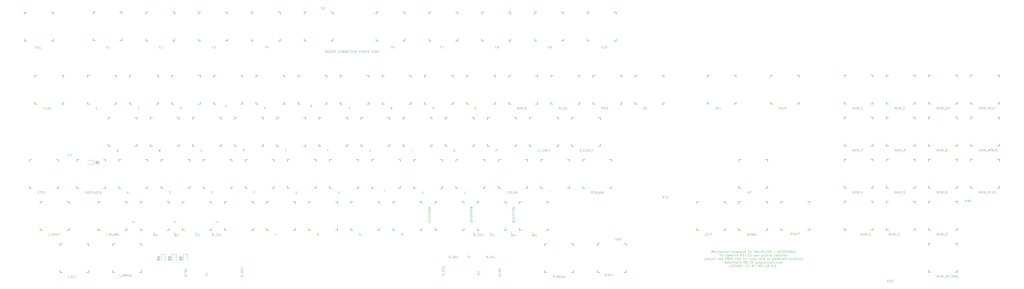
<source format=gbr>
%TF.GenerationSoftware,KiCad,Pcbnew,8.0.1*%
%TF.CreationDate,2024-06-21T10:07:37+10:00*%
%TF.ProjectId,A1200KBv2,41313230-304b-4427-9632-2e6b69636164,rev?*%
%TF.SameCoordinates,Original*%
%TF.FileFunction,Legend,Top*%
%TF.FilePolarity,Positive*%
%FSLAX46Y46*%
G04 Gerber Fmt 4.6, Leading zero omitted, Abs format (unit mm)*
G04 Created by KiCad (PCBNEW 8.0.1) date 2024-06-21 10:07:37*
%MOMM*%
%LPD*%
G01*
G04 APERTURE LIST*
%ADD10C,0.100000*%
%ADD11C,0.150000*%
%ADD12C,0.140000*%
%ADD13C,0.120000*%
G04 APERTURE END LIST*
D10*
X85587881Y-128955039D02*
X85587881Y-126955039D01*
X95500768Y-128408626D02*
X95405530Y-128361007D01*
X95405530Y-128361007D02*
X95357911Y-128313388D01*
X95357911Y-128313388D02*
X95310292Y-128218150D01*
X95310292Y-128218150D02*
X95310292Y-128170531D01*
X95310292Y-128170531D02*
X95357911Y-128075293D01*
X95357911Y-128075293D02*
X95405530Y-128027674D01*
X95405530Y-128027674D02*
X95500768Y-127980055D01*
X95500768Y-127980055D02*
X95691244Y-127980055D01*
X95691244Y-127980055D02*
X95786482Y-128027674D01*
X95786482Y-128027674D02*
X95834101Y-128075293D01*
X95834101Y-128075293D02*
X95881720Y-128170531D01*
X95881720Y-128170531D02*
X95881720Y-128218150D01*
X95881720Y-128218150D02*
X95834101Y-128313388D01*
X95834101Y-128313388D02*
X95786482Y-128361007D01*
X95786482Y-128361007D02*
X95691244Y-128408626D01*
X95691244Y-128408626D02*
X95500768Y-128408626D01*
X95500768Y-128408626D02*
X95405530Y-128456245D01*
X95405530Y-128456245D02*
X95357911Y-128503864D01*
X95357911Y-128503864D02*
X95310292Y-128599102D01*
X95310292Y-128599102D02*
X95310292Y-128789578D01*
X95310292Y-128789578D02*
X95357911Y-128884816D01*
X95357911Y-128884816D02*
X95405530Y-128932436D01*
X95405530Y-128932436D02*
X95500768Y-128980055D01*
X95500768Y-128980055D02*
X95691244Y-128980055D01*
X95691244Y-128980055D02*
X95786482Y-128932436D01*
X95786482Y-128932436D02*
X95834101Y-128884816D01*
X95834101Y-128884816D02*
X95881720Y-128789578D01*
X95881720Y-128789578D02*
X95881720Y-128599102D01*
X95881720Y-128599102D02*
X95834101Y-128503864D01*
X95834101Y-128503864D02*
X95786482Y-128456245D01*
X95786482Y-128456245D02*
X95691244Y-128408626D01*
X96310292Y-127980055D02*
X96310292Y-128789578D01*
X96310292Y-128789578D02*
X96357911Y-128884816D01*
X96357911Y-128884816D02*
X96405530Y-128932436D01*
X96405530Y-128932436D02*
X96500768Y-128980055D01*
X96500768Y-128980055D02*
X96691244Y-128980055D01*
X96691244Y-128980055D02*
X96786482Y-128932436D01*
X96786482Y-128932436D02*
X96834101Y-128884816D01*
X96834101Y-128884816D02*
X96881720Y-128789578D01*
X96881720Y-128789578D02*
X96881720Y-127980055D01*
X112868122Y-127845792D02*
X112677646Y-127845792D01*
X112677646Y-127845792D02*
X112582408Y-127893411D01*
X112582408Y-127893411D02*
X112534789Y-127941030D01*
X112534789Y-127941030D02*
X112439551Y-128083887D01*
X112439551Y-128083887D02*
X112391932Y-128274363D01*
X112391932Y-128274363D02*
X112391932Y-128655315D01*
X112391932Y-128655315D02*
X112439551Y-128750553D01*
X112439551Y-128750553D02*
X112487170Y-128798173D01*
X112487170Y-128798173D02*
X112582408Y-128845792D01*
X112582408Y-128845792D02*
X112772884Y-128845792D01*
X112772884Y-128845792D02*
X112868122Y-128798173D01*
X112868122Y-128798173D02*
X112915741Y-128750553D01*
X112915741Y-128750553D02*
X112963360Y-128655315D01*
X112963360Y-128655315D02*
X112963360Y-128417220D01*
X112963360Y-128417220D02*
X112915741Y-128321982D01*
X112915741Y-128321982D02*
X112868122Y-128274363D01*
X112868122Y-128274363D02*
X112772884Y-128226744D01*
X112772884Y-128226744D02*
X112582408Y-128226744D01*
X112582408Y-128226744D02*
X112487170Y-128274363D01*
X112487170Y-128274363D02*
X112439551Y-128321982D01*
X112439551Y-128321982D02*
X112391932Y-128417220D01*
X113391932Y-128750553D02*
X113439551Y-128798173D01*
X113439551Y-128798173D02*
X113391932Y-128845792D01*
X113391932Y-128845792D02*
X113344313Y-128798173D01*
X113344313Y-128798173D02*
X113391932Y-128750553D01*
X113391932Y-128750553D02*
X113391932Y-128845792D01*
X113820503Y-127941030D02*
X113868122Y-127893411D01*
X113868122Y-127893411D02*
X113963360Y-127845792D01*
X113963360Y-127845792D02*
X114201455Y-127845792D01*
X114201455Y-127845792D02*
X114296693Y-127893411D01*
X114296693Y-127893411D02*
X114344312Y-127941030D01*
X114344312Y-127941030D02*
X114391931Y-128036268D01*
X114391931Y-128036268D02*
X114391931Y-128131506D01*
X114391931Y-128131506D02*
X114344312Y-128274363D01*
X114344312Y-128274363D02*
X113772884Y-128845792D01*
X113772884Y-128845792D02*
X114391931Y-128845792D01*
X115296693Y-127845792D02*
X114820503Y-127845792D01*
X114820503Y-127845792D02*
X114772884Y-128321982D01*
X114772884Y-128321982D02*
X114820503Y-128274363D01*
X114820503Y-128274363D02*
X114915741Y-128226744D01*
X114915741Y-128226744D02*
X115153836Y-128226744D01*
X115153836Y-128226744D02*
X115249074Y-128274363D01*
X115249074Y-128274363D02*
X115296693Y-128321982D01*
X115296693Y-128321982D02*
X115344312Y-128417220D01*
X115344312Y-128417220D02*
X115344312Y-128655315D01*
X115344312Y-128655315D02*
X115296693Y-128750553D01*
X115296693Y-128750553D02*
X115249074Y-128798173D01*
X115249074Y-128798173D02*
X115153836Y-128845792D01*
X115153836Y-128845792D02*
X114915741Y-128845792D01*
X114915741Y-128845792D02*
X114820503Y-128798173D01*
X114820503Y-128798173D02*
X114772884Y-128750553D01*
X115772884Y-127845792D02*
X115772884Y-128655315D01*
X115772884Y-128655315D02*
X115820503Y-128750553D01*
X115820503Y-128750553D02*
X115868122Y-128798173D01*
X115868122Y-128798173D02*
X115963360Y-128845792D01*
X115963360Y-128845792D02*
X116153836Y-128845792D01*
X116153836Y-128845792D02*
X116249074Y-128798173D01*
X116249074Y-128798173D02*
X116296693Y-128750553D01*
X116296693Y-128750553D02*
X116344312Y-128655315D01*
X116344312Y-128655315D02*
X116344312Y-127845792D01*
X104957818Y-127919970D02*
X105624484Y-127919970D01*
X105624484Y-127919970D02*
X105195913Y-128919970D01*
X106005437Y-127919970D02*
X106005437Y-128729493D01*
X106005437Y-128729493D02*
X106053056Y-128824731D01*
X106053056Y-128824731D02*
X106100675Y-128872351D01*
X106100675Y-128872351D02*
X106195913Y-128919970D01*
X106195913Y-128919970D02*
X106386389Y-128919970D01*
X106386389Y-128919970D02*
X106481627Y-128872351D01*
X106481627Y-128872351D02*
X106529246Y-128824731D01*
X106529246Y-128824731D02*
X106576865Y-128729493D01*
X106576865Y-128729493D02*
X106576865Y-127919970D01*
X85913909Y-128952298D02*
X86104385Y-128952298D01*
X86104385Y-128952298D02*
X86199623Y-128904679D01*
X86199623Y-128904679D02*
X86247242Y-128857059D01*
X86247242Y-128857059D02*
X86342480Y-128714202D01*
X86342480Y-128714202D02*
X86390099Y-128523726D01*
X86390099Y-128523726D02*
X86390099Y-128142774D01*
X86390099Y-128142774D02*
X86342480Y-128047536D01*
X86342480Y-128047536D02*
X86294861Y-127999917D01*
X86294861Y-127999917D02*
X86199623Y-127952298D01*
X86199623Y-127952298D02*
X86009147Y-127952298D01*
X86009147Y-127952298D02*
X85913909Y-127999917D01*
X85913909Y-127999917D02*
X85866290Y-128047536D01*
X85866290Y-128047536D02*
X85818671Y-128142774D01*
X85818671Y-128142774D02*
X85818671Y-128380869D01*
X85818671Y-128380869D02*
X85866290Y-128476107D01*
X85866290Y-128476107D02*
X85913909Y-128523726D01*
X85913909Y-128523726D02*
X86009147Y-128571345D01*
X86009147Y-128571345D02*
X86199623Y-128571345D01*
X86199623Y-128571345D02*
X86294861Y-128523726D01*
X86294861Y-128523726D02*
X86342480Y-128476107D01*
X86342480Y-128476107D02*
X86390099Y-128380869D01*
X86818671Y-127952298D02*
X86818671Y-128761821D01*
X86818671Y-128761821D02*
X86866290Y-128857059D01*
X86866290Y-128857059D02*
X86913909Y-128904679D01*
X86913909Y-128904679D02*
X87009147Y-128952298D01*
X87009147Y-128952298D02*
X87199623Y-128952298D01*
X87199623Y-128952298D02*
X87294861Y-128904679D01*
X87294861Y-128904679D02*
X87342480Y-128857059D01*
X87342480Y-128857059D02*
X87390099Y-128761821D01*
X87390099Y-128761821D02*
X87390099Y-127952298D01*
X104813376Y-128988192D02*
X104813376Y-126988192D01*
X112135667Y-128973373D02*
X112135667Y-126973373D01*
X95094698Y-128973373D02*
X95094698Y-126973373D01*
X257326028Y-128997259D02*
X257516504Y-128997259D01*
X257516504Y-128997259D02*
X257611742Y-128949640D01*
X257611742Y-128949640D02*
X257659361Y-128902020D01*
X257659361Y-128902020D02*
X257754599Y-128759163D01*
X257754599Y-128759163D02*
X257802218Y-128568687D01*
X257802218Y-128568687D02*
X257802218Y-128187735D01*
X257802218Y-128187735D02*
X257754599Y-128092497D01*
X257754599Y-128092497D02*
X257706980Y-128044878D01*
X257706980Y-128044878D02*
X257611742Y-127997259D01*
X257611742Y-127997259D02*
X257421266Y-127997259D01*
X257421266Y-127997259D02*
X257326028Y-128044878D01*
X257326028Y-128044878D02*
X257278409Y-128092497D01*
X257278409Y-128092497D02*
X257230790Y-128187735D01*
X257230790Y-128187735D02*
X257230790Y-128425830D01*
X257230790Y-128425830D02*
X257278409Y-128521068D01*
X257278409Y-128521068D02*
X257326028Y-128568687D01*
X257326028Y-128568687D02*
X257421266Y-128616306D01*
X257421266Y-128616306D02*
X257611742Y-128616306D01*
X257611742Y-128616306D02*
X257706980Y-128568687D01*
X257706980Y-128568687D02*
X257754599Y-128521068D01*
X257754599Y-128521068D02*
X257802218Y-128425830D01*
X258230790Y-127997259D02*
X258230790Y-128806782D01*
X258230790Y-128806782D02*
X258278409Y-128902020D01*
X258278409Y-128902020D02*
X258326028Y-128949640D01*
X258326028Y-128949640D02*
X258421266Y-128997259D01*
X258421266Y-128997259D02*
X258611742Y-128997259D01*
X258611742Y-128997259D02*
X258706980Y-128949640D01*
X258706980Y-128949640D02*
X258754599Y-128902020D01*
X258754599Y-128902020D02*
X258802218Y-128806782D01*
X258802218Y-128806782D02*
X258802218Y-127997259D01*
X257000000Y-129000000D02*
X257000000Y-127000000D01*
X247906070Y-128435253D02*
X247810832Y-128387634D01*
X247810832Y-128387634D02*
X247763213Y-128340015D01*
X247763213Y-128340015D02*
X247715594Y-128244777D01*
X247715594Y-128244777D02*
X247715594Y-128197158D01*
X247715594Y-128197158D02*
X247763213Y-128101920D01*
X247763213Y-128101920D02*
X247810832Y-128054301D01*
X247810832Y-128054301D02*
X247906070Y-128006682D01*
X247906070Y-128006682D02*
X248096546Y-128006682D01*
X248096546Y-128006682D02*
X248191784Y-128054301D01*
X248191784Y-128054301D02*
X248239403Y-128101920D01*
X248239403Y-128101920D02*
X248287022Y-128197158D01*
X248287022Y-128197158D02*
X248287022Y-128244777D01*
X248287022Y-128244777D02*
X248239403Y-128340015D01*
X248239403Y-128340015D02*
X248191784Y-128387634D01*
X248191784Y-128387634D02*
X248096546Y-128435253D01*
X248096546Y-128435253D02*
X247906070Y-128435253D01*
X247906070Y-128435253D02*
X247810832Y-128482872D01*
X247810832Y-128482872D02*
X247763213Y-128530491D01*
X247763213Y-128530491D02*
X247715594Y-128625729D01*
X247715594Y-128625729D02*
X247715594Y-128816205D01*
X247715594Y-128816205D02*
X247763213Y-128911443D01*
X247763213Y-128911443D02*
X247810832Y-128959063D01*
X247810832Y-128959063D02*
X247906070Y-129006682D01*
X247906070Y-129006682D02*
X248096546Y-129006682D01*
X248096546Y-129006682D02*
X248191784Y-128959063D01*
X248191784Y-128959063D02*
X248239403Y-128911443D01*
X248239403Y-128911443D02*
X248287022Y-128816205D01*
X248287022Y-128816205D02*
X248287022Y-128625729D01*
X248287022Y-128625729D02*
X248239403Y-128530491D01*
X248239403Y-128530491D02*
X248191784Y-128482872D01*
X248191784Y-128482872D02*
X248096546Y-128435253D01*
X248715594Y-128006682D02*
X248715594Y-128816205D01*
X248715594Y-128816205D02*
X248763213Y-128911443D01*
X248763213Y-128911443D02*
X248810832Y-128959063D01*
X248810832Y-128959063D02*
X248906070Y-129006682D01*
X248906070Y-129006682D02*
X249096546Y-129006682D01*
X249096546Y-129006682D02*
X249191784Y-128959063D01*
X249191784Y-128959063D02*
X249239403Y-128911443D01*
X249239403Y-128911443D02*
X249287022Y-128816205D01*
X249287022Y-128816205D02*
X249287022Y-128006682D01*
X247500000Y-129000000D02*
X247500000Y-127000000D01*
X238144442Y-127931778D02*
X238811108Y-127931778D01*
X238811108Y-127931778D02*
X238382537Y-128931778D01*
X239192061Y-127931778D02*
X239192061Y-128741301D01*
X239192061Y-128741301D02*
X239239680Y-128836539D01*
X239239680Y-128836539D02*
X239287299Y-128884159D01*
X239287299Y-128884159D02*
X239382537Y-128931778D01*
X239382537Y-128931778D02*
X239573013Y-128931778D01*
X239573013Y-128931778D02*
X239668251Y-128884159D01*
X239668251Y-128884159D02*
X239715870Y-128836539D01*
X239715870Y-128836539D02*
X239763489Y-128741301D01*
X239763489Y-128741301D02*
X239763489Y-127931778D01*
X238000000Y-129000000D02*
X238000000Y-127000000D01*
X231132455Y-127872419D02*
X230941979Y-127872419D01*
X230941979Y-127872419D02*
X230846741Y-127920038D01*
X230846741Y-127920038D02*
X230799122Y-127967657D01*
X230799122Y-127967657D02*
X230703884Y-128110514D01*
X230703884Y-128110514D02*
X230656265Y-128300990D01*
X230656265Y-128300990D02*
X230656265Y-128681942D01*
X230656265Y-128681942D02*
X230703884Y-128777180D01*
X230703884Y-128777180D02*
X230751503Y-128824800D01*
X230751503Y-128824800D02*
X230846741Y-128872419D01*
X230846741Y-128872419D02*
X231037217Y-128872419D01*
X231037217Y-128872419D02*
X231132455Y-128824800D01*
X231132455Y-128824800D02*
X231180074Y-128777180D01*
X231180074Y-128777180D02*
X231227693Y-128681942D01*
X231227693Y-128681942D02*
X231227693Y-128443847D01*
X231227693Y-128443847D02*
X231180074Y-128348609D01*
X231180074Y-128348609D02*
X231132455Y-128300990D01*
X231132455Y-128300990D02*
X231037217Y-128253371D01*
X231037217Y-128253371D02*
X230846741Y-128253371D01*
X230846741Y-128253371D02*
X230751503Y-128300990D01*
X230751503Y-128300990D02*
X230703884Y-128348609D01*
X230703884Y-128348609D02*
X230656265Y-128443847D01*
X231656265Y-128777180D02*
X231703884Y-128824800D01*
X231703884Y-128824800D02*
X231656265Y-128872419D01*
X231656265Y-128872419D02*
X231608646Y-128824800D01*
X231608646Y-128824800D02*
X231656265Y-128777180D01*
X231656265Y-128777180D02*
X231656265Y-128872419D01*
X232084836Y-127967657D02*
X232132455Y-127920038D01*
X232132455Y-127920038D02*
X232227693Y-127872419D01*
X232227693Y-127872419D02*
X232465788Y-127872419D01*
X232465788Y-127872419D02*
X232561026Y-127920038D01*
X232561026Y-127920038D02*
X232608645Y-127967657D01*
X232608645Y-127967657D02*
X232656264Y-128062895D01*
X232656264Y-128062895D02*
X232656264Y-128158133D01*
X232656264Y-128158133D02*
X232608645Y-128300990D01*
X232608645Y-128300990D02*
X232037217Y-128872419D01*
X232037217Y-128872419D02*
X232656264Y-128872419D01*
X233561026Y-127872419D02*
X233084836Y-127872419D01*
X233084836Y-127872419D02*
X233037217Y-128348609D01*
X233037217Y-128348609D02*
X233084836Y-128300990D01*
X233084836Y-128300990D02*
X233180074Y-128253371D01*
X233180074Y-128253371D02*
X233418169Y-128253371D01*
X233418169Y-128253371D02*
X233513407Y-128300990D01*
X233513407Y-128300990D02*
X233561026Y-128348609D01*
X233561026Y-128348609D02*
X233608645Y-128443847D01*
X233608645Y-128443847D02*
X233608645Y-128681942D01*
X233608645Y-128681942D02*
X233561026Y-128777180D01*
X233561026Y-128777180D02*
X233513407Y-128824800D01*
X233513407Y-128824800D02*
X233418169Y-128872419D01*
X233418169Y-128872419D02*
X233180074Y-128872419D01*
X233180074Y-128872419D02*
X233084836Y-128824800D01*
X233084836Y-128824800D02*
X233037217Y-128777180D01*
X234037217Y-127872419D02*
X234037217Y-128681942D01*
X234037217Y-128681942D02*
X234084836Y-128777180D01*
X234084836Y-128777180D02*
X234132455Y-128824800D01*
X234132455Y-128824800D02*
X234227693Y-128872419D01*
X234227693Y-128872419D02*
X234418169Y-128872419D01*
X234418169Y-128872419D02*
X234513407Y-128824800D01*
X234513407Y-128824800D02*
X234561026Y-128777180D01*
X234561026Y-128777180D02*
X234608645Y-128681942D01*
X234608645Y-128681942D02*
X234608645Y-127872419D01*
X230400000Y-129000000D02*
X230400000Y-127000000D01*
X163303884Y-45872419D02*
X163303884Y-44872419D01*
X163303884Y-44872419D02*
X163637217Y-45586704D01*
X163637217Y-45586704D02*
X163970550Y-44872419D01*
X163970550Y-44872419D02*
X163970550Y-45872419D01*
X164637217Y-44872419D02*
X164827693Y-44872419D01*
X164827693Y-44872419D02*
X164922931Y-44920038D01*
X164922931Y-44920038D02*
X165018169Y-45015276D01*
X165018169Y-45015276D02*
X165065788Y-45205752D01*
X165065788Y-45205752D02*
X165065788Y-45539085D01*
X165065788Y-45539085D02*
X165018169Y-45729561D01*
X165018169Y-45729561D02*
X164922931Y-45824800D01*
X164922931Y-45824800D02*
X164827693Y-45872419D01*
X164827693Y-45872419D02*
X164637217Y-45872419D01*
X164637217Y-45872419D02*
X164541979Y-45824800D01*
X164541979Y-45824800D02*
X164446741Y-45729561D01*
X164446741Y-45729561D02*
X164399122Y-45539085D01*
X164399122Y-45539085D02*
X164399122Y-45205752D01*
X164399122Y-45205752D02*
X164446741Y-45015276D01*
X164446741Y-45015276D02*
X164541979Y-44920038D01*
X164541979Y-44920038D02*
X164637217Y-44872419D01*
X165494360Y-44872419D02*
X165494360Y-45681942D01*
X165494360Y-45681942D02*
X165541979Y-45777180D01*
X165541979Y-45777180D02*
X165589598Y-45824800D01*
X165589598Y-45824800D02*
X165684836Y-45872419D01*
X165684836Y-45872419D02*
X165875312Y-45872419D01*
X165875312Y-45872419D02*
X165970550Y-45824800D01*
X165970550Y-45824800D02*
X166018169Y-45777180D01*
X166018169Y-45777180D02*
X166065788Y-45681942D01*
X166065788Y-45681942D02*
X166065788Y-44872419D01*
X166541979Y-45872419D02*
X166541979Y-44872419D01*
X166541979Y-44872419D02*
X167113407Y-45872419D01*
X167113407Y-45872419D02*
X167113407Y-44872419D01*
X167446741Y-44872419D02*
X168018169Y-44872419D01*
X167732455Y-45872419D02*
X167732455Y-44872419D01*
X169684836Y-45777180D02*
X169637217Y-45824800D01*
X169637217Y-45824800D02*
X169494360Y-45872419D01*
X169494360Y-45872419D02*
X169399122Y-45872419D01*
X169399122Y-45872419D02*
X169256265Y-45824800D01*
X169256265Y-45824800D02*
X169161027Y-45729561D01*
X169161027Y-45729561D02*
X169113408Y-45634323D01*
X169113408Y-45634323D02*
X169065789Y-45443847D01*
X169065789Y-45443847D02*
X169065789Y-45300990D01*
X169065789Y-45300990D02*
X169113408Y-45110514D01*
X169113408Y-45110514D02*
X169161027Y-45015276D01*
X169161027Y-45015276D02*
X169256265Y-44920038D01*
X169256265Y-44920038D02*
X169399122Y-44872419D01*
X169399122Y-44872419D02*
X169494360Y-44872419D01*
X169494360Y-44872419D02*
X169637217Y-44920038D01*
X169637217Y-44920038D02*
X169684836Y-44967657D01*
X170303884Y-44872419D02*
X170494360Y-44872419D01*
X170494360Y-44872419D02*
X170589598Y-44920038D01*
X170589598Y-44920038D02*
X170684836Y-45015276D01*
X170684836Y-45015276D02*
X170732455Y-45205752D01*
X170732455Y-45205752D02*
X170732455Y-45539085D01*
X170732455Y-45539085D02*
X170684836Y-45729561D01*
X170684836Y-45729561D02*
X170589598Y-45824800D01*
X170589598Y-45824800D02*
X170494360Y-45872419D01*
X170494360Y-45872419D02*
X170303884Y-45872419D01*
X170303884Y-45872419D02*
X170208646Y-45824800D01*
X170208646Y-45824800D02*
X170113408Y-45729561D01*
X170113408Y-45729561D02*
X170065789Y-45539085D01*
X170065789Y-45539085D02*
X170065789Y-45205752D01*
X170065789Y-45205752D02*
X170113408Y-45015276D01*
X170113408Y-45015276D02*
X170208646Y-44920038D01*
X170208646Y-44920038D02*
X170303884Y-44872419D01*
X171161027Y-45872419D02*
X171161027Y-44872419D01*
X171161027Y-44872419D02*
X171732455Y-45872419D01*
X171732455Y-45872419D02*
X171732455Y-44872419D01*
X172208646Y-45872419D02*
X172208646Y-44872419D01*
X172208646Y-44872419D02*
X172780074Y-45872419D01*
X172780074Y-45872419D02*
X172780074Y-44872419D01*
X173256265Y-45348609D02*
X173589598Y-45348609D01*
X173732455Y-45872419D02*
X173256265Y-45872419D01*
X173256265Y-45872419D02*
X173256265Y-44872419D01*
X173256265Y-44872419D02*
X173732455Y-44872419D01*
X174732455Y-45777180D02*
X174684836Y-45824800D01*
X174684836Y-45824800D02*
X174541979Y-45872419D01*
X174541979Y-45872419D02*
X174446741Y-45872419D01*
X174446741Y-45872419D02*
X174303884Y-45824800D01*
X174303884Y-45824800D02*
X174208646Y-45729561D01*
X174208646Y-45729561D02*
X174161027Y-45634323D01*
X174161027Y-45634323D02*
X174113408Y-45443847D01*
X174113408Y-45443847D02*
X174113408Y-45300990D01*
X174113408Y-45300990D02*
X174161027Y-45110514D01*
X174161027Y-45110514D02*
X174208646Y-45015276D01*
X174208646Y-45015276D02*
X174303884Y-44920038D01*
X174303884Y-44920038D02*
X174446741Y-44872419D01*
X174446741Y-44872419D02*
X174541979Y-44872419D01*
X174541979Y-44872419D02*
X174684836Y-44920038D01*
X174684836Y-44920038D02*
X174732455Y-44967657D01*
X175018170Y-44872419D02*
X175589598Y-44872419D01*
X175303884Y-45872419D02*
X175303884Y-44872419D01*
X176113408Y-44872419D02*
X176303884Y-44872419D01*
X176303884Y-44872419D02*
X176399122Y-44920038D01*
X176399122Y-44920038D02*
X176494360Y-45015276D01*
X176494360Y-45015276D02*
X176541979Y-45205752D01*
X176541979Y-45205752D02*
X176541979Y-45539085D01*
X176541979Y-45539085D02*
X176494360Y-45729561D01*
X176494360Y-45729561D02*
X176399122Y-45824800D01*
X176399122Y-45824800D02*
X176303884Y-45872419D01*
X176303884Y-45872419D02*
X176113408Y-45872419D01*
X176113408Y-45872419D02*
X176018170Y-45824800D01*
X176018170Y-45824800D02*
X175922932Y-45729561D01*
X175922932Y-45729561D02*
X175875313Y-45539085D01*
X175875313Y-45539085D02*
X175875313Y-45205752D01*
X175875313Y-45205752D02*
X175922932Y-45015276D01*
X175922932Y-45015276D02*
X176018170Y-44920038D01*
X176018170Y-44920038D02*
X176113408Y-44872419D01*
X177541979Y-45872419D02*
X177208646Y-45396228D01*
X176970551Y-45872419D02*
X176970551Y-44872419D01*
X176970551Y-44872419D02*
X177351503Y-44872419D01*
X177351503Y-44872419D02*
X177446741Y-44920038D01*
X177446741Y-44920038D02*
X177494360Y-44967657D01*
X177494360Y-44967657D02*
X177541979Y-45062895D01*
X177541979Y-45062895D02*
X177541979Y-45205752D01*
X177541979Y-45205752D02*
X177494360Y-45300990D01*
X177494360Y-45300990D02*
X177446741Y-45348609D01*
X177446741Y-45348609D02*
X177351503Y-45396228D01*
X177351503Y-45396228D02*
X176970551Y-45396228D01*
X178922932Y-44872419D02*
X179113408Y-44872419D01*
X179113408Y-44872419D02*
X179208646Y-44920038D01*
X179208646Y-44920038D02*
X179303884Y-45015276D01*
X179303884Y-45015276D02*
X179351503Y-45205752D01*
X179351503Y-45205752D02*
X179351503Y-45539085D01*
X179351503Y-45539085D02*
X179303884Y-45729561D01*
X179303884Y-45729561D02*
X179208646Y-45824800D01*
X179208646Y-45824800D02*
X179113408Y-45872419D01*
X179113408Y-45872419D02*
X178922932Y-45872419D01*
X178922932Y-45872419D02*
X178827694Y-45824800D01*
X178827694Y-45824800D02*
X178732456Y-45729561D01*
X178732456Y-45729561D02*
X178684837Y-45539085D01*
X178684837Y-45539085D02*
X178684837Y-45205752D01*
X178684837Y-45205752D02*
X178732456Y-45015276D01*
X178732456Y-45015276D02*
X178827694Y-44920038D01*
X178827694Y-44920038D02*
X178922932Y-44872419D01*
X179637218Y-44872419D02*
X180208646Y-44872419D01*
X179922932Y-45872419D02*
X179922932Y-44872419D01*
X180541980Y-45872419D02*
X180541980Y-44872419D01*
X180541980Y-45348609D02*
X181113408Y-45348609D01*
X181113408Y-45872419D02*
X181113408Y-44872419D01*
X181589599Y-45348609D02*
X181922932Y-45348609D01*
X182065789Y-45872419D02*
X181589599Y-45872419D01*
X181589599Y-45872419D02*
X181589599Y-44872419D01*
X181589599Y-44872419D02*
X182065789Y-44872419D01*
X183065789Y-45872419D02*
X182732456Y-45396228D01*
X182494361Y-45872419D02*
X182494361Y-44872419D01*
X182494361Y-44872419D02*
X182875313Y-44872419D01*
X182875313Y-44872419D02*
X182970551Y-44920038D01*
X182970551Y-44920038D02*
X183018170Y-44967657D01*
X183018170Y-44967657D02*
X183065789Y-45062895D01*
X183065789Y-45062895D02*
X183065789Y-45205752D01*
X183065789Y-45205752D02*
X183018170Y-45300990D01*
X183018170Y-45300990D02*
X182970551Y-45348609D01*
X182970551Y-45348609D02*
X182875313Y-45396228D01*
X182875313Y-45396228D02*
X182494361Y-45396228D01*
X184208647Y-45824800D02*
X184351504Y-45872419D01*
X184351504Y-45872419D02*
X184589599Y-45872419D01*
X184589599Y-45872419D02*
X184684837Y-45824800D01*
X184684837Y-45824800D02*
X184732456Y-45777180D01*
X184732456Y-45777180D02*
X184780075Y-45681942D01*
X184780075Y-45681942D02*
X184780075Y-45586704D01*
X184780075Y-45586704D02*
X184732456Y-45491466D01*
X184732456Y-45491466D02*
X184684837Y-45443847D01*
X184684837Y-45443847D02*
X184589599Y-45396228D01*
X184589599Y-45396228D02*
X184399123Y-45348609D01*
X184399123Y-45348609D02*
X184303885Y-45300990D01*
X184303885Y-45300990D02*
X184256266Y-45253371D01*
X184256266Y-45253371D02*
X184208647Y-45158133D01*
X184208647Y-45158133D02*
X184208647Y-45062895D01*
X184208647Y-45062895D02*
X184256266Y-44967657D01*
X184256266Y-44967657D02*
X184303885Y-44920038D01*
X184303885Y-44920038D02*
X184399123Y-44872419D01*
X184399123Y-44872419D02*
X184637218Y-44872419D01*
X184637218Y-44872419D02*
X184780075Y-44920038D01*
X185208647Y-45872419D02*
X185208647Y-44872419D01*
X185684837Y-45872419D02*
X185684837Y-44872419D01*
X185684837Y-44872419D02*
X185922932Y-44872419D01*
X185922932Y-44872419D02*
X186065789Y-44920038D01*
X186065789Y-44920038D02*
X186161027Y-45015276D01*
X186161027Y-45015276D02*
X186208646Y-45110514D01*
X186208646Y-45110514D02*
X186256265Y-45300990D01*
X186256265Y-45300990D02*
X186256265Y-45443847D01*
X186256265Y-45443847D02*
X186208646Y-45634323D01*
X186208646Y-45634323D02*
X186161027Y-45729561D01*
X186161027Y-45729561D02*
X186065789Y-45824800D01*
X186065789Y-45824800D02*
X185922932Y-45872419D01*
X185922932Y-45872419D02*
X185684837Y-45872419D01*
X186684837Y-45348609D02*
X187018170Y-45348609D01*
X187161027Y-45872419D02*
X186684837Y-45872419D01*
X186684837Y-45872419D02*
X186684837Y-44872419D01*
X186684837Y-44872419D02*
X187161027Y-44872419D01*
X187589599Y-45777180D02*
X187637218Y-45824800D01*
X187637218Y-45824800D02*
X187589599Y-45872419D01*
X187589599Y-45872419D02*
X187541980Y-45824800D01*
X187541980Y-45824800D02*
X187589599Y-45777180D01*
X187589599Y-45777180D02*
X187589599Y-45872419D01*
X187589599Y-45491466D02*
X187541980Y-44920038D01*
X187541980Y-44920038D02*
X187589599Y-44872419D01*
X187589599Y-44872419D02*
X187637218Y-44920038D01*
X187637218Y-44920038D02*
X187589599Y-45491466D01*
X187589599Y-45491466D02*
X187589599Y-44872419D01*
X219732455Y-137872419D02*
X219541979Y-137872419D01*
X219541979Y-137872419D02*
X219446741Y-137920038D01*
X219446741Y-137920038D02*
X219399122Y-137967657D01*
X219399122Y-137967657D02*
X219303884Y-138110514D01*
X219303884Y-138110514D02*
X219256265Y-138300990D01*
X219256265Y-138300990D02*
X219256265Y-138681942D01*
X219256265Y-138681942D02*
X219303884Y-138777180D01*
X219303884Y-138777180D02*
X219351503Y-138824800D01*
X219351503Y-138824800D02*
X219446741Y-138872419D01*
X219446741Y-138872419D02*
X219637217Y-138872419D01*
X219637217Y-138872419D02*
X219732455Y-138824800D01*
X219732455Y-138824800D02*
X219780074Y-138777180D01*
X219780074Y-138777180D02*
X219827693Y-138681942D01*
X219827693Y-138681942D02*
X219827693Y-138443847D01*
X219827693Y-138443847D02*
X219780074Y-138348609D01*
X219780074Y-138348609D02*
X219732455Y-138300990D01*
X219732455Y-138300990D02*
X219637217Y-138253371D01*
X219637217Y-138253371D02*
X219446741Y-138253371D01*
X219446741Y-138253371D02*
X219351503Y-138300990D01*
X219351503Y-138300990D02*
X219303884Y-138348609D01*
X219303884Y-138348609D02*
X219256265Y-138443847D01*
X220256265Y-138777180D02*
X220303884Y-138824800D01*
X220303884Y-138824800D02*
X220256265Y-138872419D01*
X220256265Y-138872419D02*
X220208646Y-138824800D01*
X220208646Y-138824800D02*
X220256265Y-138777180D01*
X220256265Y-138777180D02*
X220256265Y-138872419D01*
X220684836Y-137967657D02*
X220732455Y-137920038D01*
X220732455Y-137920038D02*
X220827693Y-137872419D01*
X220827693Y-137872419D02*
X221065788Y-137872419D01*
X221065788Y-137872419D02*
X221161026Y-137920038D01*
X221161026Y-137920038D02*
X221208645Y-137967657D01*
X221208645Y-137967657D02*
X221256264Y-138062895D01*
X221256264Y-138062895D02*
X221256264Y-138158133D01*
X221256264Y-138158133D02*
X221208645Y-138300990D01*
X221208645Y-138300990D02*
X220637217Y-138872419D01*
X220637217Y-138872419D02*
X221256264Y-138872419D01*
X222161026Y-137872419D02*
X221684836Y-137872419D01*
X221684836Y-137872419D02*
X221637217Y-138348609D01*
X221637217Y-138348609D02*
X221684836Y-138300990D01*
X221684836Y-138300990D02*
X221780074Y-138253371D01*
X221780074Y-138253371D02*
X222018169Y-138253371D01*
X222018169Y-138253371D02*
X222113407Y-138300990D01*
X222113407Y-138300990D02*
X222161026Y-138348609D01*
X222161026Y-138348609D02*
X222208645Y-138443847D01*
X222208645Y-138443847D02*
X222208645Y-138681942D01*
X222208645Y-138681942D02*
X222161026Y-138777180D01*
X222161026Y-138777180D02*
X222113407Y-138824800D01*
X222113407Y-138824800D02*
X222018169Y-138872419D01*
X222018169Y-138872419D02*
X221780074Y-138872419D01*
X221780074Y-138872419D02*
X221684836Y-138824800D01*
X221684836Y-138824800D02*
X221637217Y-138777180D01*
X222637217Y-137872419D02*
X222637217Y-138681942D01*
X222637217Y-138681942D02*
X222684836Y-138777180D01*
X222684836Y-138777180D02*
X222732455Y-138824800D01*
X222732455Y-138824800D02*
X222827693Y-138872419D01*
X222827693Y-138872419D02*
X223018169Y-138872419D01*
X223018169Y-138872419D02*
X223113407Y-138824800D01*
X223113407Y-138824800D02*
X223161026Y-138777180D01*
X223161026Y-138777180D02*
X223208645Y-138681942D01*
X223208645Y-138681942D02*
X223208645Y-137872419D01*
X338095235Y-136432643D02*
X338095235Y-135432643D01*
X338095235Y-135432643D02*
X338428568Y-136146928D01*
X338428568Y-136146928D02*
X338761901Y-135432643D01*
X338761901Y-135432643D02*
X338761901Y-136432643D01*
X339619044Y-136385024D02*
X339523806Y-136432643D01*
X339523806Y-136432643D02*
X339333330Y-136432643D01*
X339333330Y-136432643D02*
X339238092Y-136385024D01*
X339238092Y-136385024D02*
X339190473Y-136289785D01*
X339190473Y-136289785D02*
X339190473Y-135908833D01*
X339190473Y-135908833D02*
X339238092Y-135813595D01*
X339238092Y-135813595D02*
X339333330Y-135765976D01*
X339333330Y-135765976D02*
X339523806Y-135765976D01*
X339523806Y-135765976D02*
X339619044Y-135813595D01*
X339619044Y-135813595D02*
X339666663Y-135908833D01*
X339666663Y-135908833D02*
X339666663Y-136004071D01*
X339666663Y-136004071D02*
X339190473Y-136099309D01*
X340523806Y-136385024D02*
X340428568Y-136432643D01*
X340428568Y-136432643D02*
X340238092Y-136432643D01*
X340238092Y-136432643D02*
X340142854Y-136385024D01*
X340142854Y-136385024D02*
X340095235Y-136337404D01*
X340095235Y-136337404D02*
X340047616Y-136242166D01*
X340047616Y-136242166D02*
X340047616Y-135956452D01*
X340047616Y-135956452D02*
X340095235Y-135861214D01*
X340095235Y-135861214D02*
X340142854Y-135813595D01*
X340142854Y-135813595D02*
X340238092Y-135765976D01*
X340238092Y-135765976D02*
X340428568Y-135765976D01*
X340428568Y-135765976D02*
X340523806Y-135813595D01*
X340952378Y-136432643D02*
X340952378Y-135432643D01*
X341380949Y-136432643D02*
X341380949Y-135908833D01*
X341380949Y-135908833D02*
X341333330Y-135813595D01*
X341333330Y-135813595D02*
X341238092Y-135765976D01*
X341238092Y-135765976D02*
X341095235Y-135765976D01*
X341095235Y-135765976D02*
X340999997Y-135813595D01*
X340999997Y-135813595D02*
X340952378Y-135861214D01*
X342285711Y-136432643D02*
X342285711Y-135908833D01*
X342285711Y-135908833D02*
X342238092Y-135813595D01*
X342238092Y-135813595D02*
X342142854Y-135765976D01*
X342142854Y-135765976D02*
X341952378Y-135765976D01*
X341952378Y-135765976D02*
X341857140Y-135813595D01*
X342285711Y-136385024D02*
X342190473Y-136432643D01*
X342190473Y-136432643D02*
X341952378Y-136432643D01*
X341952378Y-136432643D02*
X341857140Y-136385024D01*
X341857140Y-136385024D02*
X341809521Y-136289785D01*
X341809521Y-136289785D02*
X341809521Y-136194547D01*
X341809521Y-136194547D02*
X341857140Y-136099309D01*
X341857140Y-136099309D02*
X341952378Y-136051690D01*
X341952378Y-136051690D02*
X342190473Y-136051690D01*
X342190473Y-136051690D02*
X342285711Y-136004071D01*
X342761902Y-135765976D02*
X342761902Y-136432643D01*
X342761902Y-135861214D02*
X342809521Y-135813595D01*
X342809521Y-135813595D02*
X342904759Y-135765976D01*
X342904759Y-135765976D02*
X343047616Y-135765976D01*
X343047616Y-135765976D02*
X343142854Y-135813595D01*
X343142854Y-135813595D02*
X343190473Y-135908833D01*
X343190473Y-135908833D02*
X343190473Y-136432643D01*
X343666664Y-136432643D02*
X343666664Y-135765976D01*
X343666664Y-135432643D02*
X343619045Y-135480262D01*
X343619045Y-135480262D02*
X343666664Y-135527881D01*
X343666664Y-135527881D02*
X343714283Y-135480262D01*
X343714283Y-135480262D02*
X343666664Y-135432643D01*
X343666664Y-135432643D02*
X343666664Y-135527881D01*
X344571425Y-136385024D02*
X344476187Y-136432643D01*
X344476187Y-136432643D02*
X344285711Y-136432643D01*
X344285711Y-136432643D02*
X344190473Y-136385024D01*
X344190473Y-136385024D02*
X344142854Y-136337404D01*
X344142854Y-136337404D02*
X344095235Y-136242166D01*
X344095235Y-136242166D02*
X344095235Y-135956452D01*
X344095235Y-135956452D02*
X344142854Y-135861214D01*
X344142854Y-135861214D02*
X344190473Y-135813595D01*
X344190473Y-135813595D02*
X344285711Y-135765976D01*
X344285711Y-135765976D02*
X344476187Y-135765976D01*
X344476187Y-135765976D02*
X344571425Y-135813595D01*
X345428568Y-136432643D02*
X345428568Y-135908833D01*
X345428568Y-135908833D02*
X345380949Y-135813595D01*
X345380949Y-135813595D02*
X345285711Y-135765976D01*
X345285711Y-135765976D02*
X345095235Y-135765976D01*
X345095235Y-135765976D02*
X344999997Y-135813595D01*
X345428568Y-136385024D02*
X345333330Y-136432643D01*
X345333330Y-136432643D02*
X345095235Y-136432643D01*
X345095235Y-136432643D02*
X344999997Y-136385024D01*
X344999997Y-136385024D02*
X344952378Y-136289785D01*
X344952378Y-136289785D02*
X344952378Y-136194547D01*
X344952378Y-136194547D02*
X344999997Y-136099309D01*
X344999997Y-136099309D02*
X345095235Y-136051690D01*
X345095235Y-136051690D02*
X345333330Y-136051690D01*
X345333330Y-136051690D02*
X345428568Y-136004071D01*
X346047616Y-136432643D02*
X345952378Y-136385024D01*
X345952378Y-136385024D02*
X345904759Y-136289785D01*
X345904759Y-136289785D02*
X345904759Y-135432643D01*
X347190474Y-136432643D02*
X347190474Y-135432643D01*
X347285712Y-136051690D02*
X347571426Y-136432643D01*
X347571426Y-135765976D02*
X347190474Y-136146928D01*
X348380950Y-136385024D02*
X348285712Y-136432643D01*
X348285712Y-136432643D02*
X348095236Y-136432643D01*
X348095236Y-136432643D02*
X347999998Y-136385024D01*
X347999998Y-136385024D02*
X347952379Y-136289785D01*
X347952379Y-136289785D02*
X347952379Y-135908833D01*
X347952379Y-135908833D02*
X347999998Y-135813595D01*
X347999998Y-135813595D02*
X348095236Y-135765976D01*
X348095236Y-135765976D02*
X348285712Y-135765976D01*
X348285712Y-135765976D02*
X348380950Y-135813595D01*
X348380950Y-135813595D02*
X348428569Y-135908833D01*
X348428569Y-135908833D02*
X348428569Y-136004071D01*
X348428569Y-136004071D02*
X347952379Y-136099309D01*
X348761903Y-135765976D02*
X348999998Y-136432643D01*
X349238093Y-135765976D02*
X348999998Y-136432643D01*
X348999998Y-136432643D02*
X348904760Y-136670738D01*
X348904760Y-136670738D02*
X348857141Y-136718357D01*
X348857141Y-136718357D02*
X348761903Y-136765976D01*
X349619046Y-136432643D02*
X349619046Y-135432643D01*
X349619046Y-135813595D02*
X349714284Y-135765976D01*
X349714284Y-135765976D02*
X349904760Y-135765976D01*
X349904760Y-135765976D02*
X349999998Y-135813595D01*
X349999998Y-135813595D02*
X350047617Y-135861214D01*
X350047617Y-135861214D02*
X350095236Y-135956452D01*
X350095236Y-135956452D02*
X350095236Y-136242166D01*
X350095236Y-136242166D02*
X350047617Y-136337404D01*
X350047617Y-136337404D02*
X349999998Y-136385024D01*
X349999998Y-136385024D02*
X349904760Y-136432643D01*
X349904760Y-136432643D02*
X349714284Y-136432643D01*
X349714284Y-136432643D02*
X349619046Y-136385024D01*
X350666665Y-136432643D02*
X350571427Y-136385024D01*
X350571427Y-136385024D02*
X350523808Y-136337404D01*
X350523808Y-136337404D02*
X350476189Y-136242166D01*
X350476189Y-136242166D02*
X350476189Y-135956452D01*
X350476189Y-135956452D02*
X350523808Y-135861214D01*
X350523808Y-135861214D02*
X350571427Y-135813595D01*
X350571427Y-135813595D02*
X350666665Y-135765976D01*
X350666665Y-135765976D02*
X350809522Y-135765976D01*
X350809522Y-135765976D02*
X350904760Y-135813595D01*
X350904760Y-135813595D02*
X350952379Y-135861214D01*
X350952379Y-135861214D02*
X350999998Y-135956452D01*
X350999998Y-135956452D02*
X350999998Y-136242166D01*
X350999998Y-136242166D02*
X350952379Y-136337404D01*
X350952379Y-136337404D02*
X350904760Y-136385024D01*
X350904760Y-136385024D02*
X350809522Y-136432643D01*
X350809522Y-136432643D02*
X350666665Y-136432643D01*
X351857141Y-136432643D02*
X351857141Y-135908833D01*
X351857141Y-135908833D02*
X351809522Y-135813595D01*
X351809522Y-135813595D02*
X351714284Y-135765976D01*
X351714284Y-135765976D02*
X351523808Y-135765976D01*
X351523808Y-135765976D02*
X351428570Y-135813595D01*
X351857141Y-136385024D02*
X351761903Y-136432643D01*
X351761903Y-136432643D02*
X351523808Y-136432643D01*
X351523808Y-136432643D02*
X351428570Y-136385024D01*
X351428570Y-136385024D02*
X351380951Y-136289785D01*
X351380951Y-136289785D02*
X351380951Y-136194547D01*
X351380951Y-136194547D02*
X351428570Y-136099309D01*
X351428570Y-136099309D02*
X351523808Y-136051690D01*
X351523808Y-136051690D02*
X351761903Y-136051690D01*
X351761903Y-136051690D02*
X351857141Y-136004071D01*
X352333332Y-136432643D02*
X352333332Y-135765976D01*
X352333332Y-135956452D02*
X352380951Y-135861214D01*
X352380951Y-135861214D02*
X352428570Y-135813595D01*
X352428570Y-135813595D02*
X352523808Y-135765976D01*
X352523808Y-135765976D02*
X352619046Y-135765976D01*
X353380951Y-136432643D02*
X353380951Y-135432643D01*
X353380951Y-136385024D02*
X353285713Y-136432643D01*
X353285713Y-136432643D02*
X353095237Y-136432643D01*
X353095237Y-136432643D02*
X352999999Y-136385024D01*
X352999999Y-136385024D02*
X352952380Y-136337404D01*
X352952380Y-136337404D02*
X352904761Y-136242166D01*
X352904761Y-136242166D02*
X352904761Y-135956452D01*
X352904761Y-135956452D02*
X352952380Y-135861214D01*
X352952380Y-135861214D02*
X352999999Y-135813595D01*
X352999999Y-135813595D02*
X353095237Y-135765976D01*
X353095237Y-135765976D02*
X353285713Y-135765976D01*
X353285713Y-135765976D02*
X353380951Y-135813595D01*
X354476190Y-135765976D02*
X354857142Y-135765976D01*
X354619047Y-136432643D02*
X354619047Y-135575500D01*
X354619047Y-135575500D02*
X354666666Y-135480262D01*
X354666666Y-135480262D02*
X354761904Y-135432643D01*
X354761904Y-135432643D02*
X354857142Y-135432643D01*
X355333333Y-136432643D02*
X355238095Y-136385024D01*
X355238095Y-136385024D02*
X355190476Y-136337404D01*
X355190476Y-136337404D02*
X355142857Y-136242166D01*
X355142857Y-136242166D02*
X355142857Y-135956452D01*
X355142857Y-135956452D02*
X355190476Y-135861214D01*
X355190476Y-135861214D02*
X355238095Y-135813595D01*
X355238095Y-135813595D02*
X355333333Y-135765976D01*
X355333333Y-135765976D02*
X355476190Y-135765976D01*
X355476190Y-135765976D02*
X355571428Y-135813595D01*
X355571428Y-135813595D02*
X355619047Y-135861214D01*
X355619047Y-135861214D02*
X355666666Y-135956452D01*
X355666666Y-135956452D02*
X355666666Y-136242166D01*
X355666666Y-136242166D02*
X355619047Y-136337404D01*
X355619047Y-136337404D02*
X355571428Y-136385024D01*
X355571428Y-136385024D02*
X355476190Y-136432643D01*
X355476190Y-136432643D02*
X355333333Y-136432643D01*
X356095238Y-136432643D02*
X356095238Y-135765976D01*
X356095238Y-135956452D02*
X356142857Y-135861214D01*
X356142857Y-135861214D02*
X356190476Y-135813595D01*
X356190476Y-135813595D02*
X356285714Y-135765976D01*
X356285714Y-135765976D02*
X356380952Y-135765976D01*
X357333334Y-135765976D02*
X357714286Y-135765976D01*
X357476191Y-135432643D02*
X357476191Y-136289785D01*
X357476191Y-136289785D02*
X357523810Y-136385024D01*
X357523810Y-136385024D02*
X357619048Y-136432643D01*
X357619048Y-136432643D02*
X357714286Y-136432643D01*
X358047620Y-136432643D02*
X358047620Y-135432643D01*
X358476191Y-136432643D02*
X358476191Y-135908833D01*
X358476191Y-135908833D02*
X358428572Y-135813595D01*
X358428572Y-135813595D02*
X358333334Y-135765976D01*
X358333334Y-135765976D02*
X358190477Y-135765976D01*
X358190477Y-135765976D02*
X358095239Y-135813595D01*
X358095239Y-135813595D02*
X358047620Y-135861214D01*
X359333334Y-136385024D02*
X359238096Y-136432643D01*
X359238096Y-136432643D02*
X359047620Y-136432643D01*
X359047620Y-136432643D02*
X358952382Y-136385024D01*
X358952382Y-136385024D02*
X358904763Y-136289785D01*
X358904763Y-136289785D02*
X358904763Y-135908833D01*
X358904763Y-135908833D02*
X358952382Y-135813595D01*
X358952382Y-135813595D02*
X359047620Y-135765976D01*
X359047620Y-135765976D02*
X359238096Y-135765976D01*
X359238096Y-135765976D02*
X359333334Y-135813595D01*
X359333334Y-135813595D02*
X359380953Y-135908833D01*
X359380953Y-135908833D02*
X359380953Y-136004071D01*
X359380953Y-136004071D02*
X358904763Y-136099309D01*
X360523811Y-136146928D02*
X361000001Y-136146928D01*
X360428573Y-136432643D02*
X360761906Y-135432643D01*
X360761906Y-135432643D02*
X361095239Y-136432643D01*
X361952382Y-136432643D02*
X361380954Y-136432643D01*
X361666668Y-136432643D02*
X361666668Y-135432643D01*
X361666668Y-135432643D02*
X361571430Y-135575500D01*
X361571430Y-135575500D02*
X361476192Y-135670738D01*
X361476192Y-135670738D02*
X361380954Y-135718357D01*
X362333335Y-135527881D02*
X362380954Y-135480262D01*
X362380954Y-135480262D02*
X362476192Y-135432643D01*
X362476192Y-135432643D02*
X362714287Y-135432643D01*
X362714287Y-135432643D02*
X362809525Y-135480262D01*
X362809525Y-135480262D02*
X362857144Y-135527881D01*
X362857144Y-135527881D02*
X362904763Y-135623119D01*
X362904763Y-135623119D02*
X362904763Y-135718357D01*
X362904763Y-135718357D02*
X362857144Y-135861214D01*
X362857144Y-135861214D02*
X362285716Y-136432643D01*
X362285716Y-136432643D02*
X362904763Y-136432643D01*
X363523811Y-135432643D02*
X363619049Y-135432643D01*
X363619049Y-135432643D02*
X363714287Y-135480262D01*
X363714287Y-135480262D02*
X363761906Y-135527881D01*
X363761906Y-135527881D02*
X363809525Y-135623119D01*
X363809525Y-135623119D02*
X363857144Y-135813595D01*
X363857144Y-135813595D02*
X363857144Y-136051690D01*
X363857144Y-136051690D02*
X363809525Y-136242166D01*
X363809525Y-136242166D02*
X363761906Y-136337404D01*
X363761906Y-136337404D02*
X363714287Y-136385024D01*
X363714287Y-136385024D02*
X363619049Y-136432643D01*
X363619049Y-136432643D02*
X363523811Y-136432643D01*
X363523811Y-136432643D02*
X363428573Y-136385024D01*
X363428573Y-136385024D02*
X363380954Y-136337404D01*
X363380954Y-136337404D02*
X363333335Y-136242166D01*
X363333335Y-136242166D02*
X363285716Y-136051690D01*
X363285716Y-136051690D02*
X363285716Y-135813595D01*
X363285716Y-135813595D02*
X363333335Y-135623119D01*
X363333335Y-135623119D02*
X363380954Y-135527881D01*
X363380954Y-135527881D02*
X363428573Y-135480262D01*
X363428573Y-135480262D02*
X363523811Y-135432643D01*
X364476192Y-135432643D02*
X364571430Y-135432643D01*
X364571430Y-135432643D02*
X364666668Y-135480262D01*
X364666668Y-135480262D02*
X364714287Y-135527881D01*
X364714287Y-135527881D02*
X364761906Y-135623119D01*
X364761906Y-135623119D02*
X364809525Y-135813595D01*
X364809525Y-135813595D02*
X364809525Y-136051690D01*
X364809525Y-136051690D02*
X364761906Y-136242166D01*
X364761906Y-136242166D02*
X364714287Y-136337404D01*
X364714287Y-136337404D02*
X364666668Y-136385024D01*
X364666668Y-136385024D02*
X364571430Y-136432643D01*
X364571430Y-136432643D02*
X364476192Y-136432643D01*
X364476192Y-136432643D02*
X364380954Y-136385024D01*
X364380954Y-136385024D02*
X364333335Y-136337404D01*
X364333335Y-136337404D02*
X364285716Y-136242166D01*
X364285716Y-136242166D02*
X364238097Y-136051690D01*
X364238097Y-136051690D02*
X364238097Y-135813595D01*
X364238097Y-135813595D02*
X364285716Y-135623119D01*
X364285716Y-135623119D02*
X364333335Y-135527881D01*
X364333335Y-135527881D02*
X364380954Y-135480262D01*
X364380954Y-135480262D02*
X364476192Y-135432643D01*
X366000002Y-136051690D02*
X366761907Y-136051690D01*
X367952383Y-136146928D02*
X368428573Y-136146928D01*
X367857145Y-136432643D02*
X368190478Y-135432643D01*
X368190478Y-135432643D02*
X368523811Y-136432643D01*
X369380954Y-136432643D02*
X368809526Y-136432643D01*
X369095240Y-136432643D02*
X369095240Y-135432643D01*
X369095240Y-135432643D02*
X369000002Y-135575500D01*
X369000002Y-135575500D02*
X368904764Y-135670738D01*
X368904764Y-135670738D02*
X368809526Y-135718357D01*
X369761907Y-135527881D02*
X369809526Y-135480262D01*
X369809526Y-135480262D02*
X369904764Y-135432643D01*
X369904764Y-135432643D02*
X370142859Y-135432643D01*
X370142859Y-135432643D02*
X370238097Y-135480262D01*
X370238097Y-135480262D02*
X370285716Y-135527881D01*
X370285716Y-135527881D02*
X370333335Y-135623119D01*
X370333335Y-135623119D02*
X370333335Y-135718357D01*
X370333335Y-135718357D02*
X370285716Y-135861214D01*
X370285716Y-135861214D02*
X369714288Y-136432643D01*
X369714288Y-136432643D02*
X370333335Y-136432643D01*
X370952383Y-135432643D02*
X371047621Y-135432643D01*
X371047621Y-135432643D02*
X371142859Y-135480262D01*
X371142859Y-135480262D02*
X371190478Y-135527881D01*
X371190478Y-135527881D02*
X371238097Y-135623119D01*
X371238097Y-135623119D02*
X371285716Y-135813595D01*
X371285716Y-135813595D02*
X371285716Y-136051690D01*
X371285716Y-136051690D02*
X371238097Y-136242166D01*
X371238097Y-136242166D02*
X371190478Y-136337404D01*
X371190478Y-136337404D02*
X371142859Y-136385024D01*
X371142859Y-136385024D02*
X371047621Y-136432643D01*
X371047621Y-136432643D02*
X370952383Y-136432643D01*
X370952383Y-136432643D02*
X370857145Y-136385024D01*
X370857145Y-136385024D02*
X370809526Y-136337404D01*
X370809526Y-136337404D02*
X370761907Y-136242166D01*
X370761907Y-136242166D02*
X370714288Y-136051690D01*
X370714288Y-136051690D02*
X370714288Y-135813595D01*
X370714288Y-135813595D02*
X370761907Y-135623119D01*
X370761907Y-135623119D02*
X370809526Y-135527881D01*
X370809526Y-135527881D02*
X370857145Y-135480262D01*
X370857145Y-135480262D02*
X370952383Y-135432643D01*
X371904764Y-135432643D02*
X372000002Y-135432643D01*
X372000002Y-135432643D02*
X372095240Y-135480262D01*
X372095240Y-135480262D02*
X372142859Y-135527881D01*
X372142859Y-135527881D02*
X372190478Y-135623119D01*
X372190478Y-135623119D02*
X372238097Y-135813595D01*
X372238097Y-135813595D02*
X372238097Y-136051690D01*
X372238097Y-136051690D02*
X372190478Y-136242166D01*
X372190478Y-136242166D02*
X372142859Y-136337404D01*
X372142859Y-136337404D02*
X372095240Y-136385024D01*
X372095240Y-136385024D02*
X372000002Y-136432643D01*
X372000002Y-136432643D02*
X371904764Y-136432643D01*
X371904764Y-136432643D02*
X371809526Y-136385024D01*
X371809526Y-136385024D02*
X371761907Y-136337404D01*
X371761907Y-136337404D02*
X371714288Y-136242166D01*
X371714288Y-136242166D02*
X371666669Y-136051690D01*
X371666669Y-136051690D02*
X371666669Y-135813595D01*
X371666669Y-135813595D02*
X371714288Y-135623119D01*
X371714288Y-135623119D02*
X371761907Y-135527881D01*
X371761907Y-135527881D02*
X371809526Y-135480262D01*
X371809526Y-135480262D02*
X371904764Y-135432643D01*
X372666669Y-136432643D02*
X372666669Y-135432643D01*
X373238097Y-136432643D02*
X372809526Y-135861214D01*
X373238097Y-135432643D02*
X372666669Y-136004071D01*
X374000002Y-135908833D02*
X374142859Y-135956452D01*
X374142859Y-135956452D02*
X374190478Y-136004071D01*
X374190478Y-136004071D02*
X374238097Y-136099309D01*
X374238097Y-136099309D02*
X374238097Y-136242166D01*
X374238097Y-136242166D02*
X374190478Y-136337404D01*
X374190478Y-136337404D02*
X374142859Y-136385024D01*
X374142859Y-136385024D02*
X374047621Y-136432643D01*
X374047621Y-136432643D02*
X373666669Y-136432643D01*
X373666669Y-136432643D02*
X373666669Y-135432643D01*
X373666669Y-135432643D02*
X374000002Y-135432643D01*
X374000002Y-135432643D02*
X374095240Y-135480262D01*
X374095240Y-135480262D02*
X374142859Y-135527881D01*
X374142859Y-135527881D02*
X374190478Y-135623119D01*
X374190478Y-135623119D02*
X374190478Y-135718357D01*
X374190478Y-135718357D02*
X374142859Y-135813595D01*
X374142859Y-135813595D02*
X374095240Y-135861214D01*
X374095240Y-135861214D02*
X374000002Y-135908833D01*
X374000002Y-135908833D02*
X373666669Y-135908833D01*
X374571431Y-135765976D02*
X374809526Y-136432643D01*
X374809526Y-136432643D02*
X375047621Y-135765976D01*
X375380955Y-135527881D02*
X375428574Y-135480262D01*
X375428574Y-135480262D02*
X375523812Y-135432643D01*
X375523812Y-135432643D02*
X375761907Y-135432643D01*
X375761907Y-135432643D02*
X375857145Y-135480262D01*
X375857145Y-135480262D02*
X375904764Y-135527881D01*
X375904764Y-135527881D02*
X375952383Y-135623119D01*
X375952383Y-135623119D02*
X375952383Y-135718357D01*
X375952383Y-135718357D02*
X375904764Y-135861214D01*
X375904764Y-135861214D02*
X375333336Y-136432643D01*
X375333336Y-136432643D02*
X375952383Y-136432643D01*
X341642855Y-137375920D02*
X342023807Y-137375920D01*
X341785712Y-138042587D02*
X341785712Y-137185444D01*
X341785712Y-137185444D02*
X341833331Y-137090206D01*
X341833331Y-137090206D02*
X341928569Y-137042587D01*
X341928569Y-137042587D02*
X342023807Y-137042587D01*
X342499998Y-138042587D02*
X342404760Y-137994968D01*
X342404760Y-137994968D02*
X342357141Y-137947348D01*
X342357141Y-137947348D02*
X342309522Y-137852110D01*
X342309522Y-137852110D02*
X342309522Y-137566396D01*
X342309522Y-137566396D02*
X342357141Y-137471158D01*
X342357141Y-137471158D02*
X342404760Y-137423539D01*
X342404760Y-137423539D02*
X342499998Y-137375920D01*
X342499998Y-137375920D02*
X342642855Y-137375920D01*
X342642855Y-137375920D02*
X342738093Y-137423539D01*
X342738093Y-137423539D02*
X342785712Y-137471158D01*
X342785712Y-137471158D02*
X342833331Y-137566396D01*
X342833331Y-137566396D02*
X342833331Y-137852110D01*
X342833331Y-137852110D02*
X342785712Y-137947348D01*
X342785712Y-137947348D02*
X342738093Y-137994968D01*
X342738093Y-137994968D02*
X342642855Y-138042587D01*
X342642855Y-138042587D02*
X342499998Y-138042587D01*
X343261903Y-138042587D02*
X343261903Y-137375920D01*
X343261903Y-137566396D02*
X343309522Y-137471158D01*
X343309522Y-137471158D02*
X343357141Y-137423539D01*
X343357141Y-137423539D02*
X343452379Y-137375920D01*
X343452379Y-137375920D02*
X343547617Y-137375920D01*
X345166665Y-137090206D02*
X345071427Y-137042587D01*
X345071427Y-137042587D02*
X344928570Y-137042587D01*
X344928570Y-137042587D02*
X344785713Y-137090206D01*
X344785713Y-137090206D02*
X344690475Y-137185444D01*
X344690475Y-137185444D02*
X344642856Y-137280682D01*
X344642856Y-137280682D02*
X344595237Y-137471158D01*
X344595237Y-137471158D02*
X344595237Y-137614015D01*
X344595237Y-137614015D02*
X344642856Y-137804491D01*
X344642856Y-137804491D02*
X344690475Y-137899729D01*
X344690475Y-137899729D02*
X344785713Y-137994968D01*
X344785713Y-137994968D02*
X344928570Y-138042587D01*
X344928570Y-138042587D02*
X345023808Y-138042587D01*
X345023808Y-138042587D02*
X345166665Y-137994968D01*
X345166665Y-137994968D02*
X345214284Y-137947348D01*
X345214284Y-137947348D02*
X345214284Y-137614015D01*
X345214284Y-137614015D02*
X345023808Y-137614015D01*
X346071427Y-138042587D02*
X346071427Y-137518777D01*
X346071427Y-137518777D02*
X346023808Y-137423539D01*
X346023808Y-137423539D02*
X345928570Y-137375920D01*
X345928570Y-137375920D02*
X345738094Y-137375920D01*
X345738094Y-137375920D02*
X345642856Y-137423539D01*
X346071427Y-137994968D02*
X345976189Y-138042587D01*
X345976189Y-138042587D02*
X345738094Y-138042587D01*
X345738094Y-138042587D02*
X345642856Y-137994968D01*
X345642856Y-137994968D02*
X345595237Y-137899729D01*
X345595237Y-137899729D02*
X345595237Y-137804491D01*
X345595237Y-137804491D02*
X345642856Y-137709253D01*
X345642856Y-137709253D02*
X345738094Y-137661634D01*
X345738094Y-137661634D02*
X345976189Y-137661634D01*
X345976189Y-137661634D02*
X346071427Y-137614015D01*
X346404761Y-137375920D02*
X346785713Y-137375920D01*
X346547618Y-137042587D02*
X346547618Y-137899729D01*
X346547618Y-137899729D02*
X346595237Y-137994968D01*
X346595237Y-137994968D02*
X346690475Y-138042587D01*
X346690475Y-138042587D02*
X346785713Y-138042587D01*
X347499999Y-137994968D02*
X347404761Y-138042587D01*
X347404761Y-138042587D02*
X347214285Y-138042587D01*
X347214285Y-138042587D02*
X347119047Y-137994968D01*
X347119047Y-137994968D02*
X347071428Y-137899729D01*
X347071428Y-137899729D02*
X347071428Y-137518777D01*
X347071428Y-137518777D02*
X347119047Y-137423539D01*
X347119047Y-137423539D02*
X347214285Y-137375920D01*
X347214285Y-137375920D02*
X347404761Y-137375920D01*
X347404761Y-137375920D02*
X347499999Y-137423539D01*
X347499999Y-137423539D02*
X347547618Y-137518777D01*
X347547618Y-137518777D02*
X347547618Y-137614015D01*
X347547618Y-137614015D02*
X347071428Y-137709253D01*
X347976190Y-138042587D02*
X347976190Y-137375920D01*
X347976190Y-137566396D02*
X348023809Y-137471158D01*
X348023809Y-137471158D02*
X348071428Y-137423539D01*
X348071428Y-137423539D02*
X348166666Y-137375920D01*
X348166666Y-137375920D02*
X348261904Y-137375920D01*
X348738095Y-138042587D02*
X348642857Y-137994968D01*
X348642857Y-137994968D02*
X348595238Y-137947348D01*
X348595238Y-137947348D02*
X348547619Y-137852110D01*
X348547619Y-137852110D02*
X348547619Y-137566396D01*
X348547619Y-137566396D02*
X348595238Y-137471158D01*
X348595238Y-137471158D02*
X348642857Y-137423539D01*
X348642857Y-137423539D02*
X348738095Y-137375920D01*
X348738095Y-137375920D02*
X348880952Y-137375920D01*
X348880952Y-137375920D02*
X348976190Y-137423539D01*
X348976190Y-137423539D02*
X349023809Y-137471158D01*
X349023809Y-137471158D02*
X349071428Y-137566396D01*
X349071428Y-137566396D02*
X349071428Y-137852110D01*
X349071428Y-137852110D02*
X349023809Y-137947348D01*
X349023809Y-137947348D02*
X348976190Y-137994968D01*
X348976190Y-137994968D02*
X348880952Y-138042587D01*
X348880952Y-138042587D02*
X348738095Y-138042587D01*
X349500000Y-137375920D02*
X349500000Y-138042587D01*
X349500000Y-137471158D02*
X349547619Y-137423539D01*
X349547619Y-137423539D02*
X349642857Y-137375920D01*
X349642857Y-137375920D02*
X349785714Y-137375920D01*
X349785714Y-137375920D02*
X349880952Y-137423539D01*
X349880952Y-137423539D02*
X349928571Y-137518777D01*
X349928571Y-137518777D02*
X349928571Y-138042587D01*
X351166667Y-138042587D02*
X351166667Y-137042587D01*
X351738095Y-138042587D02*
X351309524Y-137471158D01*
X351738095Y-137042587D02*
X351166667Y-137614015D01*
X352119048Y-137994968D02*
X352261905Y-138042587D01*
X352261905Y-138042587D02*
X352500000Y-138042587D01*
X352500000Y-138042587D02*
X352595238Y-137994968D01*
X352595238Y-137994968D02*
X352642857Y-137947348D01*
X352642857Y-137947348D02*
X352690476Y-137852110D01*
X352690476Y-137852110D02*
X352690476Y-137756872D01*
X352690476Y-137756872D02*
X352642857Y-137661634D01*
X352642857Y-137661634D02*
X352595238Y-137614015D01*
X352595238Y-137614015D02*
X352500000Y-137566396D01*
X352500000Y-137566396D02*
X352309524Y-137518777D01*
X352309524Y-137518777D02*
X352214286Y-137471158D01*
X352214286Y-137471158D02*
X352166667Y-137423539D01*
X352166667Y-137423539D02*
X352119048Y-137328301D01*
X352119048Y-137328301D02*
X352119048Y-137233063D01*
X352119048Y-137233063D02*
X352166667Y-137137825D01*
X352166667Y-137137825D02*
X352214286Y-137090206D01*
X352214286Y-137090206D02*
X352309524Y-137042587D01*
X352309524Y-137042587D02*
X352547619Y-137042587D01*
X352547619Y-137042587D02*
X352690476Y-137090206D01*
X353119048Y-137661634D02*
X353880953Y-137661634D01*
X354261905Y-137042587D02*
X354880952Y-137042587D01*
X354880952Y-137042587D02*
X354547619Y-137423539D01*
X354547619Y-137423539D02*
X354690476Y-137423539D01*
X354690476Y-137423539D02*
X354785714Y-137471158D01*
X354785714Y-137471158D02*
X354833333Y-137518777D01*
X354833333Y-137518777D02*
X354880952Y-137614015D01*
X354880952Y-137614015D02*
X354880952Y-137852110D01*
X354880952Y-137852110D02*
X354833333Y-137947348D01*
X354833333Y-137947348D02*
X354785714Y-137994968D01*
X354785714Y-137994968D02*
X354690476Y-138042587D01*
X354690476Y-138042587D02*
X354404762Y-138042587D01*
X354404762Y-138042587D02*
X354309524Y-137994968D01*
X354309524Y-137994968D02*
X354261905Y-137947348D01*
X355214286Y-137042587D02*
X355833333Y-137042587D01*
X355833333Y-137042587D02*
X355500000Y-137423539D01*
X355500000Y-137423539D02*
X355642857Y-137423539D01*
X355642857Y-137423539D02*
X355738095Y-137471158D01*
X355738095Y-137471158D02*
X355785714Y-137518777D01*
X355785714Y-137518777D02*
X355833333Y-137614015D01*
X355833333Y-137614015D02*
X355833333Y-137852110D01*
X355833333Y-137852110D02*
X355785714Y-137947348D01*
X355785714Y-137947348D02*
X355738095Y-137994968D01*
X355738095Y-137994968D02*
X355642857Y-138042587D01*
X355642857Y-138042587D02*
X355357143Y-138042587D01*
X355357143Y-138042587D02*
X355261905Y-137994968D01*
X355261905Y-137994968D02*
X355214286Y-137947348D01*
X357166667Y-138042587D02*
X357071429Y-137994968D01*
X357071429Y-137994968D02*
X357023810Y-137899729D01*
X357023810Y-137899729D02*
X357023810Y-137042587D01*
X357690477Y-138042587D02*
X357595239Y-137994968D01*
X357595239Y-137994968D02*
X357547620Y-137947348D01*
X357547620Y-137947348D02*
X357500001Y-137852110D01*
X357500001Y-137852110D02*
X357500001Y-137566396D01*
X357500001Y-137566396D02*
X357547620Y-137471158D01*
X357547620Y-137471158D02*
X357595239Y-137423539D01*
X357595239Y-137423539D02*
X357690477Y-137375920D01*
X357690477Y-137375920D02*
X357833334Y-137375920D01*
X357833334Y-137375920D02*
X357928572Y-137423539D01*
X357928572Y-137423539D02*
X357976191Y-137471158D01*
X357976191Y-137471158D02*
X358023810Y-137566396D01*
X358023810Y-137566396D02*
X358023810Y-137852110D01*
X358023810Y-137852110D02*
X357976191Y-137947348D01*
X357976191Y-137947348D02*
X357928572Y-137994968D01*
X357928572Y-137994968D02*
X357833334Y-138042587D01*
X357833334Y-138042587D02*
X357690477Y-138042587D01*
X358357144Y-137375920D02*
X358547620Y-138042587D01*
X358547620Y-138042587D02*
X358738096Y-137566396D01*
X358738096Y-137566396D02*
X358928572Y-138042587D01*
X358928572Y-138042587D02*
X359119048Y-137375920D01*
X359500001Y-137661634D02*
X360261906Y-137661634D01*
X360738096Y-137375920D02*
X360738096Y-138375920D01*
X360738096Y-137423539D02*
X360833334Y-137375920D01*
X360833334Y-137375920D02*
X361023810Y-137375920D01*
X361023810Y-137375920D02*
X361119048Y-137423539D01*
X361119048Y-137423539D02*
X361166667Y-137471158D01*
X361166667Y-137471158D02*
X361214286Y-137566396D01*
X361214286Y-137566396D02*
X361214286Y-137852110D01*
X361214286Y-137852110D02*
X361166667Y-137947348D01*
X361166667Y-137947348D02*
X361119048Y-137994968D01*
X361119048Y-137994968D02*
X361023810Y-138042587D01*
X361023810Y-138042587D02*
X360833334Y-138042587D01*
X360833334Y-138042587D02*
X360738096Y-137994968D01*
X361642858Y-138042587D02*
X361642858Y-137375920D01*
X361642858Y-137566396D02*
X361690477Y-137471158D01*
X361690477Y-137471158D02*
X361738096Y-137423539D01*
X361738096Y-137423539D02*
X361833334Y-137375920D01*
X361833334Y-137375920D02*
X361928572Y-137375920D01*
X362404763Y-138042587D02*
X362309525Y-137994968D01*
X362309525Y-137994968D02*
X362261906Y-137947348D01*
X362261906Y-137947348D02*
X362214287Y-137852110D01*
X362214287Y-137852110D02*
X362214287Y-137566396D01*
X362214287Y-137566396D02*
X362261906Y-137471158D01*
X362261906Y-137471158D02*
X362309525Y-137423539D01*
X362309525Y-137423539D02*
X362404763Y-137375920D01*
X362404763Y-137375920D02*
X362547620Y-137375920D01*
X362547620Y-137375920D02*
X362642858Y-137423539D01*
X362642858Y-137423539D02*
X362690477Y-137471158D01*
X362690477Y-137471158D02*
X362738096Y-137566396D01*
X362738096Y-137566396D02*
X362738096Y-137852110D01*
X362738096Y-137852110D02*
X362690477Y-137947348D01*
X362690477Y-137947348D02*
X362642858Y-137994968D01*
X362642858Y-137994968D02*
X362547620Y-138042587D01*
X362547620Y-138042587D02*
X362404763Y-138042587D01*
X363023811Y-137375920D02*
X363404763Y-137375920D01*
X363166668Y-138042587D02*
X363166668Y-137185444D01*
X363166668Y-137185444D02*
X363214287Y-137090206D01*
X363214287Y-137090206D02*
X363309525Y-137042587D01*
X363309525Y-137042587D02*
X363404763Y-137042587D01*
X363738097Y-138042587D02*
X363738097Y-137375920D01*
X363738097Y-137042587D02*
X363690478Y-137090206D01*
X363690478Y-137090206D02*
X363738097Y-137137825D01*
X363738097Y-137137825D02*
X363785716Y-137090206D01*
X363785716Y-137090206D02*
X363738097Y-137042587D01*
X363738097Y-137042587D02*
X363738097Y-137137825D01*
X364357144Y-138042587D02*
X364261906Y-137994968D01*
X364261906Y-137994968D02*
X364214287Y-137899729D01*
X364214287Y-137899729D02*
X364214287Y-137042587D01*
X365119049Y-137994968D02*
X365023811Y-138042587D01*
X365023811Y-138042587D02*
X364833335Y-138042587D01*
X364833335Y-138042587D02*
X364738097Y-137994968D01*
X364738097Y-137994968D02*
X364690478Y-137899729D01*
X364690478Y-137899729D02*
X364690478Y-137518777D01*
X364690478Y-137518777D02*
X364738097Y-137423539D01*
X364738097Y-137423539D02*
X364833335Y-137375920D01*
X364833335Y-137375920D02*
X365023811Y-137375920D01*
X365023811Y-137375920D02*
X365119049Y-137423539D01*
X365119049Y-137423539D02*
X365166668Y-137518777D01*
X365166668Y-137518777D02*
X365166668Y-137614015D01*
X365166668Y-137614015D02*
X364690478Y-137709253D01*
X366309526Y-137994968D02*
X366404764Y-138042587D01*
X366404764Y-138042587D02*
X366595240Y-138042587D01*
X366595240Y-138042587D02*
X366690478Y-137994968D01*
X366690478Y-137994968D02*
X366738097Y-137899729D01*
X366738097Y-137899729D02*
X366738097Y-137852110D01*
X366738097Y-137852110D02*
X366690478Y-137756872D01*
X366690478Y-137756872D02*
X366595240Y-137709253D01*
X366595240Y-137709253D02*
X366452383Y-137709253D01*
X366452383Y-137709253D02*
X366357145Y-137661634D01*
X366357145Y-137661634D02*
X366309526Y-137566396D01*
X366309526Y-137566396D02*
X366309526Y-137518777D01*
X366309526Y-137518777D02*
X366357145Y-137423539D01*
X366357145Y-137423539D02*
X366452383Y-137375920D01*
X366452383Y-137375920D02*
X366595240Y-137375920D01*
X366595240Y-137375920D02*
X366690478Y-137423539D01*
X367071431Y-137375920D02*
X367261907Y-138042587D01*
X367261907Y-138042587D02*
X367452383Y-137566396D01*
X367452383Y-137566396D02*
X367642859Y-138042587D01*
X367642859Y-138042587D02*
X367833335Y-137375920D01*
X368214288Y-138042587D02*
X368214288Y-137375920D01*
X368214288Y-137042587D02*
X368166669Y-137090206D01*
X368166669Y-137090206D02*
X368214288Y-137137825D01*
X368214288Y-137137825D02*
X368261907Y-137090206D01*
X368261907Y-137090206D02*
X368214288Y-137042587D01*
X368214288Y-137042587D02*
X368214288Y-137137825D01*
X368547621Y-137375920D02*
X368928573Y-137375920D01*
X368690478Y-137042587D02*
X368690478Y-137899729D01*
X368690478Y-137899729D02*
X368738097Y-137994968D01*
X368738097Y-137994968D02*
X368833335Y-138042587D01*
X368833335Y-138042587D02*
X368928573Y-138042587D01*
X369690478Y-137994968D02*
X369595240Y-138042587D01*
X369595240Y-138042587D02*
X369404764Y-138042587D01*
X369404764Y-138042587D02*
X369309526Y-137994968D01*
X369309526Y-137994968D02*
X369261907Y-137947348D01*
X369261907Y-137947348D02*
X369214288Y-137852110D01*
X369214288Y-137852110D02*
X369214288Y-137566396D01*
X369214288Y-137566396D02*
X369261907Y-137471158D01*
X369261907Y-137471158D02*
X369309526Y-137423539D01*
X369309526Y-137423539D02*
X369404764Y-137375920D01*
X369404764Y-137375920D02*
X369595240Y-137375920D01*
X369595240Y-137375920D02*
X369690478Y-137423539D01*
X370119050Y-138042587D02*
X370119050Y-137042587D01*
X370547621Y-138042587D02*
X370547621Y-137518777D01*
X370547621Y-137518777D02*
X370500002Y-137423539D01*
X370500002Y-137423539D02*
X370404764Y-137375920D01*
X370404764Y-137375920D02*
X370261907Y-137375920D01*
X370261907Y-137375920D02*
X370166669Y-137423539D01*
X370166669Y-137423539D02*
X370119050Y-137471158D01*
X371404764Y-137994968D02*
X371309526Y-138042587D01*
X371309526Y-138042587D02*
X371119050Y-138042587D01*
X371119050Y-138042587D02*
X371023812Y-137994968D01*
X371023812Y-137994968D02*
X370976193Y-137899729D01*
X370976193Y-137899729D02*
X370976193Y-137518777D01*
X370976193Y-137518777D02*
X371023812Y-137423539D01*
X371023812Y-137423539D02*
X371119050Y-137375920D01*
X371119050Y-137375920D02*
X371309526Y-137375920D01*
X371309526Y-137375920D02*
X371404764Y-137423539D01*
X371404764Y-137423539D02*
X371452383Y-137518777D01*
X371452383Y-137518777D02*
X371452383Y-137614015D01*
X371452383Y-137614015D02*
X370976193Y-137709253D01*
X371833336Y-137994968D02*
X371928574Y-138042587D01*
X371928574Y-138042587D02*
X372119050Y-138042587D01*
X372119050Y-138042587D02*
X372214288Y-137994968D01*
X372214288Y-137994968D02*
X372261907Y-137899729D01*
X372261907Y-137899729D02*
X372261907Y-137852110D01*
X372261907Y-137852110D02*
X372214288Y-137756872D01*
X372214288Y-137756872D02*
X372119050Y-137709253D01*
X372119050Y-137709253D02*
X371976193Y-137709253D01*
X371976193Y-137709253D02*
X371880955Y-137661634D01*
X371880955Y-137661634D02*
X371833336Y-137566396D01*
X371833336Y-137566396D02*
X371833336Y-137518777D01*
X371833336Y-137518777D02*
X371880955Y-137423539D01*
X371880955Y-137423539D02*
X371976193Y-137375920D01*
X371976193Y-137375920D02*
X372119050Y-137375920D01*
X372119050Y-137375920D02*
X372214288Y-137423539D01*
X335071424Y-140033483D02*
X335023805Y-139985864D01*
X335023805Y-139985864D02*
X334928567Y-139843007D01*
X334928567Y-139843007D02*
X334880948Y-139747769D01*
X334880948Y-139747769D02*
X334833329Y-139604912D01*
X334833329Y-139604912D02*
X334785710Y-139366816D01*
X334785710Y-139366816D02*
X334785710Y-139176340D01*
X334785710Y-139176340D02*
X334833329Y-138938245D01*
X334833329Y-138938245D02*
X334880948Y-138795388D01*
X334880948Y-138795388D02*
X334928567Y-138700150D01*
X334928567Y-138700150D02*
X335023805Y-138557292D01*
X335023805Y-138557292D02*
X335071424Y-138509673D01*
X335452377Y-139652531D02*
X335452377Y-138985864D01*
X335452377Y-139081102D02*
X335499996Y-139033483D01*
X335499996Y-139033483D02*
X335595234Y-138985864D01*
X335595234Y-138985864D02*
X335738091Y-138985864D01*
X335738091Y-138985864D02*
X335833329Y-139033483D01*
X335833329Y-139033483D02*
X335880948Y-139128721D01*
X335880948Y-139128721D02*
X335880948Y-139652531D01*
X335880948Y-139128721D02*
X335928567Y-139033483D01*
X335928567Y-139033483D02*
X336023805Y-138985864D01*
X336023805Y-138985864D02*
X336166662Y-138985864D01*
X336166662Y-138985864D02*
X336261901Y-139033483D01*
X336261901Y-139033483D02*
X336309520Y-139128721D01*
X336309520Y-139128721D02*
X336309520Y-139652531D01*
X336928567Y-139652531D02*
X336833329Y-139604912D01*
X336833329Y-139604912D02*
X336785710Y-139557292D01*
X336785710Y-139557292D02*
X336738091Y-139462054D01*
X336738091Y-139462054D02*
X336738091Y-139176340D01*
X336738091Y-139176340D02*
X336785710Y-139081102D01*
X336785710Y-139081102D02*
X336833329Y-139033483D01*
X336833329Y-139033483D02*
X336928567Y-138985864D01*
X336928567Y-138985864D02*
X337071424Y-138985864D01*
X337071424Y-138985864D02*
X337166662Y-139033483D01*
X337166662Y-139033483D02*
X337214281Y-139081102D01*
X337214281Y-139081102D02*
X337261900Y-139176340D01*
X337261900Y-139176340D02*
X337261900Y-139462054D01*
X337261900Y-139462054D02*
X337214281Y-139557292D01*
X337214281Y-139557292D02*
X337166662Y-139604912D01*
X337166662Y-139604912D02*
X337071424Y-139652531D01*
X337071424Y-139652531D02*
X336928567Y-139652531D01*
X338119043Y-138985864D02*
X338119043Y-139652531D01*
X337690472Y-138985864D02*
X337690472Y-139509673D01*
X337690472Y-139509673D02*
X337738091Y-139604912D01*
X337738091Y-139604912D02*
X337833329Y-139652531D01*
X337833329Y-139652531D02*
X337976186Y-139652531D01*
X337976186Y-139652531D02*
X338071424Y-139604912D01*
X338071424Y-139604912D02*
X338119043Y-139557292D01*
X338595234Y-138985864D02*
X338595234Y-139652531D01*
X338595234Y-139081102D02*
X338642853Y-139033483D01*
X338642853Y-139033483D02*
X338738091Y-138985864D01*
X338738091Y-138985864D02*
X338880948Y-138985864D01*
X338880948Y-138985864D02*
X338976186Y-139033483D01*
X338976186Y-139033483D02*
X339023805Y-139128721D01*
X339023805Y-139128721D02*
X339023805Y-139652531D01*
X339357139Y-138985864D02*
X339738091Y-138985864D01*
X339499996Y-138652531D02*
X339499996Y-139509673D01*
X339499996Y-139509673D02*
X339547615Y-139604912D01*
X339547615Y-139604912D02*
X339642853Y-139652531D01*
X339642853Y-139652531D02*
X339738091Y-139652531D01*
X340976187Y-139652531D02*
X340880949Y-139604912D01*
X340880949Y-139604912D02*
X340833330Y-139557292D01*
X340833330Y-139557292D02*
X340785711Y-139462054D01*
X340785711Y-139462054D02*
X340785711Y-139176340D01*
X340785711Y-139176340D02*
X340833330Y-139081102D01*
X340833330Y-139081102D02*
X340880949Y-139033483D01*
X340880949Y-139033483D02*
X340976187Y-138985864D01*
X340976187Y-138985864D02*
X341119044Y-138985864D01*
X341119044Y-138985864D02*
X341214282Y-139033483D01*
X341214282Y-139033483D02*
X341261901Y-139081102D01*
X341261901Y-139081102D02*
X341309520Y-139176340D01*
X341309520Y-139176340D02*
X341309520Y-139462054D01*
X341309520Y-139462054D02*
X341261901Y-139557292D01*
X341261901Y-139557292D02*
X341214282Y-139604912D01*
X341214282Y-139604912D02*
X341119044Y-139652531D01*
X341119044Y-139652531D02*
X340976187Y-139652531D01*
X341738092Y-138985864D02*
X341738092Y-139652531D01*
X341738092Y-139081102D02*
X341785711Y-139033483D01*
X341785711Y-139033483D02*
X341880949Y-138985864D01*
X341880949Y-138985864D02*
X342023806Y-138985864D01*
X342023806Y-138985864D02*
X342119044Y-139033483D01*
X342119044Y-139033483D02*
X342166663Y-139128721D01*
X342166663Y-139128721D02*
X342166663Y-139652531D01*
X343023806Y-139604912D02*
X342928568Y-139652531D01*
X342928568Y-139652531D02*
X342738092Y-139652531D01*
X342738092Y-139652531D02*
X342642854Y-139604912D01*
X342642854Y-139604912D02*
X342595235Y-139509673D01*
X342595235Y-139509673D02*
X342595235Y-139128721D01*
X342595235Y-139128721D02*
X342642854Y-139033483D01*
X342642854Y-139033483D02*
X342738092Y-138985864D01*
X342738092Y-138985864D02*
X342928568Y-138985864D01*
X342928568Y-138985864D02*
X343023806Y-139033483D01*
X343023806Y-139033483D02*
X343071425Y-139128721D01*
X343071425Y-139128721D02*
X343071425Y-139223959D01*
X343071425Y-139223959D02*
X342595235Y-139319197D01*
X344452378Y-138652531D02*
X344547616Y-138652531D01*
X344547616Y-138652531D02*
X344642854Y-138700150D01*
X344642854Y-138700150D02*
X344690473Y-138747769D01*
X344690473Y-138747769D02*
X344738092Y-138843007D01*
X344738092Y-138843007D02*
X344785711Y-139033483D01*
X344785711Y-139033483D02*
X344785711Y-139271578D01*
X344785711Y-139271578D02*
X344738092Y-139462054D01*
X344738092Y-139462054D02*
X344690473Y-139557292D01*
X344690473Y-139557292D02*
X344642854Y-139604912D01*
X344642854Y-139604912D02*
X344547616Y-139652531D01*
X344547616Y-139652531D02*
X344452378Y-139652531D01*
X344452378Y-139652531D02*
X344357140Y-139604912D01*
X344357140Y-139604912D02*
X344309521Y-139557292D01*
X344309521Y-139557292D02*
X344261902Y-139462054D01*
X344261902Y-139462054D02*
X344214283Y-139271578D01*
X344214283Y-139271578D02*
X344214283Y-139033483D01*
X344214283Y-139033483D02*
X344261902Y-138843007D01*
X344261902Y-138843007D02*
X344309521Y-138747769D01*
X344309521Y-138747769D02*
X344357140Y-138700150D01*
X344357140Y-138700150D02*
X344452378Y-138652531D01*
X345357140Y-139081102D02*
X345261902Y-139033483D01*
X345261902Y-139033483D02*
X345214283Y-138985864D01*
X345214283Y-138985864D02*
X345166664Y-138890626D01*
X345166664Y-138890626D02*
X345166664Y-138843007D01*
X345166664Y-138843007D02*
X345214283Y-138747769D01*
X345214283Y-138747769D02*
X345261902Y-138700150D01*
X345261902Y-138700150D02*
X345357140Y-138652531D01*
X345357140Y-138652531D02*
X345547616Y-138652531D01*
X345547616Y-138652531D02*
X345642854Y-138700150D01*
X345642854Y-138700150D02*
X345690473Y-138747769D01*
X345690473Y-138747769D02*
X345738092Y-138843007D01*
X345738092Y-138843007D02*
X345738092Y-138890626D01*
X345738092Y-138890626D02*
X345690473Y-138985864D01*
X345690473Y-138985864D02*
X345642854Y-139033483D01*
X345642854Y-139033483D02*
X345547616Y-139081102D01*
X345547616Y-139081102D02*
X345357140Y-139081102D01*
X345357140Y-139081102D02*
X345261902Y-139128721D01*
X345261902Y-139128721D02*
X345214283Y-139176340D01*
X345214283Y-139176340D02*
X345166664Y-139271578D01*
X345166664Y-139271578D02*
X345166664Y-139462054D01*
X345166664Y-139462054D02*
X345214283Y-139557292D01*
X345214283Y-139557292D02*
X345261902Y-139604912D01*
X345261902Y-139604912D02*
X345357140Y-139652531D01*
X345357140Y-139652531D02*
X345547616Y-139652531D01*
X345547616Y-139652531D02*
X345642854Y-139604912D01*
X345642854Y-139604912D02*
X345690473Y-139557292D01*
X345690473Y-139557292D02*
X345738092Y-139462054D01*
X345738092Y-139462054D02*
X345738092Y-139271578D01*
X345738092Y-139271578D02*
X345690473Y-139176340D01*
X345690473Y-139176340D02*
X345642854Y-139128721D01*
X345642854Y-139128721D02*
X345547616Y-139081102D01*
X346357140Y-138652531D02*
X346452378Y-138652531D01*
X346452378Y-138652531D02*
X346547616Y-138700150D01*
X346547616Y-138700150D02*
X346595235Y-138747769D01*
X346595235Y-138747769D02*
X346642854Y-138843007D01*
X346642854Y-138843007D02*
X346690473Y-139033483D01*
X346690473Y-139033483D02*
X346690473Y-139271578D01*
X346690473Y-139271578D02*
X346642854Y-139462054D01*
X346642854Y-139462054D02*
X346595235Y-139557292D01*
X346595235Y-139557292D02*
X346547616Y-139604912D01*
X346547616Y-139604912D02*
X346452378Y-139652531D01*
X346452378Y-139652531D02*
X346357140Y-139652531D01*
X346357140Y-139652531D02*
X346261902Y-139604912D01*
X346261902Y-139604912D02*
X346214283Y-139557292D01*
X346214283Y-139557292D02*
X346166664Y-139462054D01*
X346166664Y-139462054D02*
X346119045Y-139271578D01*
X346119045Y-139271578D02*
X346119045Y-139033483D01*
X346119045Y-139033483D02*
X346166664Y-138843007D01*
X346166664Y-138843007D02*
X346214283Y-138747769D01*
X346214283Y-138747769D02*
X346261902Y-138700150D01*
X346261902Y-138700150D02*
X346357140Y-138652531D01*
X347595235Y-138652531D02*
X347119045Y-138652531D01*
X347119045Y-138652531D02*
X347071426Y-139128721D01*
X347071426Y-139128721D02*
X347119045Y-139081102D01*
X347119045Y-139081102D02*
X347214283Y-139033483D01*
X347214283Y-139033483D02*
X347452378Y-139033483D01*
X347452378Y-139033483D02*
X347547616Y-139081102D01*
X347547616Y-139081102D02*
X347595235Y-139128721D01*
X347595235Y-139128721D02*
X347642854Y-139223959D01*
X347642854Y-139223959D02*
X347642854Y-139462054D01*
X347642854Y-139462054D02*
X347595235Y-139557292D01*
X347595235Y-139557292D02*
X347547616Y-139604912D01*
X347547616Y-139604912D02*
X347452378Y-139652531D01*
X347452378Y-139652531D02*
X347214283Y-139652531D01*
X347214283Y-139652531D02*
X347119045Y-139604912D01*
X347119045Y-139604912D02*
X347071426Y-139557292D01*
X349309521Y-139652531D02*
X348833331Y-139652531D01*
X348833331Y-139652531D02*
X348833331Y-138652531D01*
X349642855Y-139128721D02*
X349976188Y-139128721D01*
X350119045Y-139652531D02*
X349642855Y-139652531D01*
X349642855Y-139652531D02*
X349642855Y-138652531D01*
X349642855Y-138652531D02*
X350119045Y-138652531D01*
X350547617Y-139652531D02*
X350547617Y-138652531D01*
X350547617Y-138652531D02*
X350785712Y-138652531D01*
X350785712Y-138652531D02*
X350928569Y-138700150D01*
X350928569Y-138700150D02*
X351023807Y-138795388D01*
X351023807Y-138795388D02*
X351071426Y-138890626D01*
X351071426Y-138890626D02*
X351119045Y-139081102D01*
X351119045Y-139081102D02*
X351119045Y-139223959D01*
X351119045Y-139223959D02*
X351071426Y-139414435D01*
X351071426Y-139414435D02*
X351023807Y-139509673D01*
X351023807Y-139509673D02*
X350928569Y-139604912D01*
X350928569Y-139604912D02*
X350785712Y-139652531D01*
X350785712Y-139652531D02*
X350547617Y-139652531D01*
X352166665Y-138985864D02*
X352547617Y-138985864D01*
X352309522Y-139652531D02*
X352309522Y-138795388D01*
X352309522Y-138795388D02*
X352357141Y-138700150D01*
X352357141Y-138700150D02*
X352452379Y-138652531D01*
X352452379Y-138652531D02*
X352547617Y-138652531D01*
X353023808Y-139652531D02*
X352928570Y-139604912D01*
X352928570Y-139604912D02*
X352880951Y-139557292D01*
X352880951Y-139557292D02*
X352833332Y-139462054D01*
X352833332Y-139462054D02*
X352833332Y-139176340D01*
X352833332Y-139176340D02*
X352880951Y-139081102D01*
X352880951Y-139081102D02*
X352928570Y-139033483D01*
X352928570Y-139033483D02*
X353023808Y-138985864D01*
X353023808Y-138985864D02*
X353166665Y-138985864D01*
X353166665Y-138985864D02*
X353261903Y-139033483D01*
X353261903Y-139033483D02*
X353309522Y-139081102D01*
X353309522Y-139081102D02*
X353357141Y-139176340D01*
X353357141Y-139176340D02*
X353357141Y-139462054D01*
X353357141Y-139462054D02*
X353309522Y-139557292D01*
X353309522Y-139557292D02*
X353261903Y-139604912D01*
X353261903Y-139604912D02*
X353166665Y-139652531D01*
X353166665Y-139652531D02*
X353023808Y-139652531D01*
X353785713Y-139652531D02*
X353785713Y-138985864D01*
X353785713Y-139176340D02*
X353833332Y-139081102D01*
X353833332Y-139081102D02*
X353880951Y-139033483D01*
X353880951Y-139033483D02*
X353976189Y-138985864D01*
X353976189Y-138985864D02*
X354071427Y-138985864D01*
X355595237Y-139604912D02*
X355499999Y-139652531D01*
X355499999Y-139652531D02*
X355309523Y-139652531D01*
X355309523Y-139652531D02*
X355214285Y-139604912D01*
X355214285Y-139604912D02*
X355166666Y-139557292D01*
X355166666Y-139557292D02*
X355119047Y-139462054D01*
X355119047Y-139462054D02*
X355119047Y-139176340D01*
X355119047Y-139176340D02*
X355166666Y-139081102D01*
X355166666Y-139081102D02*
X355214285Y-139033483D01*
X355214285Y-139033483D02*
X355309523Y-138985864D01*
X355309523Y-138985864D02*
X355499999Y-138985864D01*
X355499999Y-138985864D02*
X355595237Y-139033483D01*
X356452380Y-139652531D02*
X356452380Y-139128721D01*
X356452380Y-139128721D02*
X356404761Y-139033483D01*
X356404761Y-139033483D02*
X356309523Y-138985864D01*
X356309523Y-138985864D02*
X356119047Y-138985864D01*
X356119047Y-138985864D02*
X356023809Y-139033483D01*
X356452380Y-139604912D02*
X356357142Y-139652531D01*
X356357142Y-139652531D02*
X356119047Y-139652531D01*
X356119047Y-139652531D02*
X356023809Y-139604912D01*
X356023809Y-139604912D02*
X355976190Y-139509673D01*
X355976190Y-139509673D02*
X355976190Y-139414435D01*
X355976190Y-139414435D02*
X356023809Y-139319197D01*
X356023809Y-139319197D02*
X356119047Y-139271578D01*
X356119047Y-139271578D02*
X356357142Y-139271578D01*
X356357142Y-139271578D02*
X356452380Y-139223959D01*
X356928571Y-138985864D02*
X356928571Y-139985864D01*
X356928571Y-139033483D02*
X357023809Y-138985864D01*
X357023809Y-138985864D02*
X357214285Y-138985864D01*
X357214285Y-138985864D02*
X357309523Y-139033483D01*
X357309523Y-139033483D02*
X357357142Y-139081102D01*
X357357142Y-139081102D02*
X357404761Y-139176340D01*
X357404761Y-139176340D02*
X357404761Y-139462054D01*
X357404761Y-139462054D02*
X357357142Y-139557292D01*
X357357142Y-139557292D02*
X357309523Y-139604912D01*
X357309523Y-139604912D02*
X357214285Y-139652531D01*
X357214285Y-139652531D02*
X357023809Y-139652531D01*
X357023809Y-139652531D02*
X356928571Y-139604912D01*
X357785714Y-139604912D02*
X357880952Y-139652531D01*
X357880952Y-139652531D02*
X358071428Y-139652531D01*
X358071428Y-139652531D02*
X358166666Y-139604912D01*
X358166666Y-139604912D02*
X358214285Y-139509673D01*
X358214285Y-139509673D02*
X358214285Y-139462054D01*
X358214285Y-139462054D02*
X358166666Y-139366816D01*
X358166666Y-139366816D02*
X358071428Y-139319197D01*
X358071428Y-139319197D02*
X357928571Y-139319197D01*
X357928571Y-139319197D02*
X357833333Y-139271578D01*
X357833333Y-139271578D02*
X357785714Y-139176340D01*
X357785714Y-139176340D02*
X357785714Y-139128721D01*
X357785714Y-139128721D02*
X357833333Y-139033483D01*
X357833333Y-139033483D02*
X357928571Y-138985864D01*
X357928571Y-138985864D02*
X358071428Y-138985864D01*
X358071428Y-138985864D02*
X358166666Y-139033483D01*
X359547619Y-139652531D02*
X359452381Y-139604912D01*
X359452381Y-139604912D02*
X359404762Y-139509673D01*
X359404762Y-139509673D02*
X359404762Y-138652531D01*
X360071429Y-139652531D02*
X359976191Y-139604912D01*
X359976191Y-139604912D02*
X359928572Y-139557292D01*
X359928572Y-139557292D02*
X359880953Y-139462054D01*
X359880953Y-139462054D02*
X359880953Y-139176340D01*
X359880953Y-139176340D02*
X359928572Y-139081102D01*
X359928572Y-139081102D02*
X359976191Y-139033483D01*
X359976191Y-139033483D02*
X360071429Y-138985864D01*
X360071429Y-138985864D02*
X360214286Y-138985864D01*
X360214286Y-138985864D02*
X360309524Y-139033483D01*
X360309524Y-139033483D02*
X360357143Y-139081102D01*
X360357143Y-139081102D02*
X360404762Y-139176340D01*
X360404762Y-139176340D02*
X360404762Y-139462054D01*
X360404762Y-139462054D02*
X360357143Y-139557292D01*
X360357143Y-139557292D02*
X360309524Y-139604912D01*
X360309524Y-139604912D02*
X360214286Y-139652531D01*
X360214286Y-139652531D02*
X360071429Y-139652531D01*
X361261905Y-139604912D02*
X361166667Y-139652531D01*
X361166667Y-139652531D02*
X360976191Y-139652531D01*
X360976191Y-139652531D02*
X360880953Y-139604912D01*
X360880953Y-139604912D02*
X360833334Y-139557292D01*
X360833334Y-139557292D02*
X360785715Y-139462054D01*
X360785715Y-139462054D02*
X360785715Y-139176340D01*
X360785715Y-139176340D02*
X360833334Y-139081102D01*
X360833334Y-139081102D02*
X360880953Y-139033483D01*
X360880953Y-139033483D02*
X360976191Y-138985864D01*
X360976191Y-138985864D02*
X361166667Y-138985864D01*
X361166667Y-138985864D02*
X361261905Y-139033483D01*
X361690477Y-139652531D02*
X361690477Y-138652531D01*
X361785715Y-139271578D02*
X362071429Y-139652531D01*
X362071429Y-138985864D02*
X361690477Y-139366816D01*
X363261906Y-139652531D02*
X363261906Y-138985864D01*
X363261906Y-138652531D02*
X363214287Y-138700150D01*
X363214287Y-138700150D02*
X363261906Y-138747769D01*
X363261906Y-138747769D02*
X363309525Y-138700150D01*
X363309525Y-138700150D02*
X363261906Y-138652531D01*
X363261906Y-138652531D02*
X363261906Y-138747769D01*
X363738096Y-138985864D02*
X363738096Y-139652531D01*
X363738096Y-139081102D02*
X363785715Y-139033483D01*
X363785715Y-139033483D02*
X363880953Y-138985864D01*
X363880953Y-138985864D02*
X364023810Y-138985864D01*
X364023810Y-138985864D02*
X364119048Y-139033483D01*
X364119048Y-139033483D02*
X364166667Y-139128721D01*
X364166667Y-139128721D02*
X364166667Y-139652531D01*
X365404763Y-138985864D02*
X365404763Y-139985864D01*
X365404763Y-139033483D02*
X365500001Y-138985864D01*
X365500001Y-138985864D02*
X365690477Y-138985864D01*
X365690477Y-138985864D02*
X365785715Y-139033483D01*
X365785715Y-139033483D02*
X365833334Y-139081102D01*
X365833334Y-139081102D02*
X365880953Y-139176340D01*
X365880953Y-139176340D02*
X365880953Y-139462054D01*
X365880953Y-139462054D02*
X365833334Y-139557292D01*
X365833334Y-139557292D02*
X365785715Y-139604912D01*
X365785715Y-139604912D02*
X365690477Y-139652531D01*
X365690477Y-139652531D02*
X365500001Y-139652531D01*
X365500001Y-139652531D02*
X365404763Y-139604912D01*
X366309525Y-139652531D02*
X366309525Y-138985864D01*
X366309525Y-139176340D02*
X366357144Y-139081102D01*
X366357144Y-139081102D02*
X366404763Y-139033483D01*
X366404763Y-139033483D02*
X366500001Y-138985864D01*
X366500001Y-138985864D02*
X366595239Y-138985864D01*
X367309525Y-139604912D02*
X367214287Y-139652531D01*
X367214287Y-139652531D02*
X367023811Y-139652531D01*
X367023811Y-139652531D02*
X366928573Y-139604912D01*
X366928573Y-139604912D02*
X366880954Y-139509673D01*
X366880954Y-139509673D02*
X366880954Y-139128721D01*
X366880954Y-139128721D02*
X366928573Y-139033483D01*
X366928573Y-139033483D02*
X367023811Y-138985864D01*
X367023811Y-138985864D02*
X367214287Y-138985864D01*
X367214287Y-138985864D02*
X367309525Y-139033483D01*
X367309525Y-139033483D02*
X367357144Y-139128721D01*
X367357144Y-139128721D02*
X367357144Y-139223959D01*
X367357144Y-139223959D02*
X366880954Y-139319197D01*
X367642859Y-138985864D02*
X368023811Y-138985864D01*
X367785716Y-139652531D02*
X367785716Y-138795388D01*
X367785716Y-138795388D02*
X367833335Y-138700150D01*
X367833335Y-138700150D02*
X367928573Y-138652531D01*
X367928573Y-138652531D02*
X368023811Y-138652531D01*
X368738097Y-139604912D02*
X368642859Y-139652531D01*
X368642859Y-139652531D02*
X368452383Y-139652531D01*
X368452383Y-139652531D02*
X368357145Y-139604912D01*
X368357145Y-139604912D02*
X368309526Y-139509673D01*
X368309526Y-139509673D02*
X368309526Y-139128721D01*
X368309526Y-139128721D02*
X368357145Y-139033483D01*
X368357145Y-139033483D02*
X368452383Y-138985864D01*
X368452383Y-138985864D02*
X368642859Y-138985864D01*
X368642859Y-138985864D02*
X368738097Y-139033483D01*
X368738097Y-139033483D02*
X368785716Y-139128721D01*
X368785716Y-139128721D02*
X368785716Y-139223959D01*
X368785716Y-139223959D02*
X368309526Y-139319197D01*
X369214288Y-139652531D02*
X369214288Y-138985864D01*
X369214288Y-139176340D02*
X369261907Y-139081102D01*
X369261907Y-139081102D02*
X369309526Y-139033483D01*
X369309526Y-139033483D02*
X369404764Y-138985864D01*
X369404764Y-138985864D02*
X369500002Y-138985864D01*
X369833336Y-139652531D02*
X369833336Y-138985864D01*
X369833336Y-139176340D02*
X369880955Y-139081102D01*
X369880955Y-139081102D02*
X369928574Y-139033483D01*
X369928574Y-139033483D02*
X370023812Y-138985864D01*
X370023812Y-138985864D02*
X370119050Y-138985864D01*
X370833336Y-139604912D02*
X370738098Y-139652531D01*
X370738098Y-139652531D02*
X370547622Y-139652531D01*
X370547622Y-139652531D02*
X370452384Y-139604912D01*
X370452384Y-139604912D02*
X370404765Y-139509673D01*
X370404765Y-139509673D02*
X370404765Y-139128721D01*
X370404765Y-139128721D02*
X370452384Y-139033483D01*
X370452384Y-139033483D02*
X370547622Y-138985864D01*
X370547622Y-138985864D02*
X370738098Y-138985864D01*
X370738098Y-138985864D02*
X370833336Y-139033483D01*
X370833336Y-139033483D02*
X370880955Y-139128721D01*
X370880955Y-139128721D02*
X370880955Y-139223959D01*
X370880955Y-139223959D02*
X370404765Y-139319197D01*
X371738098Y-139652531D02*
X371738098Y-138652531D01*
X371738098Y-139604912D02*
X371642860Y-139652531D01*
X371642860Y-139652531D02*
X371452384Y-139652531D01*
X371452384Y-139652531D02*
X371357146Y-139604912D01*
X371357146Y-139604912D02*
X371309527Y-139557292D01*
X371309527Y-139557292D02*
X371261908Y-139462054D01*
X371261908Y-139462054D02*
X371261908Y-139176340D01*
X371261908Y-139176340D02*
X371309527Y-139081102D01*
X371309527Y-139081102D02*
X371357146Y-139033483D01*
X371357146Y-139033483D02*
X371452384Y-138985864D01*
X371452384Y-138985864D02*
X371642860Y-138985864D01*
X371642860Y-138985864D02*
X371738098Y-139033483D01*
X373119051Y-139652531D02*
X373023813Y-139604912D01*
X373023813Y-139604912D02*
X372976194Y-139509673D01*
X372976194Y-139509673D02*
X372976194Y-138652531D01*
X373642861Y-139652531D02*
X373547623Y-139604912D01*
X373547623Y-139604912D02*
X373500004Y-139557292D01*
X373500004Y-139557292D02*
X373452385Y-139462054D01*
X373452385Y-139462054D02*
X373452385Y-139176340D01*
X373452385Y-139176340D02*
X373500004Y-139081102D01*
X373500004Y-139081102D02*
X373547623Y-139033483D01*
X373547623Y-139033483D02*
X373642861Y-138985864D01*
X373642861Y-138985864D02*
X373785718Y-138985864D01*
X373785718Y-138985864D02*
X373880956Y-139033483D01*
X373880956Y-139033483D02*
X373928575Y-139081102D01*
X373928575Y-139081102D02*
X373976194Y-139176340D01*
X373976194Y-139176340D02*
X373976194Y-139462054D01*
X373976194Y-139462054D02*
X373928575Y-139557292D01*
X373928575Y-139557292D02*
X373880956Y-139604912D01*
X373880956Y-139604912D02*
X373785718Y-139652531D01*
X373785718Y-139652531D02*
X373642861Y-139652531D01*
X374833337Y-139604912D02*
X374738099Y-139652531D01*
X374738099Y-139652531D02*
X374547623Y-139652531D01*
X374547623Y-139652531D02*
X374452385Y-139604912D01*
X374452385Y-139604912D02*
X374404766Y-139557292D01*
X374404766Y-139557292D02*
X374357147Y-139462054D01*
X374357147Y-139462054D02*
X374357147Y-139176340D01*
X374357147Y-139176340D02*
X374404766Y-139081102D01*
X374404766Y-139081102D02*
X374452385Y-139033483D01*
X374452385Y-139033483D02*
X374547623Y-138985864D01*
X374547623Y-138985864D02*
X374738099Y-138985864D01*
X374738099Y-138985864D02*
X374833337Y-139033483D01*
X375690480Y-139652531D02*
X375690480Y-139128721D01*
X375690480Y-139128721D02*
X375642861Y-139033483D01*
X375642861Y-139033483D02*
X375547623Y-138985864D01*
X375547623Y-138985864D02*
X375357147Y-138985864D01*
X375357147Y-138985864D02*
X375261909Y-139033483D01*
X375690480Y-139604912D02*
X375595242Y-139652531D01*
X375595242Y-139652531D02*
X375357147Y-139652531D01*
X375357147Y-139652531D02*
X375261909Y-139604912D01*
X375261909Y-139604912D02*
X375214290Y-139509673D01*
X375214290Y-139509673D02*
X375214290Y-139414435D01*
X375214290Y-139414435D02*
X375261909Y-139319197D01*
X375261909Y-139319197D02*
X375357147Y-139271578D01*
X375357147Y-139271578D02*
X375595242Y-139271578D01*
X375595242Y-139271578D02*
X375690480Y-139223959D01*
X376023814Y-138985864D02*
X376404766Y-138985864D01*
X376166671Y-138652531D02*
X376166671Y-139509673D01*
X376166671Y-139509673D02*
X376214290Y-139604912D01*
X376214290Y-139604912D02*
X376309528Y-139652531D01*
X376309528Y-139652531D02*
X376404766Y-139652531D01*
X376738100Y-139652531D02*
X376738100Y-138985864D01*
X376738100Y-138652531D02*
X376690481Y-138700150D01*
X376690481Y-138700150D02*
X376738100Y-138747769D01*
X376738100Y-138747769D02*
X376785719Y-138700150D01*
X376785719Y-138700150D02*
X376738100Y-138652531D01*
X376738100Y-138652531D02*
X376738100Y-138747769D01*
X377357147Y-139652531D02*
X377261909Y-139604912D01*
X377261909Y-139604912D02*
X377214290Y-139557292D01*
X377214290Y-139557292D02*
X377166671Y-139462054D01*
X377166671Y-139462054D02*
X377166671Y-139176340D01*
X377166671Y-139176340D02*
X377214290Y-139081102D01*
X377214290Y-139081102D02*
X377261909Y-139033483D01*
X377261909Y-139033483D02*
X377357147Y-138985864D01*
X377357147Y-138985864D02*
X377500004Y-138985864D01*
X377500004Y-138985864D02*
X377595242Y-139033483D01*
X377595242Y-139033483D02*
X377642861Y-139081102D01*
X377642861Y-139081102D02*
X377690480Y-139176340D01*
X377690480Y-139176340D02*
X377690480Y-139462054D01*
X377690480Y-139462054D02*
X377642861Y-139557292D01*
X377642861Y-139557292D02*
X377595242Y-139604912D01*
X377595242Y-139604912D02*
X377500004Y-139652531D01*
X377500004Y-139652531D02*
X377357147Y-139652531D01*
X378119052Y-138985864D02*
X378119052Y-139652531D01*
X378119052Y-139081102D02*
X378166671Y-139033483D01*
X378166671Y-139033483D02*
X378261909Y-138985864D01*
X378261909Y-138985864D02*
X378404766Y-138985864D01*
X378404766Y-138985864D02*
X378500004Y-139033483D01*
X378500004Y-139033483D02*
X378547623Y-139128721D01*
X378547623Y-139128721D02*
X378547623Y-139652531D01*
X378928576Y-140033483D02*
X378976195Y-139985864D01*
X378976195Y-139985864D02*
X379071433Y-139843007D01*
X379071433Y-139843007D02*
X379119052Y-139747769D01*
X379119052Y-139747769D02*
X379166671Y-139604912D01*
X379166671Y-139604912D02*
X379214290Y-139366816D01*
X379214290Y-139366816D02*
X379214290Y-139176340D01*
X379214290Y-139176340D02*
X379166671Y-138938245D01*
X379166671Y-138938245D02*
X379119052Y-138795388D01*
X379119052Y-138795388D02*
X379071433Y-138700150D01*
X379071433Y-138700150D02*
X378976195Y-138557292D01*
X378976195Y-138557292D02*
X378928576Y-138509673D01*
X344452379Y-141262475D02*
X344452379Y-140738665D01*
X344452379Y-140738665D02*
X344404760Y-140643427D01*
X344404760Y-140643427D02*
X344309522Y-140595808D01*
X344309522Y-140595808D02*
X344119046Y-140595808D01*
X344119046Y-140595808D02*
X344023808Y-140643427D01*
X344452379Y-141214856D02*
X344357141Y-141262475D01*
X344357141Y-141262475D02*
X344119046Y-141262475D01*
X344119046Y-141262475D02*
X344023808Y-141214856D01*
X344023808Y-141214856D02*
X343976189Y-141119617D01*
X343976189Y-141119617D02*
X343976189Y-141024379D01*
X343976189Y-141024379D02*
X344023808Y-140929141D01*
X344023808Y-140929141D02*
X344119046Y-140881522D01*
X344119046Y-140881522D02*
X344357141Y-140881522D01*
X344357141Y-140881522D02*
X344452379Y-140833903D01*
X345309522Y-141214856D02*
X345214284Y-141262475D01*
X345214284Y-141262475D02*
X345023808Y-141262475D01*
X345023808Y-141262475D02*
X344928570Y-141214856D01*
X344928570Y-141214856D02*
X344880951Y-141119617D01*
X344880951Y-141119617D02*
X344880951Y-140738665D01*
X344880951Y-140738665D02*
X344928570Y-140643427D01*
X344928570Y-140643427D02*
X345023808Y-140595808D01*
X345023808Y-140595808D02*
X345214284Y-140595808D01*
X345214284Y-140595808D02*
X345309522Y-140643427D01*
X345309522Y-140643427D02*
X345357141Y-140738665D01*
X345357141Y-140738665D02*
X345357141Y-140833903D01*
X345357141Y-140833903D02*
X344880951Y-140929141D01*
X345785713Y-141262475D02*
X345785713Y-140262475D01*
X345785713Y-140643427D02*
X345880951Y-140595808D01*
X345880951Y-140595808D02*
X346071427Y-140595808D01*
X346071427Y-140595808D02*
X346166665Y-140643427D01*
X346166665Y-140643427D02*
X346214284Y-140691046D01*
X346214284Y-140691046D02*
X346261903Y-140786284D01*
X346261903Y-140786284D02*
X346261903Y-141071998D01*
X346261903Y-141071998D02*
X346214284Y-141167236D01*
X346214284Y-141167236D02*
X346166665Y-141214856D01*
X346166665Y-141214856D02*
X346071427Y-141262475D01*
X346071427Y-141262475D02*
X345880951Y-141262475D01*
X345880951Y-141262475D02*
X345785713Y-141214856D01*
X347071427Y-141214856D02*
X346976189Y-141262475D01*
X346976189Y-141262475D02*
X346785713Y-141262475D01*
X346785713Y-141262475D02*
X346690475Y-141214856D01*
X346690475Y-141214856D02*
X346642856Y-141119617D01*
X346642856Y-141119617D02*
X346642856Y-140738665D01*
X346642856Y-140738665D02*
X346690475Y-140643427D01*
X346690475Y-140643427D02*
X346785713Y-140595808D01*
X346785713Y-140595808D02*
X346976189Y-140595808D01*
X346976189Y-140595808D02*
X347071427Y-140643427D01*
X347071427Y-140643427D02*
X347119046Y-140738665D01*
X347119046Y-140738665D02*
X347119046Y-140833903D01*
X347119046Y-140833903D02*
X346642856Y-140929141D01*
X347547618Y-141262475D02*
X347547618Y-140595808D01*
X347547618Y-140786284D02*
X347595237Y-140691046D01*
X347595237Y-140691046D02*
X347642856Y-140643427D01*
X347642856Y-140643427D02*
X347738094Y-140595808D01*
X347738094Y-140595808D02*
X347833332Y-140595808D01*
X348166666Y-141262475D02*
X348166666Y-140262475D01*
X348166666Y-140643427D02*
X348261904Y-140595808D01*
X348261904Y-140595808D02*
X348452380Y-140595808D01*
X348452380Y-140595808D02*
X348547618Y-140643427D01*
X348547618Y-140643427D02*
X348595237Y-140691046D01*
X348595237Y-140691046D02*
X348642856Y-140786284D01*
X348642856Y-140786284D02*
X348642856Y-141071998D01*
X348642856Y-141071998D02*
X348595237Y-141167236D01*
X348595237Y-141167236D02*
X348547618Y-141214856D01*
X348547618Y-141214856D02*
X348452380Y-141262475D01*
X348452380Y-141262475D02*
X348261904Y-141262475D01*
X348261904Y-141262475D02*
X348166666Y-141214856D01*
X349499999Y-141262475D02*
X349499999Y-140738665D01*
X349499999Y-140738665D02*
X349452380Y-140643427D01*
X349452380Y-140643427D02*
X349357142Y-140595808D01*
X349357142Y-140595808D02*
X349166666Y-140595808D01*
X349166666Y-140595808D02*
X349071428Y-140643427D01*
X349499999Y-141214856D02*
X349404761Y-141262475D01*
X349404761Y-141262475D02*
X349166666Y-141262475D01*
X349166666Y-141262475D02*
X349071428Y-141214856D01*
X349071428Y-141214856D02*
X349023809Y-141119617D01*
X349023809Y-141119617D02*
X349023809Y-141024379D01*
X349023809Y-141024379D02*
X349071428Y-140929141D01*
X349071428Y-140929141D02*
X349166666Y-140881522D01*
X349166666Y-140881522D02*
X349404761Y-140881522D01*
X349404761Y-140881522D02*
X349499999Y-140833903D01*
X350404761Y-141214856D02*
X350309523Y-141262475D01*
X350309523Y-141262475D02*
X350119047Y-141262475D01*
X350119047Y-141262475D02*
X350023809Y-141214856D01*
X350023809Y-141214856D02*
X349976190Y-141167236D01*
X349976190Y-141167236D02*
X349928571Y-141071998D01*
X349928571Y-141071998D02*
X349928571Y-140786284D01*
X349928571Y-140786284D02*
X349976190Y-140691046D01*
X349976190Y-140691046D02*
X350023809Y-140643427D01*
X350023809Y-140643427D02*
X350119047Y-140595808D01*
X350119047Y-140595808D02*
X350309523Y-140595808D01*
X350309523Y-140595808D02*
X350404761Y-140643427D01*
X350833333Y-141262475D02*
X350833333Y-140262475D01*
X351261904Y-141262475D02*
X351261904Y-140738665D01*
X351261904Y-140738665D02*
X351214285Y-140643427D01*
X351214285Y-140643427D02*
X351119047Y-140595808D01*
X351119047Y-140595808D02*
X350976190Y-140595808D01*
X350976190Y-140595808D02*
X350880952Y-140643427D01*
X350880952Y-140643427D02*
X350833333Y-140691046D01*
X352690476Y-140262475D02*
X352785714Y-140262475D01*
X352785714Y-140262475D02*
X352880952Y-140310094D01*
X352880952Y-140310094D02*
X352928571Y-140357713D01*
X352928571Y-140357713D02*
X352976190Y-140452951D01*
X352976190Y-140452951D02*
X353023809Y-140643427D01*
X353023809Y-140643427D02*
X353023809Y-140881522D01*
X353023809Y-140881522D02*
X352976190Y-141071998D01*
X352976190Y-141071998D02*
X352928571Y-141167236D01*
X352928571Y-141167236D02*
X352880952Y-141214856D01*
X352880952Y-141214856D02*
X352785714Y-141262475D01*
X352785714Y-141262475D02*
X352690476Y-141262475D01*
X352690476Y-141262475D02*
X352595238Y-141214856D01*
X352595238Y-141214856D02*
X352547619Y-141167236D01*
X352547619Y-141167236D02*
X352500000Y-141071998D01*
X352500000Y-141071998D02*
X352452381Y-140881522D01*
X352452381Y-140881522D02*
X352452381Y-140643427D01*
X352452381Y-140643427D02*
X352500000Y-140452951D01*
X352500000Y-140452951D02*
X352547619Y-140357713D01*
X352547619Y-140357713D02*
X352595238Y-140310094D01*
X352595238Y-140310094D02*
X352690476Y-140262475D01*
X353880952Y-140262475D02*
X353690476Y-140262475D01*
X353690476Y-140262475D02*
X353595238Y-140310094D01*
X353595238Y-140310094D02*
X353547619Y-140357713D01*
X353547619Y-140357713D02*
X353452381Y-140500570D01*
X353452381Y-140500570D02*
X353404762Y-140691046D01*
X353404762Y-140691046D02*
X353404762Y-141071998D01*
X353404762Y-141071998D02*
X353452381Y-141167236D01*
X353452381Y-141167236D02*
X353500000Y-141214856D01*
X353500000Y-141214856D02*
X353595238Y-141262475D01*
X353595238Y-141262475D02*
X353785714Y-141262475D01*
X353785714Y-141262475D02*
X353880952Y-141214856D01*
X353880952Y-141214856D02*
X353928571Y-141167236D01*
X353928571Y-141167236D02*
X353976190Y-141071998D01*
X353976190Y-141071998D02*
X353976190Y-140833903D01*
X353976190Y-140833903D02*
X353928571Y-140738665D01*
X353928571Y-140738665D02*
X353880952Y-140691046D01*
X353880952Y-140691046D02*
X353785714Y-140643427D01*
X353785714Y-140643427D02*
X353595238Y-140643427D01*
X353595238Y-140643427D02*
X353500000Y-140691046D01*
X353500000Y-140691046D02*
X353452381Y-140738665D01*
X353452381Y-140738665D02*
X353404762Y-140833903D01*
X355119047Y-140214856D02*
X354261905Y-141500570D01*
X355404762Y-140357713D02*
X355452381Y-140310094D01*
X355452381Y-140310094D02*
X355547619Y-140262475D01*
X355547619Y-140262475D02*
X355785714Y-140262475D01*
X355785714Y-140262475D02*
X355880952Y-140310094D01*
X355880952Y-140310094D02*
X355928571Y-140357713D01*
X355928571Y-140357713D02*
X355976190Y-140452951D01*
X355976190Y-140452951D02*
X355976190Y-140548189D01*
X355976190Y-140548189D02*
X355928571Y-140691046D01*
X355928571Y-140691046D02*
X355357143Y-141262475D01*
X355357143Y-141262475D02*
X355976190Y-141262475D01*
X356833333Y-140595808D02*
X356833333Y-141262475D01*
X356595238Y-140214856D02*
X356357143Y-140929141D01*
X356357143Y-140929141D02*
X356976190Y-140929141D01*
X358547619Y-140595808D02*
X358547619Y-141405332D01*
X358547619Y-141405332D02*
X358500000Y-141500570D01*
X358500000Y-141500570D02*
X358452381Y-141548189D01*
X358452381Y-141548189D02*
X358357143Y-141595808D01*
X358357143Y-141595808D02*
X358214286Y-141595808D01*
X358214286Y-141595808D02*
X358119048Y-141548189D01*
X358547619Y-141214856D02*
X358452381Y-141262475D01*
X358452381Y-141262475D02*
X358261905Y-141262475D01*
X358261905Y-141262475D02*
X358166667Y-141214856D01*
X358166667Y-141214856D02*
X358119048Y-141167236D01*
X358119048Y-141167236D02*
X358071429Y-141071998D01*
X358071429Y-141071998D02*
X358071429Y-140786284D01*
X358071429Y-140786284D02*
X358119048Y-140691046D01*
X358119048Y-140691046D02*
X358166667Y-140643427D01*
X358166667Y-140643427D02*
X358261905Y-140595808D01*
X358261905Y-140595808D02*
X358452381Y-140595808D01*
X358452381Y-140595808D02*
X358547619Y-140643427D01*
X359023810Y-141262475D02*
X359023810Y-140595808D01*
X359023810Y-140786284D02*
X359071429Y-140691046D01*
X359071429Y-140691046D02*
X359119048Y-140643427D01*
X359119048Y-140643427D02*
X359214286Y-140595808D01*
X359214286Y-140595808D02*
X359309524Y-140595808D01*
X360071429Y-141262475D02*
X360071429Y-140738665D01*
X360071429Y-140738665D02*
X360023810Y-140643427D01*
X360023810Y-140643427D02*
X359928572Y-140595808D01*
X359928572Y-140595808D02*
X359738096Y-140595808D01*
X359738096Y-140595808D02*
X359642858Y-140643427D01*
X360071429Y-141214856D02*
X359976191Y-141262475D01*
X359976191Y-141262475D02*
X359738096Y-141262475D01*
X359738096Y-141262475D02*
X359642858Y-141214856D01*
X359642858Y-141214856D02*
X359595239Y-141119617D01*
X359595239Y-141119617D02*
X359595239Y-141024379D01*
X359595239Y-141024379D02*
X359642858Y-140929141D01*
X359642858Y-140929141D02*
X359738096Y-140881522D01*
X359738096Y-140881522D02*
X359976191Y-140881522D01*
X359976191Y-140881522D02*
X360071429Y-140833903D01*
X360452382Y-140595808D02*
X360690477Y-141262475D01*
X360928572Y-140595808D02*
X360690477Y-141262475D01*
X360690477Y-141262475D02*
X360595239Y-141500570D01*
X360595239Y-141500570D02*
X360547620Y-141548189D01*
X360547620Y-141548189D02*
X360452382Y-141595808D01*
X361738096Y-140595808D02*
X361738096Y-141262475D01*
X361309525Y-140595808D02*
X361309525Y-141119617D01*
X361309525Y-141119617D02*
X361357144Y-141214856D01*
X361357144Y-141214856D02*
X361452382Y-141262475D01*
X361452382Y-141262475D02*
X361595239Y-141262475D01*
X361595239Y-141262475D02*
X361690477Y-141214856D01*
X361690477Y-141214856D02*
X361738096Y-141167236D01*
X362214287Y-140595808D02*
X362214287Y-141262475D01*
X362214287Y-140691046D02*
X362261906Y-140643427D01*
X362261906Y-140643427D02*
X362357144Y-140595808D01*
X362357144Y-140595808D02*
X362500001Y-140595808D01*
X362500001Y-140595808D02*
X362595239Y-140643427D01*
X362595239Y-140643427D02*
X362642858Y-140738665D01*
X362642858Y-140738665D02*
X362642858Y-141262475D01*
X363119049Y-141262475D02*
X363119049Y-140595808D01*
X363119049Y-140262475D02*
X363071430Y-140310094D01*
X363071430Y-140310094D02*
X363119049Y-140357713D01*
X363119049Y-140357713D02*
X363166668Y-140310094D01*
X363166668Y-140310094D02*
X363119049Y-140262475D01*
X363119049Y-140262475D02*
X363119049Y-140357713D01*
X364023810Y-141214856D02*
X363928572Y-141262475D01*
X363928572Y-141262475D02*
X363738096Y-141262475D01*
X363738096Y-141262475D02*
X363642858Y-141214856D01*
X363642858Y-141214856D02*
X363595239Y-141167236D01*
X363595239Y-141167236D02*
X363547620Y-141071998D01*
X363547620Y-141071998D02*
X363547620Y-140786284D01*
X363547620Y-140786284D02*
X363595239Y-140691046D01*
X363595239Y-140691046D02*
X363642858Y-140643427D01*
X363642858Y-140643427D02*
X363738096Y-140595808D01*
X363738096Y-140595808D02*
X363928572Y-140595808D01*
X363928572Y-140595808D02*
X364023810Y-140643427D01*
X364595239Y-141262475D02*
X364500001Y-141214856D01*
X364500001Y-141214856D02*
X364452382Y-141167236D01*
X364452382Y-141167236D02*
X364404763Y-141071998D01*
X364404763Y-141071998D02*
X364404763Y-140786284D01*
X364404763Y-140786284D02*
X364452382Y-140691046D01*
X364452382Y-140691046D02*
X364500001Y-140643427D01*
X364500001Y-140643427D02*
X364595239Y-140595808D01*
X364595239Y-140595808D02*
X364738096Y-140595808D01*
X364738096Y-140595808D02*
X364833334Y-140643427D01*
X364833334Y-140643427D02*
X364880953Y-140691046D01*
X364880953Y-140691046D02*
X364928572Y-140786284D01*
X364928572Y-140786284D02*
X364928572Y-141071998D01*
X364928572Y-141071998D02*
X364880953Y-141167236D01*
X364880953Y-141167236D02*
X364833334Y-141214856D01*
X364833334Y-141214856D02*
X364738096Y-141262475D01*
X364738096Y-141262475D02*
X364595239Y-141262475D01*
X365357144Y-141262475D02*
X365357144Y-140595808D01*
X365357144Y-140786284D02*
X365404763Y-140691046D01*
X365404763Y-140691046D02*
X365452382Y-140643427D01*
X365452382Y-140643427D02*
X365547620Y-140595808D01*
X365547620Y-140595808D02*
X365642858Y-140595808D01*
X365976192Y-140595808D02*
X365976192Y-141262475D01*
X365976192Y-140691046D02*
X366023811Y-140643427D01*
X366023811Y-140643427D02*
X366119049Y-140595808D01*
X366119049Y-140595808D02*
X366261906Y-140595808D01*
X366261906Y-140595808D02*
X366357144Y-140643427D01*
X366357144Y-140643427D02*
X366404763Y-140738665D01*
X366404763Y-140738665D02*
X366404763Y-141262475D01*
X366880954Y-141167236D02*
X366928573Y-141214856D01*
X366928573Y-141214856D02*
X366880954Y-141262475D01*
X366880954Y-141262475D02*
X366833335Y-141214856D01*
X366833335Y-141214856D02*
X366880954Y-141167236D01*
X366880954Y-141167236D02*
X366880954Y-141262475D01*
X367785715Y-141214856D02*
X367690477Y-141262475D01*
X367690477Y-141262475D02*
X367500001Y-141262475D01*
X367500001Y-141262475D02*
X367404763Y-141214856D01*
X367404763Y-141214856D02*
X367357144Y-141167236D01*
X367357144Y-141167236D02*
X367309525Y-141071998D01*
X367309525Y-141071998D02*
X367309525Y-140786284D01*
X367309525Y-140786284D02*
X367357144Y-140691046D01*
X367357144Y-140691046D02*
X367404763Y-140643427D01*
X367404763Y-140643427D02*
X367500001Y-140595808D01*
X367500001Y-140595808D02*
X367690477Y-140595808D01*
X367690477Y-140595808D02*
X367785715Y-140643427D01*
X368357144Y-141262475D02*
X368261906Y-141214856D01*
X368261906Y-141214856D02*
X368214287Y-141167236D01*
X368214287Y-141167236D02*
X368166668Y-141071998D01*
X368166668Y-141071998D02*
X368166668Y-140786284D01*
X368166668Y-140786284D02*
X368214287Y-140691046D01*
X368214287Y-140691046D02*
X368261906Y-140643427D01*
X368261906Y-140643427D02*
X368357144Y-140595808D01*
X368357144Y-140595808D02*
X368500001Y-140595808D01*
X368500001Y-140595808D02*
X368595239Y-140643427D01*
X368595239Y-140643427D02*
X368642858Y-140691046D01*
X368642858Y-140691046D02*
X368690477Y-140786284D01*
X368690477Y-140786284D02*
X368690477Y-141071998D01*
X368690477Y-141071998D02*
X368642858Y-141167236D01*
X368642858Y-141167236D02*
X368595239Y-141214856D01*
X368595239Y-141214856D02*
X368500001Y-141262475D01*
X368500001Y-141262475D02*
X368357144Y-141262475D01*
X369119049Y-141262475D02*
X369119049Y-140595808D01*
X369119049Y-140691046D02*
X369166668Y-140643427D01*
X369166668Y-140643427D02*
X369261906Y-140595808D01*
X369261906Y-140595808D02*
X369404763Y-140595808D01*
X369404763Y-140595808D02*
X369500001Y-140643427D01*
X369500001Y-140643427D02*
X369547620Y-140738665D01*
X369547620Y-140738665D02*
X369547620Y-141262475D01*
X369547620Y-140738665D02*
X369595239Y-140643427D01*
X369595239Y-140643427D02*
X369690477Y-140595808D01*
X369690477Y-140595808D02*
X369833334Y-140595808D01*
X369833334Y-140595808D02*
X369928573Y-140643427D01*
X369928573Y-140643427D02*
X369976192Y-140738665D01*
X369976192Y-140738665D02*
X369976192Y-141262475D01*
X346619047Y-142872419D02*
X346142857Y-142872419D01*
X346142857Y-142872419D02*
X346142857Y-141872419D01*
X346952381Y-142872419D02*
X346952381Y-141872419D01*
X347999999Y-142777180D02*
X347952380Y-142824800D01*
X347952380Y-142824800D02*
X347809523Y-142872419D01*
X347809523Y-142872419D02*
X347714285Y-142872419D01*
X347714285Y-142872419D02*
X347571428Y-142824800D01*
X347571428Y-142824800D02*
X347476190Y-142729561D01*
X347476190Y-142729561D02*
X347428571Y-142634323D01*
X347428571Y-142634323D02*
X347380952Y-142443847D01*
X347380952Y-142443847D02*
X347380952Y-142300990D01*
X347380952Y-142300990D02*
X347428571Y-142110514D01*
X347428571Y-142110514D02*
X347476190Y-142015276D01*
X347476190Y-142015276D02*
X347571428Y-141920038D01*
X347571428Y-141920038D02*
X347714285Y-141872419D01*
X347714285Y-141872419D02*
X347809523Y-141872419D01*
X347809523Y-141872419D02*
X347952380Y-141920038D01*
X347952380Y-141920038D02*
X347999999Y-141967657D01*
X348428571Y-142348609D02*
X348761904Y-142348609D01*
X348904761Y-142872419D02*
X348428571Y-142872419D01*
X348428571Y-142872419D02*
X348428571Y-141872419D01*
X348428571Y-141872419D02*
X348904761Y-141872419D01*
X349333333Y-142872419D02*
X349333333Y-141872419D01*
X349333333Y-141872419D02*
X349904761Y-142872419D01*
X349904761Y-142872419D02*
X349904761Y-141872419D01*
X350333333Y-142824800D02*
X350476190Y-142872419D01*
X350476190Y-142872419D02*
X350714285Y-142872419D01*
X350714285Y-142872419D02*
X350809523Y-142824800D01*
X350809523Y-142824800D02*
X350857142Y-142777180D01*
X350857142Y-142777180D02*
X350904761Y-142681942D01*
X350904761Y-142681942D02*
X350904761Y-142586704D01*
X350904761Y-142586704D02*
X350857142Y-142491466D01*
X350857142Y-142491466D02*
X350809523Y-142443847D01*
X350809523Y-142443847D02*
X350714285Y-142396228D01*
X350714285Y-142396228D02*
X350523809Y-142348609D01*
X350523809Y-142348609D02*
X350428571Y-142300990D01*
X350428571Y-142300990D02*
X350380952Y-142253371D01*
X350380952Y-142253371D02*
X350333333Y-142158133D01*
X350333333Y-142158133D02*
X350333333Y-142062895D01*
X350333333Y-142062895D02*
X350380952Y-141967657D01*
X350380952Y-141967657D02*
X350428571Y-141920038D01*
X350428571Y-141920038D02*
X350523809Y-141872419D01*
X350523809Y-141872419D02*
X350761904Y-141872419D01*
X350761904Y-141872419D02*
X350904761Y-141920038D01*
X351333333Y-142348609D02*
X351666666Y-142348609D01*
X351809523Y-142872419D02*
X351333333Y-142872419D01*
X351333333Y-142872419D02*
X351333333Y-141872419D01*
X351333333Y-141872419D02*
X351809523Y-141872419D01*
X352238095Y-142777180D02*
X352285714Y-142824800D01*
X352285714Y-142824800D02*
X352238095Y-142872419D01*
X352238095Y-142872419D02*
X352190476Y-142824800D01*
X352190476Y-142824800D02*
X352238095Y-142777180D01*
X352238095Y-142777180D02*
X352238095Y-142872419D01*
X352238095Y-142253371D02*
X352285714Y-142300990D01*
X352285714Y-142300990D02*
X352238095Y-142348609D01*
X352238095Y-142348609D02*
X352190476Y-142300990D01*
X352190476Y-142300990D02*
X352238095Y-142253371D01*
X352238095Y-142253371D02*
X352238095Y-142348609D01*
X354047618Y-142777180D02*
X353999999Y-142824800D01*
X353999999Y-142824800D02*
X353857142Y-142872419D01*
X353857142Y-142872419D02*
X353761904Y-142872419D01*
X353761904Y-142872419D02*
X353619047Y-142824800D01*
X353619047Y-142824800D02*
X353523809Y-142729561D01*
X353523809Y-142729561D02*
X353476190Y-142634323D01*
X353476190Y-142634323D02*
X353428571Y-142443847D01*
X353428571Y-142443847D02*
X353428571Y-142300990D01*
X353428571Y-142300990D02*
X353476190Y-142110514D01*
X353476190Y-142110514D02*
X353523809Y-142015276D01*
X353523809Y-142015276D02*
X353619047Y-141920038D01*
X353619047Y-141920038D02*
X353761904Y-141872419D01*
X353761904Y-141872419D02*
X353857142Y-141872419D01*
X353857142Y-141872419D02*
X353999999Y-141920038D01*
X353999999Y-141920038D02*
X354047618Y-141967657D01*
X355047618Y-142777180D02*
X354999999Y-142824800D01*
X354999999Y-142824800D02*
X354857142Y-142872419D01*
X354857142Y-142872419D02*
X354761904Y-142872419D01*
X354761904Y-142872419D02*
X354619047Y-142824800D01*
X354619047Y-142824800D02*
X354523809Y-142729561D01*
X354523809Y-142729561D02*
X354476190Y-142634323D01*
X354476190Y-142634323D02*
X354428571Y-142443847D01*
X354428571Y-142443847D02*
X354428571Y-142300990D01*
X354428571Y-142300990D02*
X354476190Y-142110514D01*
X354476190Y-142110514D02*
X354523809Y-142015276D01*
X354523809Y-142015276D02*
X354619047Y-141920038D01*
X354619047Y-141920038D02*
X354761904Y-141872419D01*
X354761904Y-141872419D02*
X354857142Y-141872419D01*
X354857142Y-141872419D02*
X354999999Y-141920038D01*
X354999999Y-141920038D02*
X355047618Y-141967657D01*
X356571428Y-142348609D02*
X356714285Y-142396228D01*
X356714285Y-142396228D02*
X356761904Y-142443847D01*
X356761904Y-142443847D02*
X356809523Y-142539085D01*
X356809523Y-142539085D02*
X356809523Y-142681942D01*
X356809523Y-142681942D02*
X356761904Y-142777180D01*
X356761904Y-142777180D02*
X356714285Y-142824800D01*
X356714285Y-142824800D02*
X356619047Y-142872419D01*
X356619047Y-142872419D02*
X356238095Y-142872419D01*
X356238095Y-142872419D02*
X356238095Y-141872419D01*
X356238095Y-141872419D02*
X356571428Y-141872419D01*
X356571428Y-141872419D02*
X356666666Y-141920038D01*
X356666666Y-141920038D02*
X356714285Y-141967657D01*
X356714285Y-141967657D02*
X356761904Y-142062895D01*
X356761904Y-142062895D02*
X356761904Y-142158133D01*
X356761904Y-142158133D02*
X356714285Y-142253371D01*
X356714285Y-142253371D02*
X356666666Y-142300990D01*
X356666666Y-142300990D02*
X356571428Y-142348609D01*
X356571428Y-142348609D02*
X356238095Y-142348609D01*
X357428571Y-142396228D02*
X357428571Y-142872419D01*
X357095238Y-141872419D02*
X357428571Y-142396228D01*
X357428571Y-142396228D02*
X357761904Y-141872419D01*
X358095238Y-142491466D02*
X358857143Y-142491466D01*
X359333333Y-142872419D02*
X359333333Y-141872419D01*
X359333333Y-141872419D02*
X359904761Y-142872419D01*
X359904761Y-142872419D02*
X359904761Y-141872419D01*
X360952380Y-142777180D02*
X360904761Y-142824800D01*
X360904761Y-142824800D02*
X360761904Y-142872419D01*
X360761904Y-142872419D02*
X360666666Y-142872419D01*
X360666666Y-142872419D02*
X360523809Y-142824800D01*
X360523809Y-142824800D02*
X360428571Y-142729561D01*
X360428571Y-142729561D02*
X360380952Y-142634323D01*
X360380952Y-142634323D02*
X360333333Y-142443847D01*
X360333333Y-142443847D02*
X360333333Y-142300990D01*
X360333333Y-142300990D02*
X360380952Y-142110514D01*
X360380952Y-142110514D02*
X360428571Y-142015276D01*
X360428571Y-142015276D02*
X360523809Y-141920038D01*
X360523809Y-141920038D02*
X360666666Y-141872419D01*
X360666666Y-141872419D02*
X360761904Y-141872419D01*
X360761904Y-141872419D02*
X360904761Y-141920038D01*
X360904761Y-141920038D02*
X360952380Y-141967657D01*
X361380952Y-142491466D02*
X362142857Y-142491466D01*
X362571428Y-142824800D02*
X362714285Y-142872419D01*
X362714285Y-142872419D02*
X362952380Y-142872419D01*
X362952380Y-142872419D02*
X363047618Y-142824800D01*
X363047618Y-142824800D02*
X363095237Y-142777180D01*
X363095237Y-142777180D02*
X363142856Y-142681942D01*
X363142856Y-142681942D02*
X363142856Y-142586704D01*
X363142856Y-142586704D02*
X363095237Y-142491466D01*
X363095237Y-142491466D02*
X363047618Y-142443847D01*
X363047618Y-142443847D02*
X362952380Y-142396228D01*
X362952380Y-142396228D02*
X362761904Y-142348609D01*
X362761904Y-142348609D02*
X362666666Y-142300990D01*
X362666666Y-142300990D02*
X362619047Y-142253371D01*
X362619047Y-142253371D02*
X362571428Y-142158133D01*
X362571428Y-142158133D02*
X362571428Y-142062895D01*
X362571428Y-142062895D02*
X362619047Y-141967657D01*
X362619047Y-141967657D02*
X362666666Y-141920038D01*
X362666666Y-141920038D02*
X362761904Y-141872419D01*
X362761904Y-141872419D02*
X362999999Y-141872419D01*
X362999999Y-141872419D02*
X363142856Y-141920038D01*
X363523809Y-142586704D02*
X363999999Y-142586704D01*
X363428571Y-142872419D02*
X363761904Y-141872419D01*
X363761904Y-141872419D02*
X364095237Y-142872419D01*
X365619047Y-142205752D02*
X365619047Y-142872419D01*
X365380952Y-141824800D02*
X365142857Y-142539085D01*
X365142857Y-142539085D02*
X365761904Y-142539085D01*
X366142857Y-142777180D02*
X366190476Y-142824800D01*
X366190476Y-142824800D02*
X366142857Y-142872419D01*
X366142857Y-142872419D02*
X366095238Y-142824800D01*
X366095238Y-142824800D02*
X366142857Y-142777180D01*
X366142857Y-142777180D02*
X366142857Y-142872419D01*
X366809523Y-141872419D02*
X366904761Y-141872419D01*
X366904761Y-141872419D02*
X366999999Y-141920038D01*
X366999999Y-141920038D02*
X367047618Y-141967657D01*
X367047618Y-141967657D02*
X367095237Y-142062895D01*
X367095237Y-142062895D02*
X367142856Y-142253371D01*
X367142856Y-142253371D02*
X367142856Y-142491466D01*
X367142856Y-142491466D02*
X367095237Y-142681942D01*
X367095237Y-142681942D02*
X367047618Y-142777180D01*
X367047618Y-142777180D02*
X366999999Y-142824800D01*
X366999999Y-142824800D02*
X366904761Y-142872419D01*
X366904761Y-142872419D02*
X366809523Y-142872419D01*
X366809523Y-142872419D02*
X366714285Y-142824800D01*
X366714285Y-142824800D02*
X366666666Y-142777180D01*
X366666666Y-142777180D02*
X366619047Y-142681942D01*
X366619047Y-142681942D02*
X366571428Y-142491466D01*
X366571428Y-142491466D02*
X366571428Y-142253371D01*
X366571428Y-142253371D02*
X366619047Y-142062895D01*
X366619047Y-142062895D02*
X366666666Y-141967657D01*
X366666666Y-141967657D02*
X366714285Y-141920038D01*
X366714285Y-141920038D02*
X366809523Y-141872419D01*
X227208646Y-137872419D02*
X227875312Y-137872419D01*
X227875312Y-137872419D02*
X227446741Y-138872419D01*
X228256265Y-137872419D02*
X228256265Y-138681942D01*
X228256265Y-138681942D02*
X228303884Y-138777180D01*
X228303884Y-138777180D02*
X228351503Y-138824800D01*
X228351503Y-138824800D02*
X228446741Y-138872419D01*
X228446741Y-138872419D02*
X228637217Y-138872419D01*
X228637217Y-138872419D02*
X228732455Y-138824800D01*
X228732455Y-138824800D02*
X228780074Y-138777180D01*
X228780074Y-138777180D02*
X228827693Y-138681942D01*
X228827693Y-138681942D02*
X228827693Y-137872419D01*
X236446741Y-138300990D02*
X236351503Y-138253371D01*
X236351503Y-138253371D02*
X236303884Y-138205752D01*
X236303884Y-138205752D02*
X236256265Y-138110514D01*
X236256265Y-138110514D02*
X236256265Y-138062895D01*
X236256265Y-138062895D02*
X236303884Y-137967657D01*
X236303884Y-137967657D02*
X236351503Y-137920038D01*
X236351503Y-137920038D02*
X236446741Y-137872419D01*
X236446741Y-137872419D02*
X236637217Y-137872419D01*
X236637217Y-137872419D02*
X236732455Y-137920038D01*
X236732455Y-137920038D02*
X236780074Y-137967657D01*
X236780074Y-137967657D02*
X236827693Y-138062895D01*
X236827693Y-138062895D02*
X236827693Y-138110514D01*
X236827693Y-138110514D02*
X236780074Y-138205752D01*
X236780074Y-138205752D02*
X236732455Y-138253371D01*
X236732455Y-138253371D02*
X236637217Y-138300990D01*
X236637217Y-138300990D02*
X236446741Y-138300990D01*
X236446741Y-138300990D02*
X236351503Y-138348609D01*
X236351503Y-138348609D02*
X236303884Y-138396228D01*
X236303884Y-138396228D02*
X236256265Y-138491466D01*
X236256265Y-138491466D02*
X236256265Y-138681942D01*
X236256265Y-138681942D02*
X236303884Y-138777180D01*
X236303884Y-138777180D02*
X236351503Y-138824800D01*
X236351503Y-138824800D02*
X236446741Y-138872419D01*
X236446741Y-138872419D02*
X236637217Y-138872419D01*
X236637217Y-138872419D02*
X236732455Y-138824800D01*
X236732455Y-138824800D02*
X236780074Y-138777180D01*
X236780074Y-138777180D02*
X236827693Y-138681942D01*
X236827693Y-138681942D02*
X236827693Y-138491466D01*
X236827693Y-138491466D02*
X236780074Y-138396228D01*
X236780074Y-138396228D02*
X236732455Y-138348609D01*
X236732455Y-138348609D02*
X236637217Y-138300990D01*
X237970550Y-137824800D02*
X237113408Y-139110514D01*
X238351503Y-138872419D02*
X238541979Y-138872419D01*
X238541979Y-138872419D02*
X238637217Y-138824800D01*
X238637217Y-138824800D02*
X238684836Y-138777180D01*
X238684836Y-138777180D02*
X238780074Y-138634323D01*
X238780074Y-138634323D02*
X238827693Y-138443847D01*
X238827693Y-138443847D02*
X238827693Y-138062895D01*
X238827693Y-138062895D02*
X238780074Y-137967657D01*
X238780074Y-137967657D02*
X238732455Y-137920038D01*
X238732455Y-137920038D02*
X238637217Y-137872419D01*
X238637217Y-137872419D02*
X238446741Y-137872419D01*
X238446741Y-137872419D02*
X238351503Y-137920038D01*
X238351503Y-137920038D02*
X238303884Y-137967657D01*
X238303884Y-137967657D02*
X238256265Y-138062895D01*
X238256265Y-138062895D02*
X238256265Y-138300990D01*
X238256265Y-138300990D02*
X238303884Y-138396228D01*
X238303884Y-138396228D02*
X238351503Y-138443847D01*
X238351503Y-138443847D02*
X238446741Y-138491466D01*
X238446741Y-138491466D02*
X238637217Y-138491466D01*
X238637217Y-138491466D02*
X238732455Y-138443847D01*
X238732455Y-138443847D02*
X238780074Y-138396228D01*
X238780074Y-138396228D02*
X238827693Y-138300990D01*
X239256265Y-137872419D02*
X239256265Y-138681942D01*
X239256265Y-138681942D02*
X239303884Y-138777180D01*
X239303884Y-138777180D02*
X239351503Y-138824800D01*
X239351503Y-138824800D02*
X239446741Y-138872419D01*
X239446741Y-138872419D02*
X239637217Y-138872419D01*
X239637217Y-138872419D02*
X239732455Y-138824800D01*
X239732455Y-138824800D02*
X239780074Y-138777180D01*
X239780074Y-138777180D02*
X239827693Y-138681942D01*
X239827693Y-138681942D02*
X239827693Y-137872419D01*
X109130419Y-147158153D02*
X109130419Y-146491487D01*
X109130419Y-146491487D02*
X110130419Y-146920058D01*
X109130419Y-146110534D02*
X109939942Y-146110534D01*
X109939942Y-146110534D02*
X110035180Y-146062915D01*
X110035180Y-146062915D02*
X110082800Y-146015296D01*
X110082800Y-146015296D02*
X110130419Y-145920058D01*
X110130419Y-145920058D02*
X110130419Y-145729582D01*
X110130419Y-145729582D02*
X110082800Y-145634344D01*
X110082800Y-145634344D02*
X110035180Y-145586725D01*
X110035180Y-145586725D02*
X109939942Y-145539106D01*
X109939942Y-145539106D02*
X109130419Y-145539106D01*
X125130419Y-146634344D02*
X125130419Y-146824820D01*
X125130419Y-146824820D02*
X125178038Y-146920058D01*
X125178038Y-146920058D02*
X125225657Y-146967677D01*
X125225657Y-146967677D02*
X125368514Y-147062915D01*
X125368514Y-147062915D02*
X125558990Y-147110534D01*
X125558990Y-147110534D02*
X125939942Y-147110534D01*
X125939942Y-147110534D02*
X126035180Y-147062915D01*
X126035180Y-147062915D02*
X126082800Y-147015296D01*
X126082800Y-147015296D02*
X126130419Y-146920058D01*
X126130419Y-146920058D02*
X126130419Y-146729582D01*
X126130419Y-146729582D02*
X126082800Y-146634344D01*
X126082800Y-146634344D02*
X126035180Y-146586725D01*
X126035180Y-146586725D02*
X125939942Y-146539106D01*
X125939942Y-146539106D02*
X125701847Y-146539106D01*
X125701847Y-146539106D02*
X125606609Y-146586725D01*
X125606609Y-146586725D02*
X125558990Y-146634344D01*
X125558990Y-146634344D02*
X125511371Y-146729582D01*
X125511371Y-146729582D02*
X125511371Y-146920058D01*
X125511371Y-146920058D02*
X125558990Y-147015296D01*
X125558990Y-147015296D02*
X125606609Y-147062915D01*
X125606609Y-147062915D02*
X125701847Y-147110534D01*
X126035180Y-146110534D02*
X126082800Y-146062915D01*
X126082800Y-146062915D02*
X126130419Y-146110534D01*
X126130419Y-146110534D02*
X126082800Y-146158153D01*
X126082800Y-146158153D02*
X126035180Y-146110534D01*
X126035180Y-146110534D02*
X126130419Y-146110534D01*
X125225657Y-145681963D02*
X125178038Y-145634344D01*
X125178038Y-145634344D02*
X125130419Y-145539106D01*
X125130419Y-145539106D02*
X125130419Y-145301011D01*
X125130419Y-145301011D02*
X125178038Y-145205773D01*
X125178038Y-145205773D02*
X125225657Y-145158154D01*
X125225657Y-145158154D02*
X125320895Y-145110535D01*
X125320895Y-145110535D02*
X125416133Y-145110535D01*
X125416133Y-145110535D02*
X125558990Y-145158154D01*
X125558990Y-145158154D02*
X126130419Y-145729582D01*
X126130419Y-145729582D02*
X126130419Y-145110535D01*
X125130419Y-144205773D02*
X125130419Y-144681963D01*
X125130419Y-144681963D02*
X125606609Y-144729582D01*
X125606609Y-144729582D02*
X125558990Y-144681963D01*
X125558990Y-144681963D02*
X125511371Y-144586725D01*
X125511371Y-144586725D02*
X125511371Y-144348630D01*
X125511371Y-144348630D02*
X125558990Y-144253392D01*
X125558990Y-144253392D02*
X125606609Y-144205773D01*
X125606609Y-144205773D02*
X125701847Y-144158154D01*
X125701847Y-144158154D02*
X125939942Y-144158154D01*
X125939942Y-144158154D02*
X126035180Y-144205773D01*
X126035180Y-144205773D02*
X126082800Y-144253392D01*
X126082800Y-144253392D02*
X126130419Y-144348630D01*
X126130419Y-144348630D02*
X126130419Y-144586725D01*
X126130419Y-144586725D02*
X126082800Y-144681963D01*
X126082800Y-144681963D02*
X126035180Y-144729582D01*
X125130419Y-143729582D02*
X125939942Y-143729582D01*
X125939942Y-143729582D02*
X126035180Y-143681963D01*
X126035180Y-143681963D02*
X126082800Y-143634344D01*
X126082800Y-143634344D02*
X126130419Y-143539106D01*
X126130419Y-143539106D02*
X126130419Y-143348630D01*
X126130419Y-143348630D02*
X126082800Y-143253392D01*
X126082800Y-143253392D02*
X126035180Y-143205773D01*
X126035180Y-143205773D02*
X125939942Y-143158154D01*
X125939942Y-143158154D02*
X125130419Y-143158154D01*
X232130419Y-146658153D02*
X232130419Y-145991487D01*
X232130419Y-145991487D02*
X233130419Y-146420058D01*
X232130419Y-145610534D02*
X232939942Y-145610534D01*
X232939942Y-145610534D02*
X233035180Y-145562915D01*
X233035180Y-145562915D02*
X233082800Y-145515296D01*
X233082800Y-145515296D02*
X233130419Y-145420058D01*
X233130419Y-145420058D02*
X233130419Y-145229582D01*
X233130419Y-145229582D02*
X233082800Y-145134344D01*
X233082800Y-145134344D02*
X233035180Y-145086725D01*
X233035180Y-145086725D02*
X232939942Y-145039106D01*
X232939942Y-145039106D02*
X232130419Y-145039106D01*
X242058990Y-146920058D02*
X242011371Y-147015296D01*
X242011371Y-147015296D02*
X241963752Y-147062915D01*
X241963752Y-147062915D02*
X241868514Y-147110534D01*
X241868514Y-147110534D02*
X241820895Y-147110534D01*
X241820895Y-147110534D02*
X241725657Y-147062915D01*
X241725657Y-147062915D02*
X241678038Y-147015296D01*
X241678038Y-147015296D02*
X241630419Y-146920058D01*
X241630419Y-146920058D02*
X241630419Y-146729582D01*
X241630419Y-146729582D02*
X241678038Y-146634344D01*
X241678038Y-146634344D02*
X241725657Y-146586725D01*
X241725657Y-146586725D02*
X241820895Y-146539106D01*
X241820895Y-146539106D02*
X241868514Y-146539106D01*
X241868514Y-146539106D02*
X241963752Y-146586725D01*
X241963752Y-146586725D02*
X242011371Y-146634344D01*
X242011371Y-146634344D02*
X242058990Y-146729582D01*
X242058990Y-146729582D02*
X242058990Y-146920058D01*
X242058990Y-146920058D02*
X242106609Y-147015296D01*
X242106609Y-147015296D02*
X242154228Y-147062915D01*
X242154228Y-147062915D02*
X242249466Y-147110534D01*
X242249466Y-147110534D02*
X242439942Y-147110534D01*
X242439942Y-147110534D02*
X242535180Y-147062915D01*
X242535180Y-147062915D02*
X242582800Y-147015296D01*
X242582800Y-147015296D02*
X242630419Y-146920058D01*
X242630419Y-146920058D02*
X242630419Y-146729582D01*
X242630419Y-146729582D02*
X242582800Y-146634344D01*
X242582800Y-146634344D02*
X242535180Y-146586725D01*
X242535180Y-146586725D02*
X242439942Y-146539106D01*
X242439942Y-146539106D02*
X242249466Y-146539106D01*
X242249466Y-146539106D02*
X242154228Y-146586725D01*
X242154228Y-146586725D02*
X242106609Y-146634344D01*
X242106609Y-146634344D02*
X242058990Y-146729582D01*
X241582800Y-145396249D02*
X242868514Y-146253391D01*
X242630419Y-145015296D02*
X242630419Y-144824820D01*
X242630419Y-144824820D02*
X242582800Y-144729582D01*
X242582800Y-144729582D02*
X242535180Y-144681963D01*
X242535180Y-144681963D02*
X242392323Y-144586725D01*
X242392323Y-144586725D02*
X242201847Y-144539106D01*
X242201847Y-144539106D02*
X241820895Y-144539106D01*
X241820895Y-144539106D02*
X241725657Y-144586725D01*
X241725657Y-144586725D02*
X241678038Y-144634344D01*
X241678038Y-144634344D02*
X241630419Y-144729582D01*
X241630419Y-144729582D02*
X241630419Y-144920058D01*
X241630419Y-144920058D02*
X241678038Y-145015296D01*
X241678038Y-145015296D02*
X241725657Y-145062915D01*
X241725657Y-145062915D02*
X241820895Y-145110534D01*
X241820895Y-145110534D02*
X242058990Y-145110534D01*
X242058990Y-145110534D02*
X242154228Y-145062915D01*
X242154228Y-145062915D02*
X242201847Y-145015296D01*
X242201847Y-145015296D02*
X242249466Y-144920058D01*
X242249466Y-144920058D02*
X242249466Y-144729582D01*
X242249466Y-144729582D02*
X242201847Y-144634344D01*
X242201847Y-144634344D02*
X242154228Y-144586725D01*
X242154228Y-144586725D02*
X242058990Y-144539106D01*
X241630419Y-144110534D02*
X242439942Y-144110534D01*
X242439942Y-144110534D02*
X242535180Y-144062915D01*
X242535180Y-144062915D02*
X242582800Y-144015296D01*
X242582800Y-144015296D02*
X242630419Y-143920058D01*
X242630419Y-143920058D02*
X242630419Y-143729582D01*
X242630419Y-143729582D02*
X242582800Y-143634344D01*
X242582800Y-143634344D02*
X242535180Y-143586725D01*
X242535180Y-143586725D02*
X242439942Y-143539106D01*
X242439942Y-143539106D02*
X241630419Y-143539106D01*
X100058990Y-146920058D02*
X100011371Y-147015296D01*
X100011371Y-147015296D02*
X99963752Y-147062915D01*
X99963752Y-147062915D02*
X99868514Y-147110534D01*
X99868514Y-147110534D02*
X99820895Y-147110534D01*
X99820895Y-147110534D02*
X99725657Y-147062915D01*
X99725657Y-147062915D02*
X99678038Y-147015296D01*
X99678038Y-147015296D02*
X99630419Y-146920058D01*
X99630419Y-146920058D02*
X99630419Y-146729582D01*
X99630419Y-146729582D02*
X99678038Y-146634344D01*
X99678038Y-146634344D02*
X99725657Y-146586725D01*
X99725657Y-146586725D02*
X99820895Y-146539106D01*
X99820895Y-146539106D02*
X99868514Y-146539106D01*
X99868514Y-146539106D02*
X99963752Y-146586725D01*
X99963752Y-146586725D02*
X100011371Y-146634344D01*
X100011371Y-146634344D02*
X100058990Y-146729582D01*
X100058990Y-146729582D02*
X100058990Y-146920058D01*
X100058990Y-146920058D02*
X100106609Y-147015296D01*
X100106609Y-147015296D02*
X100154228Y-147062915D01*
X100154228Y-147062915D02*
X100249466Y-147110534D01*
X100249466Y-147110534D02*
X100439942Y-147110534D01*
X100439942Y-147110534D02*
X100535180Y-147062915D01*
X100535180Y-147062915D02*
X100582800Y-147015296D01*
X100582800Y-147015296D02*
X100630419Y-146920058D01*
X100630419Y-146920058D02*
X100630419Y-146729582D01*
X100630419Y-146729582D02*
X100582800Y-146634344D01*
X100582800Y-146634344D02*
X100535180Y-146586725D01*
X100535180Y-146586725D02*
X100439942Y-146539106D01*
X100439942Y-146539106D02*
X100249466Y-146539106D01*
X100249466Y-146539106D02*
X100154228Y-146586725D01*
X100154228Y-146586725D02*
X100106609Y-146634344D01*
X100106609Y-146634344D02*
X100058990Y-146729582D01*
X99582800Y-145396249D02*
X100868514Y-146253391D01*
X100630419Y-145015296D02*
X100630419Y-144824820D01*
X100630419Y-144824820D02*
X100582800Y-144729582D01*
X100582800Y-144729582D02*
X100535180Y-144681963D01*
X100535180Y-144681963D02*
X100392323Y-144586725D01*
X100392323Y-144586725D02*
X100201847Y-144539106D01*
X100201847Y-144539106D02*
X99820895Y-144539106D01*
X99820895Y-144539106D02*
X99725657Y-144586725D01*
X99725657Y-144586725D02*
X99678038Y-144634344D01*
X99678038Y-144634344D02*
X99630419Y-144729582D01*
X99630419Y-144729582D02*
X99630419Y-144920058D01*
X99630419Y-144920058D02*
X99678038Y-145015296D01*
X99678038Y-145015296D02*
X99725657Y-145062915D01*
X99725657Y-145062915D02*
X99820895Y-145110534D01*
X99820895Y-145110534D02*
X100058990Y-145110534D01*
X100058990Y-145110534D02*
X100154228Y-145062915D01*
X100154228Y-145062915D02*
X100201847Y-145015296D01*
X100201847Y-145015296D02*
X100249466Y-144920058D01*
X100249466Y-144920058D02*
X100249466Y-144729582D01*
X100249466Y-144729582D02*
X100201847Y-144634344D01*
X100201847Y-144634344D02*
X100154228Y-144586725D01*
X100154228Y-144586725D02*
X100058990Y-144539106D01*
X99630419Y-144110534D02*
X100439942Y-144110534D01*
X100439942Y-144110534D02*
X100535180Y-144062915D01*
X100535180Y-144062915D02*
X100582800Y-144015296D01*
X100582800Y-144015296D02*
X100630419Y-143920058D01*
X100630419Y-143920058D02*
X100630419Y-143729582D01*
X100630419Y-143729582D02*
X100582800Y-143634344D01*
X100582800Y-143634344D02*
X100535180Y-143586725D01*
X100535180Y-143586725D02*
X100439942Y-143539106D01*
X100439942Y-143539106D02*
X99630419Y-143539106D01*
X216130419Y-146134344D02*
X216130419Y-146324820D01*
X216130419Y-146324820D02*
X216178038Y-146420058D01*
X216178038Y-146420058D02*
X216225657Y-146467677D01*
X216225657Y-146467677D02*
X216368514Y-146562915D01*
X216368514Y-146562915D02*
X216558990Y-146610534D01*
X216558990Y-146610534D02*
X216939942Y-146610534D01*
X216939942Y-146610534D02*
X217035180Y-146562915D01*
X217035180Y-146562915D02*
X217082800Y-146515296D01*
X217082800Y-146515296D02*
X217130419Y-146420058D01*
X217130419Y-146420058D02*
X217130419Y-146229582D01*
X217130419Y-146229582D02*
X217082800Y-146134344D01*
X217082800Y-146134344D02*
X217035180Y-146086725D01*
X217035180Y-146086725D02*
X216939942Y-146039106D01*
X216939942Y-146039106D02*
X216701847Y-146039106D01*
X216701847Y-146039106D02*
X216606609Y-146086725D01*
X216606609Y-146086725D02*
X216558990Y-146134344D01*
X216558990Y-146134344D02*
X216511371Y-146229582D01*
X216511371Y-146229582D02*
X216511371Y-146420058D01*
X216511371Y-146420058D02*
X216558990Y-146515296D01*
X216558990Y-146515296D02*
X216606609Y-146562915D01*
X216606609Y-146562915D02*
X216701847Y-146610534D01*
X217035180Y-145610534D02*
X217082800Y-145562915D01*
X217082800Y-145562915D02*
X217130419Y-145610534D01*
X217130419Y-145610534D02*
X217082800Y-145658153D01*
X217082800Y-145658153D02*
X217035180Y-145610534D01*
X217035180Y-145610534D02*
X217130419Y-145610534D01*
X216225657Y-145181963D02*
X216178038Y-145134344D01*
X216178038Y-145134344D02*
X216130419Y-145039106D01*
X216130419Y-145039106D02*
X216130419Y-144801011D01*
X216130419Y-144801011D02*
X216178038Y-144705773D01*
X216178038Y-144705773D02*
X216225657Y-144658154D01*
X216225657Y-144658154D02*
X216320895Y-144610535D01*
X216320895Y-144610535D02*
X216416133Y-144610535D01*
X216416133Y-144610535D02*
X216558990Y-144658154D01*
X216558990Y-144658154D02*
X217130419Y-145229582D01*
X217130419Y-145229582D02*
X217130419Y-144610535D01*
X216130419Y-143705773D02*
X216130419Y-144181963D01*
X216130419Y-144181963D02*
X216606609Y-144229582D01*
X216606609Y-144229582D02*
X216558990Y-144181963D01*
X216558990Y-144181963D02*
X216511371Y-144086725D01*
X216511371Y-144086725D02*
X216511371Y-143848630D01*
X216511371Y-143848630D02*
X216558990Y-143753392D01*
X216558990Y-143753392D02*
X216606609Y-143705773D01*
X216606609Y-143705773D02*
X216701847Y-143658154D01*
X216701847Y-143658154D02*
X216939942Y-143658154D01*
X216939942Y-143658154D02*
X217035180Y-143705773D01*
X217035180Y-143705773D02*
X217082800Y-143753392D01*
X217082800Y-143753392D02*
X217130419Y-143848630D01*
X217130419Y-143848630D02*
X217130419Y-144086725D01*
X217130419Y-144086725D02*
X217082800Y-144181963D01*
X217082800Y-144181963D02*
X217035180Y-144229582D01*
X216130419Y-143229582D02*
X216939942Y-143229582D01*
X216939942Y-143229582D02*
X217035180Y-143181963D01*
X217035180Y-143181963D02*
X217082800Y-143134344D01*
X217082800Y-143134344D02*
X217130419Y-143039106D01*
X217130419Y-143039106D02*
X217130419Y-142848630D01*
X217130419Y-142848630D02*
X217082800Y-142753392D01*
X217082800Y-142753392D02*
X217035180Y-142705773D01*
X217035180Y-142705773D02*
X216939942Y-142658154D01*
X216939942Y-142658154D02*
X216130419Y-142658154D01*
X452785714Y-113457419D02*
X452785714Y-112457419D01*
X453357142Y-113457419D02*
X452928571Y-112885990D01*
X453357142Y-112457419D02*
X452785714Y-113028847D01*
X453833333Y-113457419D02*
X454023809Y-113457419D01*
X454023809Y-113457419D02*
X454119047Y-113409800D01*
X454119047Y-113409800D02*
X454166666Y-113362180D01*
X454166666Y-113362180D02*
X454261904Y-113219323D01*
X454261904Y-113219323D02*
X454309523Y-113028847D01*
X454309523Y-113028847D02*
X454309523Y-112647895D01*
X454309523Y-112647895D02*
X454261904Y-112552657D01*
X454261904Y-112552657D02*
X454214285Y-112505038D01*
X454214285Y-112505038D02*
X454119047Y-112457419D01*
X454119047Y-112457419D02*
X453928571Y-112457419D01*
X453928571Y-112457419D02*
X453833333Y-112505038D01*
X453833333Y-112505038D02*
X453785714Y-112552657D01*
X453785714Y-112552657D02*
X453738095Y-112647895D01*
X453738095Y-112647895D02*
X453738095Y-112885990D01*
X453738095Y-112885990D02*
X453785714Y-112981228D01*
X453785714Y-112981228D02*
X453833333Y-113028847D01*
X453833333Y-113028847D02*
X453928571Y-113076466D01*
X453928571Y-113076466D02*
X454119047Y-113076466D01*
X454119047Y-113076466D02*
X454214285Y-113028847D01*
X454214285Y-113028847D02*
X454261904Y-112981228D01*
X454261904Y-112981228D02*
X454309523Y-112885990D01*
X455166666Y-112457419D02*
X454976190Y-112457419D01*
X454976190Y-112457419D02*
X454880952Y-112505038D01*
X454880952Y-112505038D02*
X454833333Y-112552657D01*
X454833333Y-112552657D02*
X454738095Y-112695514D01*
X454738095Y-112695514D02*
X454690476Y-112885990D01*
X454690476Y-112885990D02*
X454690476Y-113266942D01*
X454690476Y-113266942D02*
X454738095Y-113362180D01*
X454738095Y-113362180D02*
X454785714Y-113409800D01*
X454785714Y-113409800D02*
X454880952Y-113457419D01*
X454880952Y-113457419D02*
X455071428Y-113457419D01*
X455071428Y-113457419D02*
X455166666Y-113409800D01*
X455166666Y-113409800D02*
X455214285Y-113362180D01*
X455214285Y-113362180D02*
X455261904Y-113266942D01*
X455261904Y-113266942D02*
X455261904Y-113028847D01*
X455261904Y-113028847D02*
X455214285Y-112933609D01*
X455214285Y-112933609D02*
X455166666Y-112885990D01*
X455166666Y-112885990D02*
X455071428Y-112838371D01*
X455071428Y-112838371D02*
X454880952Y-112838371D01*
X454880952Y-112838371D02*
X454785714Y-112885990D01*
X454785714Y-112885990D02*
X454738095Y-112933609D01*
X454738095Y-112933609D02*
X454690476Y-113028847D01*
X417481714Y-149725819D02*
X417481714Y-148725819D01*
X418053142Y-149725819D02*
X417624571Y-149154390D01*
X418053142Y-148725819D02*
X417481714Y-149297247D01*
X418624571Y-149154390D02*
X418529333Y-149106771D01*
X418529333Y-149106771D02*
X418481714Y-149059152D01*
X418481714Y-149059152D02*
X418434095Y-148963914D01*
X418434095Y-148963914D02*
X418434095Y-148916295D01*
X418434095Y-148916295D02*
X418481714Y-148821057D01*
X418481714Y-148821057D02*
X418529333Y-148773438D01*
X418529333Y-148773438D02*
X418624571Y-148725819D01*
X418624571Y-148725819D02*
X418815047Y-148725819D01*
X418815047Y-148725819D02*
X418910285Y-148773438D01*
X418910285Y-148773438D02*
X418957904Y-148821057D01*
X418957904Y-148821057D02*
X419005523Y-148916295D01*
X419005523Y-148916295D02*
X419005523Y-148963914D01*
X419005523Y-148963914D02*
X418957904Y-149059152D01*
X418957904Y-149059152D02*
X418910285Y-149106771D01*
X418910285Y-149106771D02*
X418815047Y-149154390D01*
X418815047Y-149154390D02*
X418624571Y-149154390D01*
X418624571Y-149154390D02*
X418529333Y-149202009D01*
X418529333Y-149202009D02*
X418481714Y-149249628D01*
X418481714Y-149249628D02*
X418434095Y-149344866D01*
X418434095Y-149344866D02*
X418434095Y-149535342D01*
X418434095Y-149535342D02*
X418481714Y-149630580D01*
X418481714Y-149630580D02*
X418529333Y-149678200D01*
X418529333Y-149678200D02*
X418624571Y-149725819D01*
X418624571Y-149725819D02*
X418815047Y-149725819D01*
X418815047Y-149725819D02*
X418910285Y-149678200D01*
X418910285Y-149678200D02*
X418957904Y-149630580D01*
X418957904Y-149630580D02*
X419005523Y-149535342D01*
X419005523Y-149535342D02*
X419005523Y-149344866D01*
X419005523Y-149344866D02*
X418957904Y-149249628D01*
X418957904Y-149249628D02*
X418910285Y-149202009D01*
X418910285Y-149202009D02*
X418815047Y-149154390D01*
X419338857Y-148725819D02*
X419957904Y-148725819D01*
X419957904Y-148725819D02*
X419624571Y-149106771D01*
X419624571Y-149106771D02*
X419767428Y-149106771D01*
X419767428Y-149106771D02*
X419862666Y-149154390D01*
X419862666Y-149154390D02*
X419910285Y-149202009D01*
X419910285Y-149202009D02*
X419957904Y-149297247D01*
X419957904Y-149297247D02*
X419957904Y-149535342D01*
X419957904Y-149535342D02*
X419910285Y-149630580D01*
X419910285Y-149630580D02*
X419862666Y-149678200D01*
X419862666Y-149678200D02*
X419767428Y-149725819D01*
X419767428Y-149725819D02*
X419481714Y-149725819D01*
X419481714Y-149725819D02*
X419386476Y-149678200D01*
X419386476Y-149678200D02*
X419338857Y-149630580D01*
X315941714Y-111826219D02*
X315941714Y-110826219D01*
X316513142Y-111826219D02*
X316084571Y-111254790D01*
X316513142Y-110826219D02*
X315941714Y-111397647D01*
X316846476Y-110826219D02*
X317513142Y-110826219D01*
X317513142Y-110826219D02*
X317084571Y-111826219D01*
X318417904Y-111826219D02*
X317846476Y-111826219D01*
X318132190Y-111826219D02*
X318132190Y-110826219D01*
X318132190Y-110826219D02*
X318036952Y-110969076D01*
X318036952Y-110969076D02*
X317941714Y-111064314D01*
X317941714Y-111064314D02*
X317846476Y-111111933D01*
X294717714Y-130774219D02*
X294717714Y-129774219D01*
X295289142Y-130774219D02*
X294860571Y-130202790D01*
X295289142Y-129774219D02*
X294717714Y-130345647D01*
X296146285Y-129774219D02*
X295955809Y-129774219D01*
X295955809Y-129774219D02*
X295860571Y-129821838D01*
X295860571Y-129821838D02*
X295812952Y-129869457D01*
X295812952Y-129869457D02*
X295717714Y-130012314D01*
X295717714Y-130012314D02*
X295670095Y-130202790D01*
X295670095Y-130202790D02*
X295670095Y-130583742D01*
X295670095Y-130583742D02*
X295717714Y-130678980D01*
X295717714Y-130678980D02*
X295765333Y-130726600D01*
X295765333Y-130726600D02*
X295860571Y-130774219D01*
X295860571Y-130774219D02*
X296051047Y-130774219D01*
X296051047Y-130774219D02*
X296146285Y-130726600D01*
X296146285Y-130726600D02*
X296193904Y-130678980D01*
X296193904Y-130678980D02*
X296241523Y-130583742D01*
X296241523Y-130583742D02*
X296241523Y-130345647D01*
X296241523Y-130345647D02*
X296193904Y-130250409D01*
X296193904Y-130250409D02*
X296146285Y-130202790D01*
X296146285Y-130202790D02*
X296051047Y-130155171D01*
X296051047Y-130155171D02*
X295860571Y-130155171D01*
X295860571Y-130155171D02*
X295765333Y-130202790D01*
X295765333Y-130202790D02*
X295717714Y-130250409D01*
X295717714Y-130250409D02*
X295670095Y-130345647D01*
X297098666Y-129774219D02*
X296908190Y-129774219D01*
X296908190Y-129774219D02*
X296812952Y-129821838D01*
X296812952Y-129821838D02*
X296765333Y-129869457D01*
X296765333Y-129869457D02*
X296670095Y-130012314D01*
X296670095Y-130012314D02*
X296622476Y-130202790D01*
X296622476Y-130202790D02*
X296622476Y-130583742D01*
X296622476Y-130583742D02*
X296670095Y-130678980D01*
X296670095Y-130678980D02*
X296717714Y-130726600D01*
X296717714Y-130726600D02*
X296812952Y-130774219D01*
X296812952Y-130774219D02*
X297003428Y-130774219D01*
X297003428Y-130774219D02*
X297098666Y-130726600D01*
X297098666Y-130726600D02*
X297146285Y-130678980D01*
X297146285Y-130678980D02*
X297193904Y-130583742D01*
X297193904Y-130583742D02*
X297193904Y-130345647D01*
X297193904Y-130345647D02*
X297146285Y-130250409D01*
X297146285Y-130250409D02*
X297098666Y-130202790D01*
X297098666Y-130202790D02*
X297003428Y-130155171D01*
X297003428Y-130155171D02*
X296812952Y-130155171D01*
X296812952Y-130155171D02*
X296717714Y-130202790D01*
X296717714Y-130202790D02*
X296670095Y-130250409D01*
X296670095Y-130250409D02*
X296622476Y-130345647D01*
X47003905Y-92674219D02*
X47003905Y-91674219D01*
X47575333Y-92674219D02*
X47146762Y-92102790D01*
X47575333Y-91674219D02*
X47003905Y-92245647D01*
X47908667Y-91674219D02*
X48527714Y-91674219D01*
X48527714Y-91674219D02*
X48194381Y-92055171D01*
X48194381Y-92055171D02*
X48337238Y-92055171D01*
X48337238Y-92055171D02*
X48432476Y-92102790D01*
X48432476Y-92102790D02*
X48480095Y-92150409D01*
X48480095Y-92150409D02*
X48527714Y-92245647D01*
X48527714Y-92245647D02*
X48527714Y-92483742D01*
X48527714Y-92483742D02*
X48480095Y-92578980D01*
X48480095Y-92578980D02*
X48432476Y-92626600D01*
X48432476Y-92626600D02*
X48337238Y-92674219D01*
X48337238Y-92674219D02*
X48051524Y-92674219D01*
X48051524Y-92674219D02*
X47956286Y-92626600D01*
X47956286Y-92626600D02*
X47908667Y-92578980D01*
X248967657Y-122029449D02*
X248920038Y-122124687D01*
X248920038Y-122124687D02*
X248824800Y-122219925D01*
X248824800Y-122219925D02*
X248681942Y-122362782D01*
X248681942Y-122362782D02*
X248634323Y-122458020D01*
X248634323Y-122458020D02*
X248634323Y-122553258D01*
X248872419Y-122505639D02*
X248824800Y-122600877D01*
X248824800Y-122600877D02*
X248729561Y-122696115D01*
X248729561Y-122696115D02*
X248539085Y-122743734D01*
X248539085Y-122743734D02*
X248205752Y-122743734D01*
X248205752Y-122743734D02*
X248015276Y-122696115D01*
X248015276Y-122696115D02*
X247920038Y-122600877D01*
X247920038Y-122600877D02*
X247872419Y-122505639D01*
X247872419Y-122505639D02*
X247872419Y-122315163D01*
X247872419Y-122315163D02*
X247920038Y-122219925D01*
X247920038Y-122219925D02*
X248015276Y-122124687D01*
X248015276Y-122124687D02*
X248205752Y-122077068D01*
X248205752Y-122077068D02*
X248539085Y-122077068D01*
X248539085Y-122077068D02*
X248729561Y-122124687D01*
X248729561Y-122124687D02*
X248824800Y-122219925D01*
X248824800Y-122219925D02*
X248872419Y-122315163D01*
X248872419Y-122315163D02*
X248872419Y-122505639D01*
X247872419Y-121648496D02*
X248681942Y-121648496D01*
X248681942Y-121648496D02*
X248777180Y-121600877D01*
X248777180Y-121600877D02*
X248824800Y-121553258D01*
X248824800Y-121553258D02*
X248872419Y-121458020D01*
X248872419Y-121458020D02*
X248872419Y-121267544D01*
X248872419Y-121267544D02*
X248824800Y-121172306D01*
X248824800Y-121172306D02*
X248777180Y-121124687D01*
X248777180Y-121124687D02*
X248681942Y-121077068D01*
X248681942Y-121077068D02*
X247872419Y-121077068D01*
X248348609Y-120600877D02*
X248348609Y-120267544D01*
X248872419Y-120124687D02*
X248872419Y-120600877D01*
X248872419Y-120600877D02*
X247872419Y-120600877D01*
X247872419Y-120600877D02*
X247872419Y-120124687D01*
X248824800Y-119743734D02*
X248872419Y-119600877D01*
X248872419Y-119600877D02*
X248872419Y-119362782D01*
X248872419Y-119362782D02*
X248824800Y-119267544D01*
X248824800Y-119267544D02*
X248777180Y-119219925D01*
X248777180Y-119219925D02*
X248681942Y-119172306D01*
X248681942Y-119172306D02*
X248586704Y-119172306D01*
X248586704Y-119172306D02*
X248491466Y-119219925D01*
X248491466Y-119219925D02*
X248443847Y-119267544D01*
X248443847Y-119267544D02*
X248396228Y-119362782D01*
X248396228Y-119362782D02*
X248348609Y-119553258D01*
X248348609Y-119553258D02*
X248300990Y-119648496D01*
X248300990Y-119648496D02*
X248253371Y-119696115D01*
X248253371Y-119696115D02*
X248158133Y-119743734D01*
X248158133Y-119743734D02*
X248062895Y-119743734D01*
X248062895Y-119743734D02*
X247967657Y-119696115D01*
X247967657Y-119696115D02*
X247920038Y-119648496D01*
X247920038Y-119648496D02*
X247872419Y-119553258D01*
X247872419Y-119553258D02*
X247872419Y-119315163D01*
X247872419Y-119315163D02*
X247920038Y-119172306D01*
X247872419Y-118886591D02*
X247872419Y-118315163D01*
X248872419Y-118600877D02*
X247872419Y-118600877D01*
X248872419Y-117981829D02*
X247872419Y-117981829D01*
X247872419Y-117315163D02*
X247872419Y-117124687D01*
X247872419Y-117124687D02*
X247920038Y-117029449D01*
X247920038Y-117029449D02*
X248015276Y-116934211D01*
X248015276Y-116934211D02*
X248205752Y-116886592D01*
X248205752Y-116886592D02*
X248539085Y-116886592D01*
X248539085Y-116886592D02*
X248729561Y-116934211D01*
X248729561Y-116934211D02*
X248824800Y-117029449D01*
X248824800Y-117029449D02*
X248872419Y-117124687D01*
X248872419Y-117124687D02*
X248872419Y-117315163D01*
X248872419Y-117315163D02*
X248824800Y-117410401D01*
X248824800Y-117410401D02*
X248729561Y-117505639D01*
X248729561Y-117505639D02*
X248539085Y-117553258D01*
X248539085Y-117553258D02*
X248205752Y-117553258D01*
X248205752Y-117553258D02*
X248015276Y-117505639D01*
X248015276Y-117505639D02*
X247920038Y-117410401D01*
X247920038Y-117410401D02*
X247872419Y-117315163D01*
X248872419Y-116458020D02*
X247872419Y-116458020D01*
X247872419Y-116458020D02*
X248872419Y-115886592D01*
X248872419Y-115886592D02*
X247872419Y-115886592D01*
X69660550Y-90684457D02*
X69565312Y-90636838D01*
X69565312Y-90636838D02*
X69470074Y-90541600D01*
X69470074Y-90541600D02*
X69327217Y-90398742D01*
X69327217Y-90398742D02*
X69231979Y-90351123D01*
X69231979Y-90351123D02*
X69136741Y-90351123D01*
X69184360Y-90589219D02*
X69089122Y-90541600D01*
X69089122Y-90541600D02*
X68993884Y-90446361D01*
X68993884Y-90446361D02*
X68946265Y-90255885D01*
X68946265Y-90255885D02*
X68946265Y-89922552D01*
X68946265Y-89922552D02*
X68993884Y-89732076D01*
X68993884Y-89732076D02*
X69089122Y-89636838D01*
X69089122Y-89636838D02*
X69184360Y-89589219D01*
X69184360Y-89589219D02*
X69374836Y-89589219D01*
X69374836Y-89589219D02*
X69470074Y-89636838D01*
X69470074Y-89636838D02*
X69565312Y-89732076D01*
X69565312Y-89732076D02*
X69612931Y-89922552D01*
X69612931Y-89922552D02*
X69612931Y-90255885D01*
X69612931Y-90255885D02*
X69565312Y-90446361D01*
X69565312Y-90446361D02*
X69470074Y-90541600D01*
X69470074Y-90541600D02*
X69374836Y-90589219D01*
X69374836Y-90589219D02*
X69184360Y-90589219D01*
X240637217Y-43348609D02*
X240303884Y-43348609D01*
X240303884Y-43872419D02*
X240303884Y-42872419D01*
X240303884Y-42872419D02*
X240780074Y-42872419D01*
X241303884Y-43300990D02*
X241208646Y-43253371D01*
X241208646Y-43253371D02*
X241161027Y-43205752D01*
X241161027Y-43205752D02*
X241113408Y-43110514D01*
X241113408Y-43110514D02*
X241113408Y-43062895D01*
X241113408Y-43062895D02*
X241161027Y-42967657D01*
X241161027Y-42967657D02*
X241208646Y-42920038D01*
X241208646Y-42920038D02*
X241303884Y-42872419D01*
X241303884Y-42872419D02*
X241494360Y-42872419D01*
X241494360Y-42872419D02*
X241589598Y-42920038D01*
X241589598Y-42920038D02*
X241637217Y-42967657D01*
X241637217Y-42967657D02*
X241684836Y-43062895D01*
X241684836Y-43062895D02*
X241684836Y-43110514D01*
X241684836Y-43110514D02*
X241637217Y-43205752D01*
X241637217Y-43205752D02*
X241589598Y-43253371D01*
X241589598Y-43253371D02*
X241494360Y-43300990D01*
X241494360Y-43300990D02*
X241303884Y-43300990D01*
X241303884Y-43300990D02*
X241208646Y-43348609D01*
X241208646Y-43348609D02*
X241161027Y-43396228D01*
X241161027Y-43396228D02*
X241113408Y-43491466D01*
X241113408Y-43491466D02*
X241113408Y-43681942D01*
X241113408Y-43681942D02*
X241161027Y-43777180D01*
X241161027Y-43777180D02*
X241208646Y-43824800D01*
X241208646Y-43824800D02*
X241303884Y-43872419D01*
X241303884Y-43872419D02*
X241494360Y-43872419D01*
X241494360Y-43872419D02*
X241589598Y-43824800D01*
X241589598Y-43824800D02*
X241637217Y-43777180D01*
X241637217Y-43777180D02*
X241684836Y-43681942D01*
X241684836Y-43681942D02*
X241684836Y-43491466D01*
X241684836Y-43491466D02*
X241637217Y-43396228D01*
X241637217Y-43396228D02*
X241589598Y-43348609D01*
X241589598Y-43348609D02*
X241494360Y-43300990D01*
X279115312Y-90589219D02*
X278781979Y-90113028D01*
X278543884Y-90589219D02*
X278543884Y-89589219D01*
X278543884Y-89589219D02*
X278924836Y-89589219D01*
X278924836Y-89589219D02*
X279020074Y-89636838D01*
X279020074Y-89636838D02*
X279067693Y-89684457D01*
X279067693Y-89684457D02*
X279115312Y-89779695D01*
X279115312Y-89779695D02*
X279115312Y-89922552D01*
X279115312Y-89922552D02*
X279067693Y-90017790D01*
X279067693Y-90017790D02*
X279020074Y-90065409D01*
X279020074Y-90065409D02*
X278924836Y-90113028D01*
X278924836Y-90113028D02*
X278543884Y-90113028D01*
X279543884Y-90493980D02*
X279591503Y-90541600D01*
X279591503Y-90541600D02*
X279543884Y-90589219D01*
X279543884Y-90589219D02*
X279496265Y-90541600D01*
X279496265Y-90541600D02*
X279543884Y-90493980D01*
X279543884Y-90493980D02*
X279543884Y-90589219D01*
X280591502Y-90493980D02*
X280543883Y-90541600D01*
X280543883Y-90541600D02*
X280401026Y-90589219D01*
X280401026Y-90589219D02*
X280305788Y-90589219D01*
X280305788Y-90589219D02*
X280162931Y-90541600D01*
X280162931Y-90541600D02*
X280067693Y-90446361D01*
X280067693Y-90446361D02*
X280020074Y-90351123D01*
X280020074Y-90351123D02*
X279972455Y-90160647D01*
X279972455Y-90160647D02*
X279972455Y-90017790D01*
X279972455Y-90017790D02*
X280020074Y-89827314D01*
X280020074Y-89827314D02*
X280067693Y-89732076D01*
X280067693Y-89732076D02*
X280162931Y-89636838D01*
X280162931Y-89636838D02*
X280305788Y-89589219D01*
X280305788Y-89589219D02*
X280401026Y-89589219D01*
X280401026Y-89589219D02*
X280543883Y-89636838D01*
X280543883Y-89636838D02*
X280591502Y-89684457D01*
X281020074Y-89589219D02*
X281020074Y-90398742D01*
X281020074Y-90398742D02*
X281067693Y-90493980D01*
X281067693Y-90493980D02*
X281115312Y-90541600D01*
X281115312Y-90541600D02*
X281210550Y-90589219D01*
X281210550Y-90589219D02*
X281401026Y-90589219D01*
X281401026Y-90589219D02*
X281496264Y-90541600D01*
X281496264Y-90541600D02*
X281543883Y-90493980D01*
X281543883Y-90493980D02*
X281591502Y-90398742D01*
X281591502Y-90398742D02*
X281591502Y-89589219D01*
X282639121Y-90589219D02*
X282305788Y-90113028D01*
X282067693Y-90589219D02*
X282067693Y-89589219D01*
X282067693Y-89589219D02*
X282448645Y-89589219D01*
X282448645Y-89589219D02*
X282543883Y-89636838D01*
X282543883Y-89636838D02*
X282591502Y-89684457D01*
X282591502Y-89684457D02*
X282639121Y-89779695D01*
X282639121Y-89779695D02*
X282639121Y-89922552D01*
X282639121Y-89922552D02*
X282591502Y-90017790D01*
X282591502Y-90017790D02*
X282543883Y-90065409D01*
X282543883Y-90065409D02*
X282448645Y-90113028D01*
X282448645Y-90113028D02*
X282067693Y-90113028D01*
X283543883Y-90589219D02*
X283067693Y-90589219D01*
X283067693Y-90589219D02*
X283067693Y-89589219D01*
X284067693Y-90113028D02*
X284067693Y-90589219D01*
X283734360Y-89589219D02*
X284067693Y-90113028D01*
X284067693Y-90113028D02*
X284401026Y-89589219D01*
X288637217Y-43348609D02*
X288303884Y-43348609D01*
X288303884Y-43872419D02*
X288303884Y-42872419D01*
X288303884Y-42872419D02*
X288780074Y-42872419D01*
X289684836Y-43872419D02*
X289113408Y-43872419D01*
X289399122Y-43872419D02*
X289399122Y-42872419D01*
X289399122Y-42872419D02*
X289303884Y-43015276D01*
X289303884Y-43015276D02*
X289208646Y-43110514D01*
X289208646Y-43110514D02*
X289113408Y-43158133D01*
X290303884Y-42872419D02*
X290399122Y-42872419D01*
X290399122Y-42872419D02*
X290494360Y-42920038D01*
X290494360Y-42920038D02*
X290541979Y-42967657D01*
X290541979Y-42967657D02*
X290589598Y-43062895D01*
X290589598Y-43062895D02*
X290637217Y-43253371D01*
X290637217Y-43253371D02*
X290637217Y-43491466D01*
X290637217Y-43491466D02*
X290589598Y-43681942D01*
X290589598Y-43681942D02*
X290541979Y-43777180D01*
X290541979Y-43777180D02*
X290494360Y-43824800D01*
X290494360Y-43824800D02*
X290399122Y-43872419D01*
X290399122Y-43872419D02*
X290303884Y-43872419D01*
X290303884Y-43872419D02*
X290208646Y-43824800D01*
X290208646Y-43824800D02*
X290161027Y-43777180D01*
X290161027Y-43777180D02*
X290113408Y-43681942D01*
X290113408Y-43681942D02*
X290065789Y-43491466D01*
X290065789Y-43491466D02*
X290065789Y-43253371D01*
X290065789Y-43253371D02*
X290113408Y-43062895D01*
X290113408Y-43062895D02*
X290161027Y-42967657D01*
X290161027Y-42967657D02*
X290208646Y-42920038D01*
X290208646Y-42920038D02*
X290303884Y-42872419D01*
X240443884Y-90589219D02*
X240443884Y-89589219D01*
X240443884Y-89589219D02*
X240824836Y-89589219D01*
X240824836Y-89589219D02*
X240920074Y-89636838D01*
X240920074Y-89636838D02*
X240967693Y-89684457D01*
X240967693Y-89684457D02*
X241015312Y-89779695D01*
X241015312Y-89779695D02*
X241015312Y-89922552D01*
X241015312Y-89922552D02*
X240967693Y-90017790D01*
X240967693Y-90017790D02*
X240920074Y-90065409D01*
X240920074Y-90065409D02*
X240824836Y-90113028D01*
X240824836Y-90113028D02*
X240443884Y-90113028D01*
X401847884Y-109540819D02*
X401847884Y-108540819D01*
X401847884Y-108540819D02*
X402419312Y-109540819D01*
X402419312Y-109540819D02*
X402419312Y-108540819D01*
X402895503Y-108540819D02*
X402895503Y-109350342D01*
X402895503Y-109350342D02*
X402943122Y-109445580D01*
X402943122Y-109445580D02*
X402990741Y-109493200D01*
X402990741Y-109493200D02*
X403085979Y-109540819D01*
X403085979Y-109540819D02*
X403276455Y-109540819D01*
X403276455Y-109540819D02*
X403371693Y-109493200D01*
X403371693Y-109493200D02*
X403419312Y-109445580D01*
X403419312Y-109445580D02*
X403466931Y-109350342D01*
X403466931Y-109350342D02*
X403466931Y-108540819D01*
X403943122Y-109540819D02*
X403943122Y-108540819D01*
X403943122Y-108540819D02*
X404276455Y-109255104D01*
X404276455Y-109255104D02*
X404609788Y-108540819D01*
X404609788Y-108540819D02*
X404609788Y-109540819D01*
X404847884Y-109636057D02*
X405609788Y-109636057D01*
X406276455Y-108874152D02*
X406276455Y-109540819D01*
X406038360Y-108493200D02*
X405800265Y-109207485D01*
X405800265Y-109207485D02*
X406419312Y-109207485D01*
X114777180Y-122124687D02*
X114824800Y-122172306D01*
X114824800Y-122172306D02*
X114872419Y-122315163D01*
X114872419Y-122315163D02*
X114872419Y-122410401D01*
X114872419Y-122410401D02*
X114824800Y-122553258D01*
X114824800Y-122553258D02*
X114729561Y-122648496D01*
X114729561Y-122648496D02*
X114634323Y-122696115D01*
X114634323Y-122696115D02*
X114443847Y-122743734D01*
X114443847Y-122743734D02*
X114300990Y-122743734D01*
X114300990Y-122743734D02*
X114110514Y-122696115D01*
X114110514Y-122696115D02*
X114015276Y-122648496D01*
X114015276Y-122648496D02*
X113920038Y-122553258D01*
X113920038Y-122553258D02*
X113872419Y-122410401D01*
X113872419Y-122410401D02*
X113872419Y-122315163D01*
X113872419Y-122315163D02*
X113920038Y-122172306D01*
X113920038Y-122172306D02*
X113967657Y-122124687D01*
D11*
X93454819Y-139738094D02*
X92454819Y-139738094D01*
X92454819Y-139738094D02*
X92454819Y-139499999D01*
X92454819Y-139499999D02*
X92502438Y-139357142D01*
X92502438Y-139357142D02*
X92597676Y-139261904D01*
X92597676Y-139261904D02*
X92692914Y-139214285D01*
X92692914Y-139214285D02*
X92883390Y-139166666D01*
X92883390Y-139166666D02*
X93026247Y-139166666D01*
X93026247Y-139166666D02*
X93216723Y-139214285D01*
X93216723Y-139214285D02*
X93311961Y-139261904D01*
X93311961Y-139261904D02*
X93407200Y-139357142D01*
X93407200Y-139357142D02*
X93454819Y-139499999D01*
X93454819Y-139499999D02*
X93454819Y-139738094D01*
X92454819Y-138833332D02*
X92454819Y-138214285D01*
X92454819Y-138214285D02*
X92835771Y-138547618D01*
X92835771Y-138547618D02*
X92835771Y-138404761D01*
X92835771Y-138404761D02*
X92883390Y-138309523D01*
X92883390Y-138309523D02*
X92931009Y-138261904D01*
X92931009Y-138261904D02*
X93026247Y-138214285D01*
X93026247Y-138214285D02*
X93264342Y-138214285D01*
X93264342Y-138214285D02*
X93359580Y-138261904D01*
X93359580Y-138261904D02*
X93407200Y-138309523D01*
X93407200Y-138309523D02*
X93454819Y-138404761D01*
X93454819Y-138404761D02*
X93454819Y-138690475D01*
X93454819Y-138690475D02*
X93407200Y-138785713D01*
X93407200Y-138785713D02*
X93359580Y-138833332D01*
D10*
X178721884Y-128689219D02*
X178721884Y-127689219D01*
X178721884Y-127689219D02*
X179293312Y-128689219D01*
X179293312Y-128689219D02*
X179293312Y-127689219D01*
X157124455Y-69489219D02*
X156933979Y-69489219D01*
X156933979Y-69489219D02*
X156838741Y-69536838D01*
X156838741Y-69536838D02*
X156791122Y-69584457D01*
X156791122Y-69584457D02*
X156695884Y-69727314D01*
X156695884Y-69727314D02*
X156648265Y-69917790D01*
X156648265Y-69917790D02*
X156648265Y-70298742D01*
X156648265Y-70298742D02*
X156695884Y-70393980D01*
X156695884Y-70393980D02*
X156743503Y-70441600D01*
X156743503Y-70441600D02*
X156838741Y-70489219D01*
X156838741Y-70489219D02*
X157029217Y-70489219D01*
X157029217Y-70489219D02*
X157124455Y-70441600D01*
X157124455Y-70441600D02*
X157172074Y-70393980D01*
X157172074Y-70393980D02*
X157219693Y-70298742D01*
X157219693Y-70298742D02*
X157219693Y-70060647D01*
X157219693Y-70060647D02*
X157172074Y-69965409D01*
X157172074Y-69965409D02*
X157124455Y-69917790D01*
X157124455Y-69917790D02*
X157029217Y-69870171D01*
X157029217Y-69870171D02*
X156838741Y-69870171D01*
X156838741Y-69870171D02*
X156743503Y-69917790D01*
X156743503Y-69917790D02*
X156695884Y-69965409D01*
X156695884Y-69965409D02*
X156648265Y-70060647D01*
X78598265Y-70634457D02*
X78645884Y-70586838D01*
X78645884Y-70586838D02*
X78741122Y-70539219D01*
X78741122Y-70539219D02*
X78979217Y-70539219D01*
X78979217Y-70539219D02*
X79074455Y-70586838D01*
X79074455Y-70586838D02*
X79122074Y-70634457D01*
X79122074Y-70634457D02*
X79169693Y-70729695D01*
X79169693Y-70729695D02*
X79169693Y-70824933D01*
X79169693Y-70824933D02*
X79122074Y-70967790D01*
X79122074Y-70967790D02*
X78550646Y-71539219D01*
X78550646Y-71539219D02*
X79169693Y-71539219D01*
X259970074Y-90589219D02*
X259493884Y-90589219D01*
X259493884Y-90589219D02*
X259493884Y-89589219D01*
X260303408Y-90493980D02*
X260351027Y-90541600D01*
X260351027Y-90541600D02*
X260303408Y-90589219D01*
X260303408Y-90589219D02*
X260255789Y-90541600D01*
X260255789Y-90541600D02*
X260303408Y-90493980D01*
X260303408Y-90493980D02*
X260303408Y-90589219D01*
X261351026Y-90493980D02*
X261303407Y-90541600D01*
X261303407Y-90541600D02*
X261160550Y-90589219D01*
X261160550Y-90589219D02*
X261065312Y-90589219D01*
X261065312Y-90589219D02*
X260922455Y-90541600D01*
X260922455Y-90541600D02*
X260827217Y-90446361D01*
X260827217Y-90446361D02*
X260779598Y-90351123D01*
X260779598Y-90351123D02*
X260731979Y-90160647D01*
X260731979Y-90160647D02*
X260731979Y-90017790D01*
X260731979Y-90017790D02*
X260779598Y-89827314D01*
X260779598Y-89827314D02*
X260827217Y-89732076D01*
X260827217Y-89732076D02*
X260922455Y-89636838D01*
X260922455Y-89636838D02*
X261065312Y-89589219D01*
X261065312Y-89589219D02*
X261160550Y-89589219D01*
X261160550Y-89589219D02*
X261303407Y-89636838D01*
X261303407Y-89636838D02*
X261351026Y-89684457D01*
X261779598Y-89589219D02*
X261779598Y-90398742D01*
X261779598Y-90398742D02*
X261827217Y-90493980D01*
X261827217Y-90493980D02*
X261874836Y-90541600D01*
X261874836Y-90541600D02*
X261970074Y-90589219D01*
X261970074Y-90589219D02*
X262160550Y-90589219D01*
X262160550Y-90589219D02*
X262255788Y-90541600D01*
X262255788Y-90541600D02*
X262303407Y-90493980D01*
X262303407Y-90493980D02*
X262351026Y-90398742D01*
X262351026Y-90398742D02*
X262351026Y-89589219D01*
X263398645Y-90589219D02*
X263065312Y-90113028D01*
X262827217Y-90589219D02*
X262827217Y-89589219D01*
X262827217Y-89589219D02*
X263208169Y-89589219D01*
X263208169Y-89589219D02*
X263303407Y-89636838D01*
X263303407Y-89636838D02*
X263351026Y-89684457D01*
X263351026Y-89684457D02*
X263398645Y-89779695D01*
X263398645Y-89779695D02*
X263398645Y-89922552D01*
X263398645Y-89922552D02*
X263351026Y-90017790D01*
X263351026Y-90017790D02*
X263303407Y-90065409D01*
X263303407Y-90065409D02*
X263208169Y-90113028D01*
X263208169Y-90113028D02*
X262827217Y-90113028D01*
X264303407Y-90589219D02*
X263827217Y-90589219D01*
X263827217Y-90589219D02*
X263827217Y-89589219D01*
X264827217Y-90113028D02*
X264827217Y-90589219D01*
X264493884Y-89589219D02*
X264827217Y-90113028D01*
X264827217Y-90113028D02*
X265160550Y-89589219D01*
X231236360Y-70539219D02*
X231331598Y-70539219D01*
X231331598Y-70539219D02*
X231426836Y-70586838D01*
X231426836Y-70586838D02*
X231474455Y-70634457D01*
X231474455Y-70634457D02*
X231522074Y-70729695D01*
X231522074Y-70729695D02*
X231569693Y-70920171D01*
X231569693Y-70920171D02*
X231569693Y-71158266D01*
X231569693Y-71158266D02*
X231522074Y-71348742D01*
X231522074Y-71348742D02*
X231474455Y-71443980D01*
X231474455Y-71443980D02*
X231426836Y-71491600D01*
X231426836Y-71491600D02*
X231331598Y-71539219D01*
X231331598Y-71539219D02*
X231236360Y-71539219D01*
X231236360Y-71539219D02*
X231141122Y-71491600D01*
X231141122Y-71491600D02*
X231093503Y-71443980D01*
X231093503Y-71443980D02*
X231045884Y-71348742D01*
X231045884Y-71348742D02*
X230998265Y-71158266D01*
X230998265Y-71158266D02*
X230998265Y-70920171D01*
X230998265Y-70920171D02*
X231045884Y-70729695D01*
X231045884Y-70729695D02*
X231093503Y-70634457D01*
X231093503Y-70634457D02*
X231141122Y-70586838D01*
X231141122Y-70586838D02*
X231236360Y-70539219D01*
X97600646Y-70539219D02*
X98219693Y-70539219D01*
X98219693Y-70539219D02*
X97886360Y-70920171D01*
X97886360Y-70920171D02*
X98029217Y-70920171D01*
X98029217Y-70920171D02*
X98124455Y-70967790D01*
X98124455Y-70967790D02*
X98172074Y-71015409D01*
X98172074Y-71015409D02*
X98219693Y-71110647D01*
X98219693Y-71110647D02*
X98219693Y-71348742D01*
X98219693Y-71348742D02*
X98172074Y-71443980D01*
X98172074Y-71443980D02*
X98124455Y-71491600D01*
X98124455Y-71491600D02*
X98029217Y-71539219D01*
X98029217Y-71539219D02*
X97743503Y-71539219D01*
X97743503Y-71539219D02*
X97648265Y-71491600D01*
X97648265Y-71491600D02*
X97600646Y-71443980D01*
X439947884Y-71440819D02*
X439947884Y-70440819D01*
X439947884Y-70440819D02*
X440519312Y-71440819D01*
X440519312Y-71440819D02*
X440519312Y-70440819D01*
X440995503Y-70440819D02*
X440995503Y-71250342D01*
X440995503Y-71250342D02*
X441043122Y-71345580D01*
X441043122Y-71345580D02*
X441090741Y-71393200D01*
X441090741Y-71393200D02*
X441185979Y-71440819D01*
X441185979Y-71440819D02*
X441376455Y-71440819D01*
X441376455Y-71440819D02*
X441471693Y-71393200D01*
X441471693Y-71393200D02*
X441519312Y-71345580D01*
X441519312Y-71345580D02*
X441566931Y-71250342D01*
X441566931Y-71250342D02*
X441566931Y-70440819D01*
X442043122Y-71440819D02*
X442043122Y-70440819D01*
X442043122Y-70440819D02*
X442376455Y-71155104D01*
X442376455Y-71155104D02*
X442709788Y-70440819D01*
X442709788Y-70440819D02*
X442709788Y-71440819D01*
X442947884Y-71536057D02*
X443709788Y-71536057D01*
X443947884Y-71440819D02*
X443947884Y-70440819D01*
X443947884Y-70440819D02*
X444185979Y-70440819D01*
X444185979Y-70440819D02*
X444328836Y-70488438D01*
X444328836Y-70488438D02*
X444424074Y-70583676D01*
X444424074Y-70583676D02*
X444471693Y-70678914D01*
X444471693Y-70678914D02*
X444519312Y-70869390D01*
X444519312Y-70869390D02*
X444519312Y-71012247D01*
X444519312Y-71012247D02*
X444471693Y-71202723D01*
X444471693Y-71202723D02*
X444424074Y-71297961D01*
X444424074Y-71297961D02*
X444328836Y-71393200D01*
X444328836Y-71393200D02*
X444185979Y-71440819D01*
X444185979Y-71440819D02*
X443947884Y-71440819D01*
X444947884Y-71440819D02*
X444947884Y-70440819D01*
X445281217Y-70440819D02*
X445614550Y-71440819D01*
X445614550Y-71440819D02*
X445947883Y-70440819D01*
X215637217Y-43348609D02*
X215303884Y-43348609D01*
X215303884Y-43872419D02*
X215303884Y-42872419D01*
X215303884Y-42872419D02*
X215780074Y-42872419D01*
X216065789Y-42872419D02*
X216732455Y-42872419D01*
X216732455Y-42872419D02*
X216303884Y-43872419D01*
X70952074Y-147189219D02*
X70475884Y-147189219D01*
X70475884Y-147189219D02*
X70475884Y-146189219D01*
X71285408Y-147093980D02*
X71333027Y-147141600D01*
X71333027Y-147141600D02*
X71285408Y-147189219D01*
X71285408Y-147189219D02*
X71237789Y-147141600D01*
X71237789Y-147141600D02*
X71285408Y-147093980D01*
X71285408Y-147093980D02*
X71285408Y-147189219D01*
X71713979Y-146903504D02*
X72190169Y-146903504D01*
X71618741Y-147189219D02*
X71952074Y-146189219D01*
X71952074Y-146189219D02*
X72285407Y-147189219D01*
X72618741Y-147189219D02*
X72618741Y-146189219D01*
X72618741Y-146189219D02*
X72952074Y-146903504D01*
X72952074Y-146903504D02*
X73285407Y-146189219D01*
X73285407Y-146189219D02*
X73285407Y-147189219D01*
X73761598Y-147189219D02*
X73761598Y-146189219D01*
X74761597Y-146236838D02*
X74666359Y-146189219D01*
X74666359Y-146189219D02*
X74523502Y-146189219D01*
X74523502Y-146189219D02*
X74380645Y-146236838D01*
X74380645Y-146236838D02*
X74285407Y-146332076D01*
X74285407Y-146332076D02*
X74237788Y-146427314D01*
X74237788Y-146427314D02*
X74190169Y-146617790D01*
X74190169Y-146617790D02*
X74190169Y-146760647D01*
X74190169Y-146760647D02*
X74237788Y-146951123D01*
X74237788Y-146951123D02*
X74285407Y-147046361D01*
X74285407Y-147046361D02*
X74380645Y-147141600D01*
X74380645Y-147141600D02*
X74523502Y-147189219D01*
X74523502Y-147189219D02*
X74618740Y-147189219D01*
X74618740Y-147189219D02*
X74761597Y-147141600D01*
X74761597Y-147141600D02*
X74809216Y-147093980D01*
X74809216Y-147093980D02*
X74809216Y-146760647D01*
X74809216Y-146760647D02*
X74618740Y-146760647D01*
X75190169Y-146903504D02*
X75666359Y-146903504D01*
X75094931Y-147189219D02*
X75428264Y-146189219D01*
X75428264Y-146189219D02*
X75761597Y-147189219D01*
X284195312Y-109639219D02*
X283861979Y-109163028D01*
X283623884Y-109639219D02*
X283623884Y-108639219D01*
X283623884Y-108639219D02*
X284004836Y-108639219D01*
X284004836Y-108639219D02*
X284100074Y-108686838D01*
X284100074Y-108686838D02*
X284147693Y-108734457D01*
X284147693Y-108734457D02*
X284195312Y-108829695D01*
X284195312Y-108829695D02*
X284195312Y-108972552D01*
X284195312Y-108972552D02*
X284147693Y-109067790D01*
X284147693Y-109067790D02*
X284100074Y-109115409D01*
X284100074Y-109115409D02*
X284004836Y-109163028D01*
X284004836Y-109163028D02*
X283623884Y-109163028D01*
X284623884Y-109543980D02*
X284671503Y-109591600D01*
X284671503Y-109591600D02*
X284623884Y-109639219D01*
X284623884Y-109639219D02*
X284576265Y-109591600D01*
X284576265Y-109591600D02*
X284623884Y-109543980D01*
X284623884Y-109543980D02*
X284623884Y-109639219D01*
X285433407Y-109115409D02*
X285576264Y-109163028D01*
X285576264Y-109163028D02*
X285623883Y-109210647D01*
X285623883Y-109210647D02*
X285671502Y-109305885D01*
X285671502Y-109305885D02*
X285671502Y-109448742D01*
X285671502Y-109448742D02*
X285623883Y-109543980D01*
X285623883Y-109543980D02*
X285576264Y-109591600D01*
X285576264Y-109591600D02*
X285481026Y-109639219D01*
X285481026Y-109639219D02*
X285100074Y-109639219D01*
X285100074Y-109639219D02*
X285100074Y-108639219D01*
X285100074Y-108639219D02*
X285433407Y-108639219D01*
X285433407Y-108639219D02*
X285528645Y-108686838D01*
X285528645Y-108686838D02*
X285576264Y-108734457D01*
X285576264Y-108734457D02*
X285623883Y-108829695D01*
X285623883Y-108829695D02*
X285623883Y-108924933D01*
X285623883Y-108924933D02*
X285576264Y-109020171D01*
X285576264Y-109020171D02*
X285528645Y-109067790D01*
X285528645Y-109067790D02*
X285433407Y-109115409D01*
X285433407Y-109115409D02*
X285100074Y-109115409D01*
X286576264Y-109639219D02*
X286100074Y-109639219D01*
X286100074Y-109639219D02*
X286100074Y-108639219D01*
X286861979Y-109353504D02*
X287338169Y-109353504D01*
X286766741Y-109639219D02*
X287100074Y-108639219D01*
X287100074Y-108639219D02*
X287433407Y-109639219D01*
X287766741Y-109639219D02*
X287766741Y-108639219D01*
X287766741Y-108639219D02*
X288338169Y-109639219D01*
X288338169Y-109639219D02*
X288338169Y-108639219D01*
X288814360Y-109639219D02*
X288814360Y-108639219D01*
X289385788Y-109639219D02*
X288957217Y-109067790D01*
X289385788Y-108639219D02*
X288814360Y-109210647D01*
X35675027Y-70539219D02*
X36246455Y-70539219D01*
X35960741Y-71539219D02*
X35960741Y-70539219D01*
X36579789Y-71539219D02*
X36579789Y-70539219D01*
X37532169Y-71539219D02*
X37055979Y-71539219D01*
X37055979Y-71539219D02*
X37055979Y-70539219D01*
X37865503Y-71539219D02*
X37865503Y-70539219D01*
X37865503Y-70539219D02*
X38103598Y-70539219D01*
X38103598Y-70539219D02*
X38246455Y-70586838D01*
X38246455Y-70586838D02*
X38341693Y-70682076D01*
X38341693Y-70682076D02*
X38389312Y-70777314D01*
X38389312Y-70777314D02*
X38436931Y-70967790D01*
X38436931Y-70967790D02*
X38436931Y-71110647D01*
X38436931Y-71110647D02*
X38389312Y-71301123D01*
X38389312Y-71301123D02*
X38341693Y-71396361D01*
X38341693Y-71396361D02*
X38246455Y-71491600D01*
X38246455Y-71491600D02*
X38103598Y-71539219D01*
X38103598Y-71539219D02*
X37865503Y-71539219D01*
X38865503Y-71015409D02*
X39198836Y-71015409D01*
X39341693Y-71539219D02*
X38865503Y-71539219D01*
X38865503Y-71539219D02*
X38865503Y-70539219D01*
X38865503Y-70539219D02*
X39341693Y-70539219D01*
X111919884Y-109639219D02*
X111919884Y-108639219D01*
X111919884Y-108639219D02*
X112157979Y-108639219D01*
X112157979Y-108639219D02*
X112300836Y-108686838D01*
X112300836Y-108686838D02*
X112396074Y-108782076D01*
X112396074Y-108782076D02*
X112443693Y-108877314D01*
X112443693Y-108877314D02*
X112491312Y-109067790D01*
X112491312Y-109067790D02*
X112491312Y-109210647D01*
X112491312Y-109210647D02*
X112443693Y-109401123D01*
X112443693Y-109401123D02*
X112396074Y-109496361D01*
X112396074Y-109496361D02*
X112300836Y-109591600D01*
X112300836Y-109591600D02*
X112157979Y-109639219D01*
X112157979Y-109639219D02*
X111919884Y-109639219D01*
X88637217Y-43348609D02*
X88303884Y-43348609D01*
X88303884Y-43872419D02*
X88303884Y-42872419D01*
X88303884Y-42872419D02*
X88780074Y-42872419D01*
X89113408Y-42967657D02*
X89161027Y-42920038D01*
X89161027Y-42920038D02*
X89256265Y-42872419D01*
X89256265Y-42872419D02*
X89494360Y-42872419D01*
X89494360Y-42872419D02*
X89589598Y-42920038D01*
X89589598Y-42920038D02*
X89637217Y-42967657D01*
X89637217Y-42967657D02*
X89684836Y-43062895D01*
X89684836Y-43062895D02*
X89684836Y-43158133D01*
X89684836Y-43158133D02*
X89637217Y-43300990D01*
X89637217Y-43300990D02*
X89065789Y-43872419D01*
X89065789Y-43872419D02*
X89684836Y-43872419D01*
X207169884Y-109639219D02*
X207169884Y-108639219D01*
X207741312Y-109639219D02*
X207312741Y-109067790D01*
X207741312Y-108639219D02*
X207169884Y-109210647D01*
X126715312Y-90589219D02*
X126381979Y-90113028D01*
X126143884Y-90589219D02*
X126143884Y-89589219D01*
X126143884Y-89589219D02*
X126524836Y-89589219D01*
X126524836Y-89589219D02*
X126620074Y-89636838D01*
X126620074Y-89636838D02*
X126667693Y-89684457D01*
X126667693Y-89684457D02*
X126715312Y-89779695D01*
X126715312Y-89779695D02*
X126715312Y-89922552D01*
X126715312Y-89922552D02*
X126667693Y-90017790D01*
X126667693Y-90017790D02*
X126620074Y-90065409D01*
X126620074Y-90065409D02*
X126524836Y-90113028D01*
X126524836Y-90113028D02*
X126143884Y-90113028D01*
X193088741Y-70967790D02*
X192993503Y-70920171D01*
X192993503Y-70920171D02*
X192945884Y-70872552D01*
X192945884Y-70872552D02*
X192898265Y-70777314D01*
X192898265Y-70777314D02*
X192898265Y-70729695D01*
X192898265Y-70729695D02*
X192945884Y-70634457D01*
X192945884Y-70634457D02*
X192993503Y-70586838D01*
X192993503Y-70586838D02*
X193088741Y-70539219D01*
X193088741Y-70539219D02*
X193279217Y-70539219D01*
X193279217Y-70539219D02*
X193374455Y-70586838D01*
X193374455Y-70586838D02*
X193422074Y-70634457D01*
X193422074Y-70634457D02*
X193469693Y-70729695D01*
X193469693Y-70729695D02*
X193469693Y-70777314D01*
X193469693Y-70777314D02*
X193422074Y-70872552D01*
X193422074Y-70872552D02*
X193374455Y-70920171D01*
X193374455Y-70920171D02*
X193279217Y-70967790D01*
X193279217Y-70967790D02*
X193088741Y-70967790D01*
X193088741Y-70967790D02*
X192993503Y-71015409D01*
X192993503Y-71015409D02*
X192945884Y-71063028D01*
X192945884Y-71063028D02*
X192898265Y-71158266D01*
X192898265Y-71158266D02*
X192898265Y-71348742D01*
X192898265Y-71348742D02*
X192945884Y-71443980D01*
X192945884Y-71443980D02*
X192993503Y-71491600D01*
X192993503Y-71491600D02*
X193088741Y-71539219D01*
X193088741Y-71539219D02*
X193279217Y-71539219D01*
X193279217Y-71539219D02*
X193374455Y-71491600D01*
X193374455Y-71491600D02*
X193422074Y-71443980D01*
X193422074Y-71443980D02*
X193469693Y-71348742D01*
X193469693Y-71348742D02*
X193469693Y-71158266D01*
X193469693Y-71158266D02*
X193422074Y-71063028D01*
X193422074Y-71063028D02*
X193374455Y-71015409D01*
X193374455Y-71015409D02*
X193279217Y-70967790D01*
X212043503Y-71539219D02*
X212233979Y-71539219D01*
X212233979Y-71539219D02*
X212329217Y-71491600D01*
X212329217Y-71491600D02*
X212376836Y-71443980D01*
X212376836Y-71443980D02*
X212472074Y-71301123D01*
X212472074Y-71301123D02*
X212519693Y-71110647D01*
X212519693Y-71110647D02*
X212519693Y-70729695D01*
X212519693Y-70729695D02*
X212472074Y-70634457D01*
X212472074Y-70634457D02*
X212424455Y-70586838D01*
X212424455Y-70586838D02*
X212329217Y-70539219D01*
X212329217Y-70539219D02*
X212138741Y-70539219D01*
X212138741Y-70539219D02*
X212043503Y-70586838D01*
X212043503Y-70586838D02*
X211995884Y-70634457D01*
X211995884Y-70634457D02*
X211948265Y-70729695D01*
X211948265Y-70729695D02*
X211948265Y-70967790D01*
X211948265Y-70967790D02*
X211995884Y-71063028D01*
X211995884Y-71063028D02*
X212043503Y-71110647D01*
X212043503Y-71110647D02*
X212138741Y-71158266D01*
X212138741Y-71158266D02*
X212329217Y-71158266D01*
X212329217Y-71158266D02*
X212424455Y-71110647D01*
X212424455Y-71110647D02*
X212472074Y-71063028D01*
X212472074Y-71063028D02*
X212519693Y-70967790D01*
D11*
X88454819Y-139738094D02*
X87454819Y-139738094D01*
X87454819Y-139738094D02*
X87454819Y-139499999D01*
X87454819Y-139499999D02*
X87502438Y-139357142D01*
X87502438Y-139357142D02*
X87597676Y-139261904D01*
X87597676Y-139261904D02*
X87692914Y-139214285D01*
X87692914Y-139214285D02*
X87883390Y-139166666D01*
X87883390Y-139166666D02*
X88026247Y-139166666D01*
X88026247Y-139166666D02*
X88216723Y-139214285D01*
X88216723Y-139214285D02*
X88311961Y-139261904D01*
X88311961Y-139261904D02*
X88407200Y-139357142D01*
X88407200Y-139357142D02*
X88454819Y-139499999D01*
X88454819Y-139499999D02*
X88454819Y-139738094D01*
X87788152Y-138309523D02*
X88454819Y-138309523D01*
X87407200Y-138547618D02*
X88121485Y-138785713D01*
X88121485Y-138785713D02*
X88121485Y-138166666D01*
D10*
X221584360Y-89589219D02*
X221774836Y-89589219D01*
X221774836Y-89589219D02*
X221870074Y-89636838D01*
X221870074Y-89636838D02*
X221965312Y-89732076D01*
X221965312Y-89732076D02*
X222012931Y-89922552D01*
X222012931Y-89922552D02*
X222012931Y-90255885D01*
X222012931Y-90255885D02*
X221965312Y-90446361D01*
X221965312Y-90446361D02*
X221870074Y-90541600D01*
X221870074Y-90541600D02*
X221774836Y-90589219D01*
X221774836Y-90589219D02*
X221584360Y-90589219D01*
X221584360Y-90589219D02*
X221489122Y-90541600D01*
X221489122Y-90541600D02*
X221393884Y-90446361D01*
X221393884Y-90446361D02*
X221346265Y-90255885D01*
X221346265Y-90255885D02*
X221346265Y-89922552D01*
X221346265Y-89922552D02*
X221393884Y-89732076D01*
X221393884Y-89732076D02*
X221489122Y-89636838D01*
X221489122Y-89636838D02*
X221584360Y-89589219D01*
X288195884Y-71539219D02*
X288195884Y-70539219D01*
X288195884Y-70539219D02*
X288576836Y-70539219D01*
X288576836Y-70539219D02*
X288672074Y-70586838D01*
X288672074Y-70586838D02*
X288719693Y-70634457D01*
X288719693Y-70634457D02*
X288767312Y-70729695D01*
X288767312Y-70729695D02*
X288767312Y-70872552D01*
X288767312Y-70872552D02*
X288719693Y-70967790D01*
X288719693Y-70967790D02*
X288672074Y-71015409D01*
X288672074Y-71015409D02*
X288576836Y-71063028D01*
X288576836Y-71063028D02*
X288195884Y-71063028D01*
X289195884Y-71539219D02*
X289195884Y-70539219D01*
X289672074Y-71539219D02*
X289672074Y-70539219D01*
X289672074Y-70539219D02*
X290053026Y-70539219D01*
X290053026Y-70539219D02*
X290148264Y-70586838D01*
X290148264Y-70586838D02*
X290195883Y-70634457D01*
X290195883Y-70634457D02*
X290243502Y-70729695D01*
X290243502Y-70729695D02*
X290243502Y-70872552D01*
X290243502Y-70872552D02*
X290195883Y-70967790D01*
X290195883Y-70967790D02*
X290148264Y-71015409D01*
X290148264Y-71015409D02*
X290053026Y-71063028D01*
X290053026Y-71063028D02*
X289672074Y-71063028D01*
X290672074Y-71015409D02*
X291005407Y-71015409D01*
X291148264Y-71539219D02*
X290672074Y-71539219D01*
X290672074Y-71539219D02*
X290672074Y-70539219D01*
X290672074Y-70539219D02*
X291148264Y-70539219D01*
X420897884Y-90490819D02*
X420897884Y-89490819D01*
X420897884Y-89490819D02*
X421469312Y-90490819D01*
X421469312Y-90490819D02*
X421469312Y-89490819D01*
X421945503Y-89490819D02*
X421945503Y-90300342D01*
X421945503Y-90300342D02*
X421993122Y-90395580D01*
X421993122Y-90395580D02*
X422040741Y-90443200D01*
X422040741Y-90443200D02*
X422135979Y-90490819D01*
X422135979Y-90490819D02*
X422326455Y-90490819D01*
X422326455Y-90490819D02*
X422421693Y-90443200D01*
X422421693Y-90443200D02*
X422469312Y-90395580D01*
X422469312Y-90395580D02*
X422516931Y-90300342D01*
X422516931Y-90300342D02*
X422516931Y-89490819D01*
X422993122Y-90490819D02*
X422993122Y-89490819D01*
X422993122Y-89490819D02*
X423326455Y-90205104D01*
X423326455Y-90205104D02*
X423659788Y-89490819D01*
X423659788Y-89490819D02*
X423659788Y-90490819D01*
X423897884Y-90586057D02*
X424659788Y-90586057D01*
X425040741Y-89919390D02*
X424945503Y-89871771D01*
X424945503Y-89871771D02*
X424897884Y-89824152D01*
X424897884Y-89824152D02*
X424850265Y-89728914D01*
X424850265Y-89728914D02*
X424850265Y-89681295D01*
X424850265Y-89681295D02*
X424897884Y-89586057D01*
X424897884Y-89586057D02*
X424945503Y-89538438D01*
X424945503Y-89538438D02*
X425040741Y-89490819D01*
X425040741Y-89490819D02*
X425231217Y-89490819D01*
X425231217Y-89490819D02*
X425326455Y-89538438D01*
X425326455Y-89538438D02*
X425374074Y-89586057D01*
X425374074Y-89586057D02*
X425421693Y-89681295D01*
X425421693Y-89681295D02*
X425421693Y-89728914D01*
X425421693Y-89728914D02*
X425374074Y-89824152D01*
X425374074Y-89824152D02*
X425326455Y-89871771D01*
X425326455Y-89871771D02*
X425231217Y-89919390D01*
X425231217Y-89919390D02*
X425040741Y-89919390D01*
X425040741Y-89919390D02*
X424945503Y-89967009D01*
X424945503Y-89967009D02*
X424897884Y-90014628D01*
X424897884Y-90014628D02*
X424850265Y-90109866D01*
X424850265Y-90109866D02*
X424850265Y-90300342D01*
X424850265Y-90300342D02*
X424897884Y-90395580D01*
X424897884Y-90395580D02*
X424945503Y-90443200D01*
X424945503Y-90443200D02*
X425040741Y-90490819D01*
X425040741Y-90490819D02*
X425231217Y-90490819D01*
X425231217Y-90490819D02*
X425326455Y-90443200D01*
X425326455Y-90443200D02*
X425374074Y-90395580D01*
X425374074Y-90395580D02*
X425421693Y-90300342D01*
X425421693Y-90300342D02*
X425421693Y-90109866D01*
X425421693Y-90109866D02*
X425374074Y-90014628D01*
X425374074Y-90014628D02*
X425326455Y-89967009D01*
X425326455Y-89967009D02*
X425231217Y-89919390D01*
X164434360Y-90113028D02*
X164434360Y-90589219D01*
X164101027Y-89589219D02*
X164434360Y-90113028D01*
X164434360Y-90113028D02*
X164767693Y-89589219D01*
X169069884Y-109639219D02*
X169069884Y-108639219D01*
X169069884Y-109115409D02*
X169641312Y-109115409D01*
X169641312Y-109639219D02*
X169641312Y-108639219D01*
X160005217Y-128165409D02*
X160148074Y-128213028D01*
X160148074Y-128213028D02*
X160195693Y-128260647D01*
X160195693Y-128260647D02*
X160243312Y-128355885D01*
X160243312Y-128355885D02*
X160243312Y-128498742D01*
X160243312Y-128498742D02*
X160195693Y-128593980D01*
X160195693Y-128593980D02*
X160148074Y-128641600D01*
X160148074Y-128641600D02*
X160052836Y-128689219D01*
X160052836Y-128689219D02*
X159671884Y-128689219D01*
X159671884Y-128689219D02*
X159671884Y-127689219D01*
X159671884Y-127689219D02*
X160005217Y-127689219D01*
X160005217Y-127689219D02*
X160100455Y-127736838D01*
X160100455Y-127736838D02*
X160148074Y-127784457D01*
X160148074Y-127784457D02*
X160195693Y-127879695D01*
X160195693Y-127879695D02*
X160195693Y-127974933D01*
X160195693Y-127974933D02*
X160148074Y-128070171D01*
X160148074Y-128070171D02*
X160100455Y-128117790D01*
X160100455Y-128117790D02*
X160005217Y-128165409D01*
X160005217Y-128165409D02*
X159671884Y-128165409D01*
X92822265Y-109591600D02*
X92965122Y-109639219D01*
X92965122Y-109639219D02*
X93203217Y-109639219D01*
X93203217Y-109639219D02*
X93298455Y-109591600D01*
X93298455Y-109591600D02*
X93346074Y-109543980D01*
X93346074Y-109543980D02*
X93393693Y-109448742D01*
X93393693Y-109448742D02*
X93393693Y-109353504D01*
X93393693Y-109353504D02*
X93346074Y-109258266D01*
X93346074Y-109258266D02*
X93298455Y-109210647D01*
X93298455Y-109210647D02*
X93203217Y-109163028D01*
X93203217Y-109163028D02*
X93012741Y-109115409D01*
X93012741Y-109115409D02*
X92917503Y-109067790D01*
X92917503Y-109067790D02*
X92869884Y-109020171D01*
X92869884Y-109020171D02*
X92822265Y-108924933D01*
X92822265Y-108924933D02*
X92822265Y-108829695D01*
X92822265Y-108829695D02*
X92869884Y-108734457D01*
X92869884Y-108734457D02*
X92917503Y-108686838D01*
X92917503Y-108686838D02*
X93012741Y-108639219D01*
X93012741Y-108639219D02*
X93250836Y-108639219D01*
X93250836Y-108639219D02*
X93393693Y-108686838D01*
X354169084Y-108588419D02*
X354169084Y-109397942D01*
X354169084Y-109397942D02*
X354216703Y-109493180D01*
X354216703Y-109493180D02*
X354264322Y-109540800D01*
X354264322Y-109540800D02*
X354359560Y-109588419D01*
X354359560Y-109588419D02*
X354550036Y-109588419D01*
X354550036Y-109588419D02*
X354645274Y-109540800D01*
X354645274Y-109540800D02*
X354692893Y-109493180D01*
X354692893Y-109493180D02*
X354740512Y-109397942D01*
X354740512Y-109397942D02*
X354740512Y-108588419D01*
X355216703Y-109588419D02*
X355216703Y-108588419D01*
X355216703Y-108588419D02*
X355597655Y-108588419D01*
X355597655Y-108588419D02*
X355692893Y-108636038D01*
X355692893Y-108636038D02*
X355740512Y-108683657D01*
X355740512Y-108683657D02*
X355788131Y-108778895D01*
X355788131Y-108778895D02*
X355788131Y-108921752D01*
X355788131Y-108921752D02*
X355740512Y-109016990D01*
X355740512Y-109016990D02*
X355692893Y-109064609D01*
X355692893Y-109064609D02*
X355597655Y-109112228D01*
X355597655Y-109112228D02*
X355216703Y-109112228D01*
X290399312Y-146989219D02*
X290065979Y-146513028D01*
X289827884Y-146989219D02*
X289827884Y-145989219D01*
X289827884Y-145989219D02*
X290208836Y-145989219D01*
X290208836Y-145989219D02*
X290304074Y-146036838D01*
X290304074Y-146036838D02*
X290351693Y-146084457D01*
X290351693Y-146084457D02*
X290399312Y-146179695D01*
X290399312Y-146179695D02*
X290399312Y-146322552D01*
X290399312Y-146322552D02*
X290351693Y-146417790D01*
X290351693Y-146417790D02*
X290304074Y-146465409D01*
X290304074Y-146465409D02*
X290208836Y-146513028D01*
X290208836Y-146513028D02*
X289827884Y-146513028D01*
X290827884Y-146893980D02*
X290875503Y-146941600D01*
X290875503Y-146941600D02*
X290827884Y-146989219D01*
X290827884Y-146989219D02*
X290780265Y-146941600D01*
X290780265Y-146941600D02*
X290827884Y-146893980D01*
X290827884Y-146893980D02*
X290827884Y-146989219D01*
X291256455Y-146703504D02*
X291732645Y-146703504D01*
X291161217Y-146989219D02*
X291494550Y-145989219D01*
X291494550Y-145989219D02*
X291827883Y-146989219D01*
X292637407Y-146989219D02*
X292161217Y-146989219D01*
X292161217Y-146989219D02*
X292161217Y-145989219D01*
X292827884Y-145989219D02*
X293399312Y-145989219D01*
X293113598Y-146989219D02*
X293113598Y-145989219D01*
X60119693Y-71539219D02*
X59548265Y-71539219D01*
X59833979Y-71539219D02*
X59833979Y-70539219D01*
X59833979Y-70539219D02*
X59738741Y-70682076D01*
X59738741Y-70682076D02*
X59643503Y-70777314D01*
X59643503Y-70777314D02*
X59548265Y-70824933D01*
X354169084Y-128638419D02*
X354169084Y-127638419D01*
X354169084Y-127638419D02*
X354407179Y-127638419D01*
X354407179Y-127638419D02*
X354550036Y-127686038D01*
X354550036Y-127686038D02*
X354645274Y-127781276D01*
X354645274Y-127781276D02*
X354692893Y-127876514D01*
X354692893Y-127876514D02*
X354740512Y-128066990D01*
X354740512Y-128066990D02*
X354740512Y-128209847D01*
X354740512Y-128209847D02*
X354692893Y-128400323D01*
X354692893Y-128400323D02*
X354645274Y-128495561D01*
X354645274Y-128495561D02*
X354550036Y-128590800D01*
X354550036Y-128590800D02*
X354407179Y-128638419D01*
X354407179Y-128638419D02*
X354169084Y-128638419D01*
X355359560Y-127638419D02*
X355550036Y-127638419D01*
X355550036Y-127638419D02*
X355645274Y-127686038D01*
X355645274Y-127686038D02*
X355740512Y-127781276D01*
X355740512Y-127781276D02*
X355788131Y-127971752D01*
X355788131Y-127971752D02*
X355788131Y-128305085D01*
X355788131Y-128305085D02*
X355740512Y-128495561D01*
X355740512Y-128495561D02*
X355645274Y-128590800D01*
X355645274Y-128590800D02*
X355550036Y-128638419D01*
X355550036Y-128638419D02*
X355359560Y-128638419D01*
X355359560Y-128638419D02*
X355264322Y-128590800D01*
X355264322Y-128590800D02*
X355169084Y-128495561D01*
X355169084Y-128495561D02*
X355121465Y-128305085D01*
X355121465Y-128305085D02*
X355121465Y-127971752D01*
X355121465Y-127971752D02*
X355169084Y-127781276D01*
X355169084Y-127781276D02*
X355264322Y-127686038D01*
X355264322Y-127686038D02*
X355359560Y-127638419D01*
X356121465Y-127638419D02*
X356359560Y-128638419D01*
X356359560Y-128638419D02*
X356550036Y-127924133D01*
X356550036Y-127924133D02*
X356740512Y-128638419D01*
X356740512Y-128638419D02*
X356978608Y-127638419D01*
X357359560Y-128638419D02*
X357359560Y-127638419D01*
X357359560Y-127638419D02*
X357930988Y-128638419D01*
X357930988Y-128638419D02*
X357930988Y-127638419D01*
X38736074Y-128689219D02*
X38259884Y-128689219D01*
X38259884Y-128689219D02*
X38259884Y-127689219D01*
X39069408Y-128593980D02*
X39117027Y-128641600D01*
X39117027Y-128641600D02*
X39069408Y-128689219D01*
X39069408Y-128689219D02*
X39021789Y-128641600D01*
X39021789Y-128641600D02*
X39069408Y-128593980D01*
X39069408Y-128593980D02*
X39069408Y-128689219D01*
X39497979Y-128641600D02*
X39640836Y-128689219D01*
X39640836Y-128689219D02*
X39878931Y-128689219D01*
X39878931Y-128689219D02*
X39974169Y-128641600D01*
X39974169Y-128641600D02*
X40021788Y-128593980D01*
X40021788Y-128593980D02*
X40069407Y-128498742D01*
X40069407Y-128498742D02*
X40069407Y-128403504D01*
X40069407Y-128403504D02*
X40021788Y-128308266D01*
X40021788Y-128308266D02*
X39974169Y-128260647D01*
X39974169Y-128260647D02*
X39878931Y-128213028D01*
X39878931Y-128213028D02*
X39688455Y-128165409D01*
X39688455Y-128165409D02*
X39593217Y-128117790D01*
X39593217Y-128117790D02*
X39545598Y-128070171D01*
X39545598Y-128070171D02*
X39497979Y-127974933D01*
X39497979Y-127974933D02*
X39497979Y-127879695D01*
X39497979Y-127879695D02*
X39545598Y-127784457D01*
X39545598Y-127784457D02*
X39593217Y-127736838D01*
X39593217Y-127736838D02*
X39688455Y-127689219D01*
X39688455Y-127689219D02*
X39926550Y-127689219D01*
X39926550Y-127689219D02*
X40069407Y-127736838D01*
X40497979Y-128689219D02*
X40497979Y-127689219D01*
X40497979Y-128165409D02*
X41069407Y-128165409D01*
X41069407Y-128689219D02*
X41069407Y-127689219D01*
X41545598Y-128689219D02*
X41545598Y-127689219D01*
X42355121Y-128165409D02*
X42021788Y-128165409D01*
X42021788Y-128689219D02*
X42021788Y-127689219D01*
X42021788Y-127689219D02*
X42497978Y-127689219D01*
X42736074Y-127689219D02*
X43307502Y-127689219D01*
X43021788Y-128689219D02*
X43021788Y-127689219D01*
X55341312Y-109543980D02*
X55293693Y-109591600D01*
X55293693Y-109591600D02*
X55150836Y-109639219D01*
X55150836Y-109639219D02*
X55055598Y-109639219D01*
X55055598Y-109639219D02*
X54912741Y-109591600D01*
X54912741Y-109591600D02*
X54817503Y-109496361D01*
X54817503Y-109496361D02*
X54769884Y-109401123D01*
X54769884Y-109401123D02*
X54722265Y-109210647D01*
X54722265Y-109210647D02*
X54722265Y-109067790D01*
X54722265Y-109067790D02*
X54769884Y-108877314D01*
X54769884Y-108877314D02*
X54817503Y-108782076D01*
X54817503Y-108782076D02*
X54912741Y-108686838D01*
X54912741Y-108686838D02*
X55055598Y-108639219D01*
X55055598Y-108639219D02*
X55150836Y-108639219D01*
X55150836Y-108639219D02*
X55293693Y-108686838D01*
X55293693Y-108686838D02*
X55341312Y-108734457D01*
X55722265Y-109353504D02*
X56198455Y-109353504D01*
X55627027Y-109639219D02*
X55960360Y-108639219D01*
X55960360Y-108639219D02*
X56293693Y-109639219D01*
X56627027Y-109639219D02*
X56627027Y-108639219D01*
X56627027Y-108639219D02*
X57007979Y-108639219D01*
X57007979Y-108639219D02*
X57103217Y-108686838D01*
X57103217Y-108686838D02*
X57150836Y-108734457D01*
X57150836Y-108734457D02*
X57198455Y-108829695D01*
X57198455Y-108829695D02*
X57198455Y-108972552D01*
X57198455Y-108972552D02*
X57150836Y-109067790D01*
X57150836Y-109067790D02*
X57103217Y-109115409D01*
X57103217Y-109115409D02*
X57007979Y-109163028D01*
X57007979Y-109163028D02*
X56627027Y-109163028D01*
X57579408Y-109591600D02*
X57722265Y-109639219D01*
X57722265Y-109639219D02*
X57960360Y-109639219D01*
X57960360Y-109639219D02*
X58055598Y-109591600D01*
X58055598Y-109591600D02*
X58103217Y-109543980D01*
X58103217Y-109543980D02*
X58150836Y-109448742D01*
X58150836Y-109448742D02*
X58150836Y-109353504D01*
X58150836Y-109353504D02*
X58103217Y-109258266D01*
X58103217Y-109258266D02*
X58055598Y-109210647D01*
X58055598Y-109210647D02*
X57960360Y-109163028D01*
X57960360Y-109163028D02*
X57769884Y-109115409D01*
X57769884Y-109115409D02*
X57674646Y-109067790D01*
X57674646Y-109067790D02*
X57627027Y-109020171D01*
X57627027Y-109020171D02*
X57579408Y-108924933D01*
X57579408Y-108924933D02*
X57579408Y-108829695D01*
X57579408Y-108829695D02*
X57627027Y-108734457D01*
X57627027Y-108734457D02*
X57674646Y-108686838D01*
X57674646Y-108686838D02*
X57769884Y-108639219D01*
X57769884Y-108639219D02*
X58007979Y-108639219D01*
X58007979Y-108639219D02*
X58150836Y-108686838D01*
X59055598Y-109639219D02*
X58579408Y-109639219D01*
X58579408Y-109639219D02*
X58579408Y-108639219D01*
X59579408Y-108639219D02*
X59769884Y-108639219D01*
X59769884Y-108639219D02*
X59865122Y-108686838D01*
X59865122Y-108686838D02*
X59960360Y-108782076D01*
X59960360Y-108782076D02*
X60007979Y-108972552D01*
X60007979Y-108972552D02*
X60007979Y-109305885D01*
X60007979Y-109305885D02*
X59960360Y-109496361D01*
X59960360Y-109496361D02*
X59865122Y-109591600D01*
X59865122Y-109591600D02*
X59769884Y-109639219D01*
X59769884Y-109639219D02*
X59579408Y-109639219D01*
X59579408Y-109639219D02*
X59484170Y-109591600D01*
X59484170Y-109591600D02*
X59388932Y-109496361D01*
X59388932Y-109496361D02*
X59341313Y-109305885D01*
X59341313Y-109305885D02*
X59341313Y-108972552D01*
X59341313Y-108972552D02*
X59388932Y-108782076D01*
X59388932Y-108782076D02*
X59484170Y-108686838D01*
X59484170Y-108686838D02*
X59579408Y-108639219D01*
X61007979Y-109543980D02*
X60960360Y-109591600D01*
X60960360Y-109591600D02*
X60817503Y-109639219D01*
X60817503Y-109639219D02*
X60722265Y-109639219D01*
X60722265Y-109639219D02*
X60579408Y-109591600D01*
X60579408Y-109591600D02*
X60484170Y-109496361D01*
X60484170Y-109496361D02*
X60436551Y-109401123D01*
X60436551Y-109401123D02*
X60388932Y-109210647D01*
X60388932Y-109210647D02*
X60388932Y-109067790D01*
X60388932Y-109067790D02*
X60436551Y-108877314D01*
X60436551Y-108877314D02*
X60484170Y-108782076D01*
X60484170Y-108782076D02*
X60579408Y-108686838D01*
X60579408Y-108686838D02*
X60722265Y-108639219D01*
X60722265Y-108639219D02*
X60817503Y-108639219D01*
X60817503Y-108639219D02*
X60960360Y-108686838D01*
X60960360Y-108686838D02*
X61007979Y-108734457D01*
X61436551Y-109639219D02*
X61436551Y-108639219D01*
X62007979Y-109639219D02*
X61579408Y-109067790D01*
X62007979Y-108639219D02*
X61436551Y-109210647D01*
X368443084Y-71474419D02*
X368443084Y-70474419D01*
X368443084Y-70950609D02*
X369014512Y-70950609D01*
X369014512Y-71474419D02*
X369014512Y-70474419D01*
X369490703Y-70950609D02*
X369824036Y-70950609D01*
X369966893Y-71474419D02*
X369490703Y-71474419D01*
X369490703Y-71474419D02*
X369490703Y-70474419D01*
X369490703Y-70474419D02*
X369966893Y-70474419D01*
X370871655Y-71474419D02*
X370395465Y-71474419D01*
X370395465Y-71474419D02*
X370395465Y-70474419D01*
X371204989Y-71474419D02*
X371204989Y-70474419D01*
X371204989Y-70474419D02*
X371585941Y-70474419D01*
X371585941Y-70474419D02*
X371681179Y-70522038D01*
X371681179Y-70522038D02*
X371728798Y-70569657D01*
X371728798Y-70569657D02*
X371776417Y-70664895D01*
X371776417Y-70664895D02*
X371776417Y-70807752D01*
X371776417Y-70807752D02*
X371728798Y-70902990D01*
X371728798Y-70902990D02*
X371681179Y-70950609D01*
X371681179Y-70950609D02*
X371585941Y-70998228D01*
X371585941Y-70998228D02*
X371204989Y-70998228D01*
X140479027Y-127689219D02*
X140812360Y-128689219D01*
X140812360Y-128689219D02*
X141145693Y-127689219D01*
X107093884Y-90065409D02*
X107427217Y-90065409D01*
X107570074Y-90589219D02*
X107093884Y-90589219D01*
X107093884Y-90589219D02*
X107093884Y-89589219D01*
X107093884Y-89589219D02*
X107570074Y-89589219D01*
X335595274Y-128638419D02*
X335119084Y-128638419D01*
X335119084Y-128638419D02*
X335119084Y-127638419D01*
X335928608Y-128114609D02*
X336261941Y-128114609D01*
X336404798Y-128638419D02*
X335928608Y-128638419D01*
X335928608Y-128638419D02*
X335928608Y-127638419D01*
X335928608Y-127638419D02*
X336404798Y-127638419D01*
X337166703Y-128114609D02*
X336833370Y-128114609D01*
X336833370Y-128638419D02*
X336833370Y-127638419D01*
X336833370Y-127638419D02*
X337309560Y-127638419D01*
X337547656Y-127638419D02*
X338119084Y-127638419D01*
X337833370Y-128638419D02*
X337833370Y-127638419D01*
X420897884Y-109540819D02*
X420897884Y-108540819D01*
X420897884Y-108540819D02*
X421469312Y-109540819D01*
X421469312Y-109540819D02*
X421469312Y-108540819D01*
X421945503Y-108540819D02*
X421945503Y-109350342D01*
X421945503Y-109350342D02*
X421993122Y-109445580D01*
X421993122Y-109445580D02*
X422040741Y-109493200D01*
X422040741Y-109493200D02*
X422135979Y-109540819D01*
X422135979Y-109540819D02*
X422326455Y-109540819D01*
X422326455Y-109540819D02*
X422421693Y-109493200D01*
X422421693Y-109493200D02*
X422469312Y-109445580D01*
X422469312Y-109445580D02*
X422516931Y-109350342D01*
X422516931Y-109350342D02*
X422516931Y-108540819D01*
X422993122Y-109540819D02*
X422993122Y-108540819D01*
X422993122Y-108540819D02*
X423326455Y-109255104D01*
X423326455Y-109255104D02*
X423659788Y-108540819D01*
X423659788Y-108540819D02*
X423659788Y-109540819D01*
X423897884Y-109636057D02*
X424659788Y-109636057D01*
X425374074Y-108540819D02*
X424897884Y-108540819D01*
X424897884Y-108540819D02*
X424850265Y-109017009D01*
X424850265Y-109017009D02*
X424897884Y-108969390D01*
X424897884Y-108969390D02*
X424993122Y-108921771D01*
X424993122Y-108921771D02*
X425231217Y-108921771D01*
X425231217Y-108921771D02*
X425326455Y-108969390D01*
X425326455Y-108969390D02*
X425374074Y-109017009D01*
X425374074Y-109017009D02*
X425421693Y-109112247D01*
X425421693Y-109112247D02*
X425421693Y-109350342D01*
X425421693Y-109350342D02*
X425374074Y-109445580D01*
X425374074Y-109445580D02*
X425326455Y-109493200D01*
X425326455Y-109493200D02*
X425231217Y-109540819D01*
X425231217Y-109540819D02*
X424993122Y-109540819D01*
X424993122Y-109540819D02*
X424897884Y-109493200D01*
X424897884Y-109493200D02*
X424850265Y-109445580D01*
X439947884Y-109540819D02*
X439947884Y-108540819D01*
X439947884Y-108540819D02*
X440519312Y-109540819D01*
X440519312Y-109540819D02*
X440519312Y-108540819D01*
X440995503Y-108540819D02*
X440995503Y-109350342D01*
X440995503Y-109350342D02*
X441043122Y-109445580D01*
X441043122Y-109445580D02*
X441090741Y-109493200D01*
X441090741Y-109493200D02*
X441185979Y-109540819D01*
X441185979Y-109540819D02*
X441376455Y-109540819D01*
X441376455Y-109540819D02*
X441471693Y-109493200D01*
X441471693Y-109493200D02*
X441519312Y-109445580D01*
X441519312Y-109445580D02*
X441566931Y-109350342D01*
X441566931Y-109350342D02*
X441566931Y-108540819D01*
X442043122Y-109540819D02*
X442043122Y-108540819D01*
X442043122Y-108540819D02*
X442376455Y-109255104D01*
X442376455Y-109255104D02*
X442709788Y-108540819D01*
X442709788Y-108540819D02*
X442709788Y-109540819D01*
X442947884Y-109636057D02*
X443709788Y-109636057D01*
X444376455Y-108540819D02*
X444185979Y-108540819D01*
X444185979Y-108540819D02*
X444090741Y-108588438D01*
X444090741Y-108588438D02*
X444043122Y-108636057D01*
X444043122Y-108636057D02*
X443947884Y-108778914D01*
X443947884Y-108778914D02*
X443900265Y-108969390D01*
X443900265Y-108969390D02*
X443900265Y-109350342D01*
X443900265Y-109350342D02*
X443947884Y-109445580D01*
X443947884Y-109445580D02*
X443995503Y-109493200D01*
X443995503Y-109493200D02*
X444090741Y-109540819D01*
X444090741Y-109540819D02*
X444281217Y-109540819D01*
X444281217Y-109540819D02*
X444376455Y-109493200D01*
X444376455Y-109493200D02*
X444424074Y-109445580D01*
X444424074Y-109445580D02*
X444471693Y-109350342D01*
X444471693Y-109350342D02*
X444471693Y-109112247D01*
X444471693Y-109112247D02*
X444424074Y-109017009D01*
X444424074Y-109017009D02*
X444376455Y-108969390D01*
X444376455Y-108969390D02*
X444281217Y-108921771D01*
X444281217Y-108921771D02*
X444090741Y-108921771D01*
X444090741Y-108921771D02*
X443995503Y-108969390D01*
X443995503Y-108969390D02*
X443947884Y-109017009D01*
X443947884Y-109017009D02*
X443900265Y-109112247D01*
X250095884Y-71539219D02*
X250095884Y-70539219D01*
X250095884Y-70539219D02*
X250429217Y-71253504D01*
X250429217Y-71253504D02*
X250762550Y-70539219D01*
X250762550Y-70539219D02*
X250762550Y-71539219D01*
X251238741Y-71539219D02*
X251238741Y-70539219D01*
X251714931Y-71539219D02*
X251714931Y-70539219D01*
X251714931Y-70539219D02*
X252286359Y-71539219D01*
X252286359Y-71539219D02*
X252286359Y-70539219D01*
X252762550Y-70539219D02*
X252762550Y-71348742D01*
X252762550Y-71348742D02*
X252810169Y-71443980D01*
X252810169Y-71443980D02*
X252857788Y-71491600D01*
X252857788Y-71491600D02*
X252953026Y-71539219D01*
X252953026Y-71539219D02*
X253143502Y-71539219D01*
X253143502Y-71539219D02*
X253238740Y-71491600D01*
X253238740Y-71491600D02*
X253286359Y-71443980D01*
X253286359Y-71443980D02*
X253333978Y-71348742D01*
X253333978Y-71348742D02*
X253333978Y-70539219D01*
X253762550Y-71491600D02*
X253905407Y-71539219D01*
X253905407Y-71539219D02*
X254143502Y-71539219D01*
X254143502Y-71539219D02*
X254238740Y-71491600D01*
X254238740Y-71491600D02*
X254286359Y-71443980D01*
X254286359Y-71443980D02*
X254333978Y-71348742D01*
X254333978Y-71348742D02*
X254333978Y-71253504D01*
X254333978Y-71253504D02*
X254286359Y-71158266D01*
X254286359Y-71158266D02*
X254238740Y-71110647D01*
X254238740Y-71110647D02*
X254143502Y-71063028D01*
X254143502Y-71063028D02*
X253953026Y-71015409D01*
X253953026Y-71015409D02*
X253857788Y-70967790D01*
X253857788Y-70967790D02*
X253810169Y-70920171D01*
X253810169Y-70920171D02*
X253762550Y-70824933D01*
X253762550Y-70824933D02*
X253762550Y-70729695D01*
X253762550Y-70729695D02*
X253810169Y-70634457D01*
X253810169Y-70634457D02*
X253857788Y-70586838D01*
X253857788Y-70586838D02*
X253953026Y-70539219D01*
X253953026Y-70539219D02*
X254191121Y-70539219D01*
X254191121Y-70539219D02*
X254333978Y-70586838D01*
X246095312Y-109543980D02*
X246047693Y-109591600D01*
X246047693Y-109591600D02*
X245904836Y-109639219D01*
X245904836Y-109639219D02*
X245809598Y-109639219D01*
X245809598Y-109639219D02*
X245666741Y-109591600D01*
X245666741Y-109591600D02*
X245571503Y-109496361D01*
X245571503Y-109496361D02*
X245523884Y-109401123D01*
X245523884Y-109401123D02*
X245476265Y-109210647D01*
X245476265Y-109210647D02*
X245476265Y-109067790D01*
X245476265Y-109067790D02*
X245523884Y-108877314D01*
X245523884Y-108877314D02*
X245571503Y-108782076D01*
X245571503Y-108782076D02*
X245666741Y-108686838D01*
X245666741Y-108686838D02*
X245809598Y-108639219D01*
X245809598Y-108639219D02*
X245904836Y-108639219D01*
X245904836Y-108639219D02*
X246047693Y-108686838D01*
X246047693Y-108686838D02*
X246095312Y-108734457D01*
X246714360Y-108639219D02*
X246904836Y-108639219D01*
X246904836Y-108639219D02*
X247000074Y-108686838D01*
X247000074Y-108686838D02*
X247095312Y-108782076D01*
X247095312Y-108782076D02*
X247142931Y-108972552D01*
X247142931Y-108972552D02*
X247142931Y-109305885D01*
X247142931Y-109305885D02*
X247095312Y-109496361D01*
X247095312Y-109496361D02*
X247000074Y-109591600D01*
X247000074Y-109591600D02*
X246904836Y-109639219D01*
X246904836Y-109639219D02*
X246714360Y-109639219D01*
X246714360Y-109639219D02*
X246619122Y-109591600D01*
X246619122Y-109591600D02*
X246523884Y-109496361D01*
X246523884Y-109496361D02*
X246476265Y-109305885D01*
X246476265Y-109305885D02*
X246476265Y-108972552D01*
X246476265Y-108972552D02*
X246523884Y-108782076D01*
X246523884Y-108782076D02*
X246619122Y-108686838D01*
X246619122Y-108686838D02*
X246714360Y-108639219D01*
X248047693Y-109639219D02*
X247571503Y-109639219D01*
X247571503Y-109639219D02*
X247571503Y-108639219D01*
X248571503Y-108639219D02*
X248761979Y-108639219D01*
X248761979Y-108639219D02*
X248857217Y-108686838D01*
X248857217Y-108686838D02*
X248952455Y-108782076D01*
X248952455Y-108782076D02*
X249000074Y-108972552D01*
X249000074Y-108972552D02*
X249000074Y-109305885D01*
X249000074Y-109305885D02*
X248952455Y-109496361D01*
X248952455Y-109496361D02*
X248857217Y-109591600D01*
X248857217Y-109591600D02*
X248761979Y-109639219D01*
X248761979Y-109639219D02*
X248571503Y-109639219D01*
X248571503Y-109639219D02*
X248476265Y-109591600D01*
X248476265Y-109591600D02*
X248381027Y-109496361D01*
X248381027Y-109496361D02*
X248333408Y-109305885D01*
X248333408Y-109305885D02*
X248333408Y-108972552D01*
X248333408Y-108972552D02*
X248381027Y-108782076D01*
X248381027Y-108782076D02*
X248476265Y-108686838D01*
X248476265Y-108686838D02*
X248571503Y-108639219D01*
X249428646Y-109639219D02*
X249428646Y-108639219D01*
X249428646Y-108639219D02*
X250000074Y-109639219D01*
X250000074Y-109639219D02*
X250000074Y-108639219D01*
X73772265Y-109353504D02*
X74248455Y-109353504D01*
X73677027Y-109639219D02*
X74010360Y-108639219D01*
X74010360Y-108639219D02*
X74343693Y-109639219D01*
X162698782Y-25661390D02*
X163032115Y-25661390D01*
X163032115Y-25137580D02*
X163032115Y-26137580D01*
X163032115Y-26137580D02*
X162555925Y-26137580D01*
X161698782Y-26137580D02*
X162174972Y-26137580D01*
X162174972Y-26137580D02*
X162222591Y-25661390D01*
X162222591Y-25661390D02*
X162174972Y-25709009D01*
X162174972Y-25709009D02*
X162079734Y-25756628D01*
X162079734Y-25756628D02*
X161841639Y-25756628D01*
X161841639Y-25756628D02*
X161746401Y-25709009D01*
X161746401Y-25709009D02*
X161698782Y-25661390D01*
X161698782Y-25661390D02*
X161651163Y-25566152D01*
X161651163Y-25566152D02*
X161651163Y-25328057D01*
X161651163Y-25328057D02*
X161698782Y-25232819D01*
X161698782Y-
... [87889 chars truncated]
</source>
